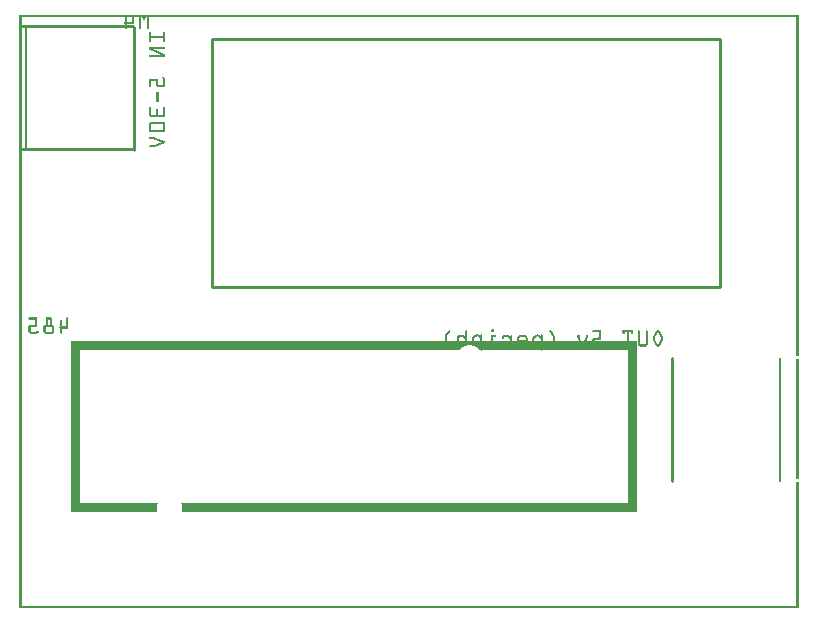
<source format=gbo>
G04 MADE WITH FRITZING*
G04 WWW.FRITZING.ORG*
G04 DOUBLE SIDED*
G04 HOLES PLATED*
G04 CONTOUR ON CENTER OF CONTOUR VECTOR*
%ASAXBY*%
%FSLAX23Y23*%
%MOIN*%
%OFA0B0*%
%SFA1.0B1.0*%
%ADD10C,0.008973*%
%ADD11C,0.010000*%
%ADD12C,0.005000*%
%ADD13R,0.001000X0.001000*%
%LNSILK0*%
G90*
G70*
G54D10*
X640Y1899D02*
X2336Y1899D01*
D02*
X640Y1070D02*
X2336Y1070D01*
D02*
X640Y1899D02*
X640Y1070D01*
D02*
X2336Y1899D02*
X2336Y1070D01*
G54D11*
D02*
X2174Y426D02*
X2174Y836D01*
G54D12*
D02*
X2534Y836D02*
X2534Y426D01*
G54D11*
D02*
X381Y1939D02*
X381Y1529D01*
G54D12*
D02*
X21Y1529D02*
X21Y1939D01*
G54D13*
X0Y1978D02*
X2597Y1978D01*
X0Y1977D02*
X2597Y1977D01*
X0Y1976D02*
X2597Y1976D01*
X0Y1975D02*
X2597Y1975D01*
X0Y1974D02*
X2597Y1974D01*
X0Y1973D02*
X2597Y1973D01*
X0Y1972D02*
X2597Y1972D01*
X0Y1971D02*
X2597Y1971D01*
X0Y1970D02*
X7Y1970D01*
X353Y1970D02*
X359Y1970D01*
X374Y1970D02*
X380Y1970D01*
X398Y1970D02*
X404Y1970D01*
X408Y1970D02*
X422Y1970D01*
X426Y1970D02*
X432Y1970D01*
X2590Y1970D02*
X2597Y1970D01*
X0Y1969D02*
X7Y1969D01*
X353Y1969D02*
X359Y1969D01*
X374Y1969D02*
X380Y1969D01*
X398Y1969D02*
X404Y1969D01*
X409Y1969D02*
X421Y1969D01*
X426Y1969D02*
X432Y1969D01*
X2590Y1969D02*
X2597Y1969D01*
X0Y1968D02*
X7Y1968D01*
X353Y1968D02*
X359Y1968D01*
X374Y1968D02*
X380Y1968D01*
X398Y1968D02*
X404Y1968D01*
X409Y1968D02*
X420Y1968D01*
X426Y1968D02*
X432Y1968D01*
X2590Y1968D02*
X2597Y1968D01*
X0Y1967D02*
X7Y1967D01*
X353Y1967D02*
X359Y1967D01*
X374Y1967D02*
X380Y1967D01*
X398Y1967D02*
X404Y1967D01*
X410Y1967D02*
X420Y1967D01*
X426Y1967D02*
X432Y1967D01*
X2590Y1967D02*
X2597Y1967D01*
X0Y1966D02*
X7Y1966D01*
X353Y1966D02*
X359Y1966D01*
X374Y1966D02*
X380Y1966D01*
X398Y1966D02*
X404Y1966D01*
X411Y1966D02*
X419Y1966D01*
X426Y1966D02*
X432Y1966D01*
X2590Y1966D02*
X2597Y1966D01*
X0Y1965D02*
X7Y1965D01*
X353Y1965D02*
X359Y1965D01*
X374Y1965D02*
X380Y1965D01*
X398Y1965D02*
X404Y1965D01*
X412Y1965D02*
X418Y1965D01*
X426Y1965D02*
X432Y1965D01*
X2590Y1965D02*
X2597Y1965D01*
X0Y1964D02*
X7Y1964D01*
X353Y1964D02*
X359Y1964D01*
X374Y1964D02*
X380Y1964D01*
X398Y1964D02*
X404Y1964D01*
X412Y1964D02*
X418Y1964D01*
X426Y1964D02*
X432Y1964D01*
X2590Y1964D02*
X2597Y1964D01*
X0Y1963D02*
X7Y1963D01*
X353Y1963D02*
X359Y1963D01*
X374Y1963D02*
X380Y1963D01*
X398Y1963D02*
X404Y1963D01*
X412Y1963D02*
X418Y1963D01*
X426Y1963D02*
X432Y1963D01*
X2590Y1963D02*
X2597Y1963D01*
X0Y1962D02*
X7Y1962D01*
X353Y1962D02*
X359Y1962D01*
X374Y1962D02*
X380Y1962D01*
X398Y1962D02*
X404Y1962D01*
X412Y1962D02*
X418Y1962D01*
X426Y1962D02*
X432Y1962D01*
X2590Y1962D02*
X2597Y1962D01*
X0Y1961D02*
X7Y1961D01*
X353Y1961D02*
X359Y1961D01*
X374Y1961D02*
X380Y1961D01*
X398Y1961D02*
X404Y1961D01*
X412Y1961D02*
X417Y1961D01*
X426Y1961D02*
X432Y1961D01*
X2590Y1961D02*
X2597Y1961D01*
X0Y1960D02*
X7Y1960D01*
X353Y1960D02*
X359Y1960D01*
X374Y1960D02*
X380Y1960D01*
X398Y1960D02*
X404Y1960D01*
X413Y1960D02*
X416Y1960D01*
X426Y1960D02*
X432Y1960D01*
X2590Y1960D02*
X2597Y1960D01*
X0Y1959D02*
X7Y1959D01*
X353Y1959D02*
X359Y1959D01*
X374Y1959D02*
X380Y1959D01*
X398Y1959D02*
X404Y1959D01*
X426Y1959D02*
X432Y1959D01*
X2590Y1959D02*
X2597Y1959D01*
X0Y1958D02*
X7Y1958D01*
X353Y1958D02*
X359Y1958D01*
X374Y1958D02*
X380Y1958D01*
X398Y1958D02*
X404Y1958D01*
X426Y1958D02*
X432Y1958D01*
X2590Y1958D02*
X2597Y1958D01*
X0Y1957D02*
X7Y1957D01*
X353Y1957D02*
X359Y1957D01*
X374Y1957D02*
X380Y1957D01*
X398Y1957D02*
X404Y1957D01*
X426Y1957D02*
X432Y1957D01*
X2590Y1957D02*
X2597Y1957D01*
X0Y1956D02*
X7Y1956D01*
X353Y1956D02*
X359Y1956D01*
X374Y1956D02*
X380Y1956D01*
X398Y1956D02*
X404Y1956D01*
X426Y1956D02*
X432Y1956D01*
X2590Y1956D02*
X2597Y1956D01*
X0Y1955D02*
X7Y1955D01*
X353Y1955D02*
X359Y1955D01*
X374Y1955D02*
X380Y1955D01*
X398Y1955D02*
X404Y1955D01*
X426Y1955D02*
X432Y1955D01*
X2590Y1955D02*
X2597Y1955D01*
X0Y1954D02*
X7Y1954D01*
X351Y1954D02*
X380Y1954D01*
X398Y1954D02*
X404Y1954D01*
X426Y1954D02*
X432Y1954D01*
X2590Y1954D02*
X2597Y1954D01*
X0Y1953D02*
X7Y1953D01*
X350Y1953D02*
X380Y1953D01*
X398Y1953D02*
X404Y1953D01*
X426Y1953D02*
X432Y1953D01*
X2590Y1953D02*
X2597Y1953D01*
X0Y1952D02*
X7Y1952D01*
X350Y1952D02*
X380Y1952D01*
X398Y1952D02*
X404Y1952D01*
X426Y1952D02*
X432Y1952D01*
X2590Y1952D02*
X2597Y1952D01*
X0Y1951D02*
X7Y1951D01*
X350Y1951D02*
X380Y1951D01*
X398Y1951D02*
X404Y1951D01*
X426Y1951D02*
X432Y1951D01*
X2590Y1951D02*
X2597Y1951D01*
X0Y1950D02*
X7Y1950D01*
X350Y1950D02*
X380Y1950D01*
X398Y1950D02*
X404Y1950D01*
X426Y1950D02*
X432Y1950D01*
X2590Y1950D02*
X2597Y1950D01*
X0Y1949D02*
X7Y1949D01*
X350Y1949D02*
X380Y1949D01*
X398Y1949D02*
X404Y1949D01*
X426Y1949D02*
X432Y1949D01*
X2590Y1949D02*
X2597Y1949D01*
X0Y1948D02*
X7Y1948D01*
X351Y1948D02*
X380Y1948D01*
X398Y1948D02*
X404Y1948D01*
X426Y1948D02*
X432Y1948D01*
X2590Y1948D02*
X2597Y1948D01*
X0Y1947D02*
X7Y1947D01*
X353Y1947D02*
X359Y1947D01*
X398Y1947D02*
X404Y1947D01*
X426Y1947D02*
X432Y1947D01*
X2590Y1947D02*
X2597Y1947D01*
X0Y1946D02*
X7Y1946D01*
X353Y1946D02*
X359Y1946D01*
X398Y1946D02*
X404Y1946D01*
X426Y1946D02*
X432Y1946D01*
X2590Y1946D02*
X2597Y1946D01*
X0Y1945D02*
X7Y1945D01*
X353Y1945D02*
X359Y1945D01*
X398Y1945D02*
X404Y1945D01*
X426Y1945D02*
X432Y1945D01*
X2590Y1945D02*
X2597Y1945D01*
X0Y1944D02*
X380Y1944D01*
X398Y1944D02*
X404Y1944D01*
X426Y1944D02*
X432Y1944D01*
X2590Y1944D02*
X2597Y1944D01*
X0Y1943D02*
X380Y1943D01*
X398Y1943D02*
X404Y1943D01*
X426Y1943D02*
X432Y1943D01*
X2590Y1943D02*
X2597Y1943D01*
X0Y1942D02*
X380Y1942D01*
X398Y1942D02*
X404Y1942D01*
X426Y1942D02*
X432Y1942D01*
X2590Y1942D02*
X2597Y1942D01*
X0Y1941D02*
X380Y1941D01*
X398Y1941D02*
X404Y1941D01*
X426Y1941D02*
X432Y1941D01*
X2590Y1941D02*
X2597Y1941D01*
X0Y1940D02*
X380Y1940D01*
X398Y1940D02*
X404Y1940D01*
X426Y1940D02*
X432Y1940D01*
X2590Y1940D02*
X2597Y1940D01*
X0Y1939D02*
X380Y1939D01*
X398Y1939D02*
X404Y1939D01*
X426Y1939D02*
X432Y1939D01*
X2590Y1939D02*
X2597Y1939D01*
X0Y1938D02*
X380Y1938D01*
X398Y1938D02*
X404Y1938D01*
X426Y1938D02*
X432Y1938D01*
X2590Y1938D02*
X2597Y1938D01*
X0Y1937D02*
X380Y1937D01*
X398Y1937D02*
X404Y1937D01*
X426Y1937D02*
X432Y1937D01*
X2590Y1937D02*
X2597Y1937D01*
X0Y1936D02*
X380Y1936D01*
X398Y1936D02*
X404Y1936D01*
X426Y1936D02*
X432Y1936D01*
X2590Y1936D02*
X2597Y1936D01*
X0Y1935D02*
X379Y1935D01*
X398Y1935D02*
X404Y1935D01*
X426Y1935D02*
X432Y1935D01*
X2590Y1935D02*
X2597Y1935D01*
X0Y1934D02*
X7Y1934D01*
X353Y1934D02*
X359Y1934D01*
X398Y1934D02*
X404Y1934D01*
X426Y1934D02*
X432Y1934D01*
X2590Y1934D02*
X2597Y1934D01*
X0Y1933D02*
X7Y1933D01*
X353Y1933D02*
X359Y1933D01*
X398Y1933D02*
X404Y1933D01*
X426Y1933D02*
X432Y1933D01*
X2590Y1933D02*
X2597Y1933D01*
X0Y1932D02*
X7Y1932D01*
X353Y1932D02*
X359Y1932D01*
X398Y1932D02*
X404Y1932D01*
X426Y1932D02*
X431Y1932D01*
X2590Y1932D02*
X2597Y1932D01*
X0Y1931D02*
X7Y1931D01*
X354Y1931D02*
X358Y1931D01*
X399Y1931D02*
X403Y1931D01*
X427Y1931D02*
X431Y1931D01*
X2590Y1931D02*
X2597Y1931D01*
X0Y1930D02*
X7Y1930D01*
X355Y1930D02*
X357Y1930D01*
X400Y1930D02*
X402Y1930D01*
X428Y1930D02*
X429Y1930D01*
X2590Y1930D02*
X2597Y1930D01*
X0Y1929D02*
X7Y1929D01*
X2590Y1929D02*
X2597Y1929D01*
X0Y1928D02*
X7Y1928D01*
X2590Y1928D02*
X2597Y1928D01*
X0Y1927D02*
X7Y1927D01*
X2590Y1927D02*
X2597Y1927D01*
X0Y1926D02*
X7Y1926D01*
X2590Y1926D02*
X2597Y1926D01*
X0Y1925D02*
X7Y1925D01*
X2590Y1925D02*
X2597Y1925D01*
X0Y1924D02*
X7Y1924D01*
X2590Y1924D02*
X2597Y1924D01*
X0Y1923D02*
X7Y1923D01*
X2590Y1923D02*
X2597Y1923D01*
X0Y1922D02*
X7Y1922D01*
X482Y1922D02*
X482Y1922D01*
X2590Y1922D02*
X2597Y1922D01*
X0Y1921D02*
X7Y1921D01*
X433Y1921D02*
X437Y1921D01*
X480Y1921D02*
X484Y1921D01*
X2590Y1921D02*
X2597Y1921D01*
X0Y1920D02*
X7Y1920D01*
X432Y1920D02*
X437Y1920D01*
X479Y1920D02*
X485Y1920D01*
X2590Y1920D02*
X2597Y1920D01*
X0Y1919D02*
X7Y1919D01*
X432Y1919D02*
X438Y1919D01*
X479Y1919D02*
X485Y1919D01*
X2590Y1919D02*
X2597Y1919D01*
X0Y1918D02*
X7Y1918D01*
X432Y1918D02*
X438Y1918D01*
X479Y1918D02*
X485Y1918D01*
X2590Y1918D02*
X2597Y1918D01*
X0Y1917D02*
X7Y1917D01*
X432Y1917D02*
X438Y1917D01*
X479Y1917D02*
X485Y1917D01*
X2590Y1917D02*
X2597Y1917D01*
X0Y1916D02*
X7Y1916D01*
X432Y1916D02*
X438Y1916D01*
X479Y1916D02*
X485Y1916D01*
X2590Y1916D02*
X2597Y1916D01*
X0Y1915D02*
X7Y1915D01*
X432Y1915D02*
X438Y1915D01*
X479Y1915D02*
X485Y1915D01*
X2590Y1915D02*
X2597Y1915D01*
X0Y1914D02*
X7Y1914D01*
X432Y1914D02*
X438Y1914D01*
X479Y1914D02*
X485Y1914D01*
X2590Y1914D02*
X2597Y1914D01*
X0Y1913D02*
X7Y1913D01*
X432Y1913D02*
X438Y1913D01*
X479Y1913D02*
X485Y1913D01*
X2590Y1913D02*
X2597Y1913D01*
X0Y1912D02*
X7Y1912D01*
X432Y1912D02*
X438Y1912D01*
X479Y1912D02*
X485Y1912D01*
X2590Y1912D02*
X2597Y1912D01*
X0Y1911D02*
X7Y1911D01*
X432Y1911D02*
X438Y1911D01*
X479Y1911D02*
X485Y1911D01*
X2590Y1911D02*
X2597Y1911D01*
X0Y1910D02*
X7Y1910D01*
X432Y1910D02*
X438Y1910D01*
X479Y1910D02*
X485Y1910D01*
X2590Y1910D02*
X2597Y1910D01*
X0Y1909D02*
X7Y1909D01*
X432Y1909D02*
X438Y1909D01*
X479Y1909D02*
X485Y1909D01*
X2590Y1909D02*
X2597Y1909D01*
X0Y1908D02*
X7Y1908D01*
X432Y1908D02*
X485Y1908D01*
X2590Y1908D02*
X2597Y1908D01*
X0Y1907D02*
X7Y1907D01*
X432Y1907D02*
X485Y1907D01*
X2590Y1907D02*
X2597Y1907D01*
X0Y1906D02*
X7Y1906D01*
X432Y1906D02*
X485Y1906D01*
X2590Y1906D02*
X2597Y1906D01*
X0Y1905D02*
X7Y1905D01*
X432Y1905D02*
X485Y1905D01*
X2590Y1905D02*
X2597Y1905D01*
X0Y1904D02*
X7Y1904D01*
X432Y1904D02*
X485Y1904D01*
X2590Y1904D02*
X2597Y1904D01*
X0Y1903D02*
X7Y1903D01*
X432Y1903D02*
X485Y1903D01*
X2590Y1903D02*
X2597Y1903D01*
X0Y1902D02*
X7Y1902D01*
X432Y1902D02*
X485Y1902D01*
X2590Y1902D02*
X2597Y1902D01*
X0Y1901D02*
X7Y1901D01*
X432Y1901D02*
X438Y1901D01*
X479Y1901D02*
X485Y1901D01*
X2590Y1901D02*
X2597Y1901D01*
X0Y1900D02*
X7Y1900D01*
X432Y1900D02*
X438Y1900D01*
X479Y1900D02*
X485Y1900D01*
X2590Y1900D02*
X2597Y1900D01*
X0Y1899D02*
X7Y1899D01*
X432Y1899D02*
X438Y1899D01*
X479Y1899D02*
X485Y1899D01*
X2590Y1899D02*
X2597Y1899D01*
X0Y1898D02*
X7Y1898D01*
X432Y1898D02*
X438Y1898D01*
X479Y1898D02*
X485Y1898D01*
X2590Y1898D02*
X2597Y1898D01*
X0Y1897D02*
X7Y1897D01*
X432Y1897D02*
X438Y1897D01*
X479Y1897D02*
X485Y1897D01*
X2590Y1897D02*
X2597Y1897D01*
X0Y1896D02*
X7Y1896D01*
X432Y1896D02*
X438Y1896D01*
X479Y1896D02*
X485Y1896D01*
X2590Y1896D02*
X2597Y1896D01*
X0Y1895D02*
X7Y1895D01*
X432Y1895D02*
X438Y1895D01*
X479Y1895D02*
X485Y1895D01*
X2590Y1895D02*
X2597Y1895D01*
X0Y1894D02*
X7Y1894D01*
X432Y1894D02*
X438Y1894D01*
X479Y1894D02*
X485Y1894D01*
X2590Y1894D02*
X2597Y1894D01*
X0Y1893D02*
X7Y1893D01*
X432Y1893D02*
X438Y1893D01*
X479Y1893D02*
X485Y1893D01*
X2590Y1893D02*
X2597Y1893D01*
X0Y1892D02*
X7Y1892D01*
X432Y1892D02*
X438Y1892D01*
X479Y1892D02*
X485Y1892D01*
X2590Y1892D02*
X2597Y1892D01*
X0Y1891D02*
X7Y1891D01*
X432Y1891D02*
X438Y1891D01*
X479Y1891D02*
X485Y1891D01*
X2590Y1891D02*
X2597Y1891D01*
X0Y1890D02*
X7Y1890D01*
X432Y1890D02*
X438Y1890D01*
X479Y1890D02*
X485Y1890D01*
X2590Y1890D02*
X2597Y1890D01*
X0Y1889D02*
X7Y1889D01*
X433Y1889D02*
X437Y1889D01*
X480Y1889D02*
X484Y1889D01*
X2590Y1889D02*
X2597Y1889D01*
X0Y1888D02*
X7Y1888D01*
X434Y1888D02*
X436Y1888D01*
X481Y1888D02*
X483Y1888D01*
X2590Y1888D02*
X2597Y1888D01*
X0Y1887D02*
X7Y1887D01*
X2590Y1887D02*
X2597Y1887D01*
X0Y1886D02*
X7Y1886D01*
X2590Y1886D02*
X2597Y1886D01*
X0Y1885D02*
X7Y1885D01*
X2590Y1885D02*
X2597Y1885D01*
X0Y1884D02*
X7Y1884D01*
X2590Y1884D02*
X2597Y1884D01*
X0Y1883D02*
X7Y1883D01*
X2590Y1883D02*
X2597Y1883D01*
X0Y1882D02*
X7Y1882D01*
X2590Y1882D02*
X2597Y1882D01*
X0Y1881D02*
X7Y1881D01*
X2590Y1881D02*
X2597Y1881D01*
X0Y1880D02*
X7Y1880D01*
X2590Y1880D02*
X2597Y1880D01*
X0Y1879D02*
X7Y1879D01*
X2590Y1879D02*
X2597Y1879D01*
X0Y1878D02*
X7Y1878D01*
X2590Y1878D02*
X2597Y1878D01*
X0Y1877D02*
X7Y1877D01*
X2590Y1877D02*
X2597Y1877D01*
X0Y1876D02*
X7Y1876D01*
X2590Y1876D02*
X2597Y1876D01*
X0Y1875D02*
X7Y1875D01*
X2590Y1875D02*
X2597Y1875D01*
X0Y1874D02*
X7Y1874D01*
X2590Y1874D02*
X2597Y1874D01*
X0Y1873D02*
X7Y1873D01*
X2590Y1873D02*
X2597Y1873D01*
X0Y1872D02*
X7Y1872D01*
X2590Y1872D02*
X2597Y1872D01*
X0Y1871D02*
X7Y1871D01*
X432Y1871D02*
X484Y1871D01*
X2590Y1871D02*
X2597Y1871D01*
X0Y1870D02*
X7Y1870D01*
X432Y1870D02*
X485Y1870D01*
X2590Y1870D02*
X2597Y1870D01*
X0Y1869D02*
X7Y1869D01*
X432Y1869D02*
X485Y1869D01*
X2590Y1869D02*
X2597Y1869D01*
X0Y1868D02*
X7Y1868D01*
X432Y1868D02*
X485Y1868D01*
X2590Y1868D02*
X2597Y1868D01*
X0Y1867D02*
X7Y1867D01*
X432Y1867D02*
X485Y1867D01*
X2590Y1867D02*
X2597Y1867D01*
X0Y1866D02*
X7Y1866D01*
X432Y1866D02*
X484Y1866D01*
X2590Y1866D02*
X2597Y1866D01*
X0Y1865D02*
X7Y1865D01*
X432Y1865D02*
X482Y1865D01*
X2590Y1865D02*
X2597Y1865D01*
X0Y1864D02*
X7Y1864D01*
X432Y1864D02*
X445Y1864D01*
X2590Y1864D02*
X2597Y1864D01*
X0Y1863D02*
X7Y1863D01*
X432Y1863D02*
X448Y1863D01*
X2590Y1863D02*
X2597Y1863D01*
X0Y1862D02*
X7Y1862D01*
X433Y1862D02*
X450Y1862D01*
X2590Y1862D02*
X2597Y1862D01*
X0Y1861D02*
X7Y1861D01*
X436Y1861D02*
X452Y1861D01*
X2590Y1861D02*
X2597Y1861D01*
X0Y1860D02*
X7Y1860D01*
X438Y1860D02*
X454Y1860D01*
X2590Y1860D02*
X2597Y1860D01*
X0Y1859D02*
X7Y1859D01*
X440Y1859D02*
X457Y1859D01*
X2590Y1859D02*
X2597Y1859D01*
X0Y1858D02*
X7Y1858D01*
X442Y1858D02*
X459Y1858D01*
X2590Y1858D02*
X2597Y1858D01*
X0Y1857D02*
X7Y1857D01*
X445Y1857D02*
X461Y1857D01*
X2590Y1857D02*
X2597Y1857D01*
X0Y1856D02*
X7Y1856D01*
X447Y1856D02*
X463Y1856D01*
X2590Y1856D02*
X2597Y1856D01*
X0Y1855D02*
X7Y1855D01*
X449Y1855D02*
X466Y1855D01*
X2590Y1855D02*
X2597Y1855D01*
X0Y1854D02*
X7Y1854D01*
X451Y1854D02*
X468Y1854D01*
X2590Y1854D02*
X2597Y1854D01*
X0Y1853D02*
X7Y1853D01*
X454Y1853D02*
X470Y1853D01*
X2590Y1853D02*
X2597Y1853D01*
X0Y1852D02*
X7Y1852D01*
X456Y1852D02*
X473Y1852D01*
X2590Y1852D02*
X2597Y1852D01*
X0Y1851D02*
X7Y1851D01*
X458Y1851D02*
X475Y1851D01*
X2590Y1851D02*
X2597Y1851D01*
X0Y1850D02*
X7Y1850D01*
X461Y1850D02*
X477Y1850D01*
X2590Y1850D02*
X2597Y1850D01*
X0Y1849D02*
X7Y1849D01*
X463Y1849D02*
X479Y1849D01*
X2590Y1849D02*
X2597Y1849D01*
X0Y1848D02*
X7Y1848D01*
X465Y1848D02*
X482Y1848D01*
X2590Y1848D02*
X2597Y1848D01*
X0Y1847D02*
X7Y1847D01*
X467Y1847D02*
X484Y1847D01*
X2590Y1847D02*
X2597Y1847D01*
X0Y1846D02*
X7Y1846D01*
X470Y1846D02*
X485Y1846D01*
X2590Y1846D02*
X2597Y1846D01*
X0Y1845D02*
X7Y1845D01*
X472Y1845D02*
X485Y1845D01*
X2590Y1845D02*
X2597Y1845D01*
X0Y1844D02*
X7Y1844D01*
X434Y1844D02*
X485Y1844D01*
X2590Y1844D02*
X2597Y1844D01*
X0Y1843D02*
X7Y1843D01*
X433Y1843D02*
X485Y1843D01*
X2590Y1843D02*
X2597Y1843D01*
X0Y1842D02*
X7Y1842D01*
X432Y1842D02*
X485Y1842D01*
X2590Y1842D02*
X2597Y1842D01*
X0Y1841D02*
X7Y1841D01*
X432Y1841D02*
X485Y1841D01*
X2590Y1841D02*
X2597Y1841D01*
X0Y1840D02*
X7Y1840D01*
X432Y1840D02*
X485Y1840D01*
X2590Y1840D02*
X2597Y1840D01*
X0Y1839D02*
X7Y1839D01*
X432Y1839D02*
X485Y1839D01*
X2590Y1839D02*
X2597Y1839D01*
X0Y1838D02*
X7Y1838D01*
X433Y1838D02*
X485Y1838D01*
X2590Y1838D02*
X2597Y1838D01*
X0Y1837D02*
X7Y1837D01*
X2590Y1837D02*
X2597Y1837D01*
X0Y1836D02*
X7Y1836D01*
X2590Y1836D02*
X2597Y1836D01*
X0Y1835D02*
X7Y1835D01*
X2590Y1835D02*
X2597Y1835D01*
X0Y1834D02*
X7Y1834D01*
X2590Y1834D02*
X2597Y1834D01*
X0Y1833D02*
X7Y1833D01*
X2590Y1833D02*
X2597Y1833D01*
X0Y1832D02*
X7Y1832D01*
X2590Y1832D02*
X2597Y1832D01*
X0Y1831D02*
X7Y1831D01*
X2590Y1831D02*
X2597Y1831D01*
X0Y1830D02*
X7Y1830D01*
X2590Y1830D02*
X2597Y1830D01*
X0Y1829D02*
X7Y1829D01*
X2590Y1829D02*
X2597Y1829D01*
X0Y1828D02*
X7Y1828D01*
X2590Y1828D02*
X2597Y1828D01*
X0Y1827D02*
X7Y1827D01*
X2590Y1827D02*
X2597Y1827D01*
X0Y1826D02*
X7Y1826D01*
X2590Y1826D02*
X2597Y1826D01*
X0Y1825D02*
X7Y1825D01*
X2590Y1825D02*
X2597Y1825D01*
X0Y1824D02*
X7Y1824D01*
X2590Y1824D02*
X2597Y1824D01*
X0Y1823D02*
X7Y1823D01*
X2590Y1823D02*
X2597Y1823D01*
X0Y1822D02*
X7Y1822D01*
X2590Y1822D02*
X2597Y1822D01*
X0Y1821D02*
X7Y1821D01*
X2590Y1821D02*
X2597Y1821D01*
X0Y1820D02*
X7Y1820D01*
X2590Y1820D02*
X2597Y1820D01*
X0Y1819D02*
X7Y1819D01*
X2590Y1819D02*
X2597Y1819D01*
X0Y1818D02*
X7Y1818D01*
X2590Y1818D02*
X2597Y1818D01*
X0Y1817D02*
X7Y1817D01*
X2590Y1817D02*
X2597Y1817D01*
X0Y1816D02*
X7Y1816D01*
X2590Y1816D02*
X2597Y1816D01*
X0Y1815D02*
X7Y1815D01*
X2590Y1815D02*
X2597Y1815D01*
X0Y1814D02*
X7Y1814D01*
X2590Y1814D02*
X2597Y1814D01*
X0Y1813D02*
X7Y1813D01*
X2590Y1813D02*
X2597Y1813D01*
X0Y1812D02*
X7Y1812D01*
X2590Y1812D02*
X2597Y1812D01*
X0Y1811D02*
X7Y1811D01*
X2590Y1811D02*
X2597Y1811D01*
X0Y1810D02*
X7Y1810D01*
X2590Y1810D02*
X2597Y1810D01*
X0Y1809D02*
X7Y1809D01*
X2590Y1809D02*
X2597Y1809D01*
X0Y1808D02*
X7Y1808D01*
X2590Y1808D02*
X2597Y1808D01*
X0Y1807D02*
X7Y1807D01*
X2590Y1807D02*
X2597Y1807D01*
X0Y1806D02*
X7Y1806D01*
X2590Y1806D02*
X2597Y1806D01*
X0Y1805D02*
X7Y1805D01*
X2590Y1805D02*
X2597Y1805D01*
X0Y1804D02*
X7Y1804D01*
X2590Y1804D02*
X2597Y1804D01*
X0Y1803D02*
X7Y1803D01*
X2590Y1803D02*
X2597Y1803D01*
X0Y1802D02*
X7Y1802D01*
X2590Y1802D02*
X2597Y1802D01*
X0Y1801D02*
X7Y1801D01*
X2590Y1801D02*
X2597Y1801D01*
X0Y1800D02*
X7Y1800D01*
X2590Y1800D02*
X2597Y1800D01*
X0Y1799D02*
X7Y1799D01*
X2590Y1799D02*
X2597Y1799D01*
X0Y1798D02*
X7Y1798D01*
X2590Y1798D02*
X2597Y1798D01*
X0Y1797D02*
X7Y1797D01*
X2590Y1797D02*
X2597Y1797D01*
X0Y1796D02*
X7Y1796D01*
X2590Y1796D02*
X2597Y1796D01*
X0Y1795D02*
X7Y1795D01*
X2590Y1795D02*
X2597Y1795D01*
X0Y1794D02*
X7Y1794D01*
X2590Y1794D02*
X2597Y1794D01*
X0Y1793D02*
X7Y1793D01*
X2590Y1793D02*
X2597Y1793D01*
X0Y1792D02*
X7Y1792D01*
X2590Y1792D02*
X2597Y1792D01*
X0Y1791D02*
X7Y1791D01*
X2590Y1791D02*
X2597Y1791D01*
X0Y1790D02*
X7Y1790D01*
X2590Y1790D02*
X2597Y1790D01*
X0Y1789D02*
X7Y1789D01*
X2590Y1789D02*
X2597Y1789D01*
X0Y1788D02*
X7Y1788D01*
X2590Y1788D02*
X2597Y1788D01*
X0Y1787D02*
X7Y1787D01*
X2590Y1787D02*
X2597Y1787D01*
X0Y1786D02*
X7Y1786D01*
X2590Y1786D02*
X2597Y1786D01*
X0Y1785D02*
X7Y1785D01*
X2590Y1785D02*
X2597Y1785D01*
X0Y1784D02*
X7Y1784D01*
X2590Y1784D02*
X2597Y1784D01*
X0Y1783D02*
X7Y1783D01*
X2590Y1783D02*
X2597Y1783D01*
X0Y1782D02*
X7Y1782D01*
X2590Y1782D02*
X2597Y1782D01*
X0Y1781D02*
X7Y1781D01*
X2590Y1781D02*
X2597Y1781D01*
X0Y1780D02*
X7Y1780D01*
X2590Y1780D02*
X2597Y1780D01*
X0Y1779D02*
X7Y1779D01*
X2590Y1779D02*
X2597Y1779D01*
X0Y1778D02*
X7Y1778D01*
X2590Y1778D02*
X2597Y1778D01*
X0Y1777D02*
X7Y1777D01*
X2590Y1777D02*
X2597Y1777D01*
X0Y1776D02*
X7Y1776D01*
X2590Y1776D02*
X2597Y1776D01*
X0Y1775D02*
X7Y1775D01*
X2590Y1775D02*
X2597Y1775D01*
X0Y1774D02*
X7Y1774D01*
X2590Y1774D02*
X2597Y1774D01*
X0Y1773D02*
X7Y1773D01*
X2590Y1773D02*
X2597Y1773D01*
X0Y1772D02*
X7Y1772D01*
X2590Y1772D02*
X2597Y1772D01*
X0Y1771D02*
X7Y1771D01*
X478Y1771D02*
X480Y1771D01*
X2590Y1771D02*
X2597Y1771D01*
X0Y1770D02*
X7Y1770D01*
X477Y1770D02*
X481Y1770D01*
X2590Y1770D02*
X2597Y1770D01*
X0Y1769D02*
X7Y1769D01*
X476Y1769D02*
X482Y1769D01*
X2590Y1769D02*
X2597Y1769D01*
X0Y1768D02*
X7Y1768D01*
X476Y1768D02*
X482Y1768D01*
X2590Y1768D02*
X2597Y1768D01*
X0Y1767D02*
X7Y1767D01*
X476Y1767D02*
X483Y1767D01*
X2590Y1767D02*
X2597Y1767D01*
X0Y1766D02*
X7Y1766D01*
X477Y1766D02*
X483Y1766D01*
X2590Y1766D02*
X2597Y1766D01*
X0Y1765D02*
X7Y1765D01*
X477Y1765D02*
X484Y1765D01*
X2590Y1765D02*
X2597Y1765D01*
X0Y1764D02*
X7Y1764D01*
X432Y1764D02*
X461Y1764D01*
X477Y1764D02*
X484Y1764D01*
X2590Y1764D02*
X2597Y1764D01*
X0Y1763D02*
X7Y1763D01*
X432Y1763D02*
X461Y1763D01*
X478Y1763D02*
X484Y1763D01*
X2590Y1763D02*
X2597Y1763D01*
X0Y1762D02*
X7Y1762D01*
X432Y1762D02*
X461Y1762D01*
X478Y1762D02*
X485Y1762D01*
X2590Y1762D02*
X2597Y1762D01*
X0Y1761D02*
X7Y1761D01*
X432Y1761D02*
X461Y1761D01*
X479Y1761D02*
X485Y1761D01*
X2590Y1761D02*
X2597Y1761D01*
X0Y1760D02*
X7Y1760D01*
X432Y1760D02*
X461Y1760D01*
X479Y1760D02*
X485Y1760D01*
X2590Y1760D02*
X2597Y1760D01*
X0Y1759D02*
X7Y1759D01*
X432Y1759D02*
X461Y1759D01*
X479Y1759D02*
X485Y1759D01*
X2590Y1759D02*
X2597Y1759D01*
X0Y1758D02*
X7Y1758D01*
X432Y1758D02*
X461Y1758D01*
X479Y1758D02*
X485Y1758D01*
X2590Y1758D02*
X2597Y1758D01*
X0Y1757D02*
X7Y1757D01*
X432Y1757D02*
X438Y1757D01*
X455Y1757D02*
X461Y1757D01*
X479Y1757D02*
X485Y1757D01*
X2590Y1757D02*
X2597Y1757D01*
X0Y1756D02*
X7Y1756D01*
X432Y1756D02*
X438Y1756D01*
X455Y1756D02*
X461Y1756D01*
X479Y1756D02*
X485Y1756D01*
X2590Y1756D02*
X2597Y1756D01*
X0Y1755D02*
X7Y1755D01*
X432Y1755D02*
X438Y1755D01*
X455Y1755D02*
X461Y1755D01*
X479Y1755D02*
X485Y1755D01*
X2590Y1755D02*
X2597Y1755D01*
X0Y1754D02*
X7Y1754D01*
X432Y1754D02*
X438Y1754D01*
X455Y1754D02*
X461Y1754D01*
X479Y1754D02*
X485Y1754D01*
X2590Y1754D02*
X2597Y1754D01*
X0Y1753D02*
X7Y1753D01*
X432Y1753D02*
X438Y1753D01*
X455Y1753D02*
X461Y1753D01*
X479Y1753D02*
X485Y1753D01*
X2590Y1753D02*
X2597Y1753D01*
X0Y1752D02*
X7Y1752D01*
X432Y1752D02*
X438Y1752D01*
X455Y1752D02*
X461Y1752D01*
X479Y1752D02*
X485Y1752D01*
X2590Y1752D02*
X2597Y1752D01*
X0Y1751D02*
X7Y1751D01*
X432Y1751D02*
X438Y1751D01*
X455Y1751D02*
X461Y1751D01*
X479Y1751D02*
X485Y1751D01*
X2590Y1751D02*
X2597Y1751D01*
X0Y1750D02*
X7Y1750D01*
X432Y1750D02*
X438Y1750D01*
X455Y1750D02*
X461Y1750D01*
X479Y1750D02*
X485Y1750D01*
X2590Y1750D02*
X2597Y1750D01*
X0Y1749D02*
X7Y1749D01*
X432Y1749D02*
X438Y1749D01*
X455Y1749D02*
X461Y1749D01*
X479Y1749D02*
X485Y1749D01*
X2590Y1749D02*
X2597Y1749D01*
X0Y1748D02*
X7Y1748D01*
X432Y1748D02*
X438Y1748D01*
X455Y1748D02*
X461Y1748D01*
X479Y1748D02*
X485Y1748D01*
X2590Y1748D02*
X2597Y1748D01*
X0Y1747D02*
X7Y1747D01*
X432Y1747D02*
X438Y1747D01*
X455Y1747D02*
X461Y1747D01*
X479Y1747D02*
X485Y1747D01*
X2590Y1747D02*
X2597Y1747D01*
X0Y1746D02*
X7Y1746D01*
X432Y1746D02*
X438Y1746D01*
X455Y1746D02*
X461Y1746D01*
X479Y1746D02*
X485Y1746D01*
X2590Y1746D02*
X2597Y1746D01*
X0Y1745D02*
X7Y1745D01*
X432Y1745D02*
X438Y1745D01*
X455Y1745D02*
X461Y1745D01*
X479Y1745D02*
X485Y1745D01*
X2590Y1745D02*
X2597Y1745D01*
X0Y1744D02*
X7Y1744D01*
X432Y1744D02*
X438Y1744D01*
X455Y1744D02*
X462Y1744D01*
X479Y1744D02*
X485Y1744D01*
X2590Y1744D02*
X2597Y1744D01*
X0Y1743D02*
X7Y1743D01*
X432Y1743D02*
X438Y1743D01*
X455Y1743D02*
X485Y1743D01*
X2590Y1743D02*
X2597Y1743D01*
X0Y1742D02*
X7Y1742D01*
X432Y1742D02*
X438Y1742D01*
X456Y1742D02*
X485Y1742D01*
X2590Y1742D02*
X2597Y1742D01*
X0Y1741D02*
X7Y1741D01*
X432Y1741D02*
X438Y1741D01*
X456Y1741D02*
X484Y1741D01*
X2590Y1741D02*
X2597Y1741D01*
X0Y1740D02*
X7Y1740D01*
X432Y1740D02*
X438Y1740D01*
X457Y1740D02*
X484Y1740D01*
X2590Y1740D02*
X2597Y1740D01*
X0Y1739D02*
X7Y1739D01*
X432Y1739D02*
X437Y1739D01*
X457Y1739D02*
X483Y1739D01*
X2590Y1739D02*
X2597Y1739D01*
X0Y1738D02*
X7Y1738D01*
X433Y1738D02*
X437Y1738D01*
X459Y1738D02*
X482Y1738D01*
X2590Y1738D02*
X2597Y1738D01*
X0Y1737D02*
X7Y1737D01*
X435Y1737D02*
X435Y1737D01*
X461Y1737D02*
X479Y1737D01*
X2590Y1737D02*
X2597Y1737D01*
X0Y1736D02*
X7Y1736D01*
X2590Y1736D02*
X2597Y1736D01*
X0Y1735D02*
X7Y1735D01*
X2590Y1735D02*
X2597Y1735D01*
X0Y1734D02*
X7Y1734D01*
X2590Y1734D02*
X2597Y1734D01*
X0Y1733D02*
X7Y1733D01*
X2590Y1733D02*
X2597Y1733D01*
X0Y1732D02*
X7Y1732D01*
X2590Y1732D02*
X2597Y1732D01*
X0Y1731D02*
X7Y1731D01*
X2590Y1731D02*
X2597Y1731D01*
X0Y1730D02*
X7Y1730D01*
X2590Y1730D02*
X2597Y1730D01*
X0Y1729D02*
X7Y1729D01*
X2590Y1729D02*
X2597Y1729D01*
X0Y1728D02*
X7Y1728D01*
X2590Y1728D02*
X2597Y1728D01*
X0Y1727D02*
X7Y1727D01*
X2590Y1727D02*
X2597Y1727D01*
X0Y1726D02*
X7Y1726D01*
X2590Y1726D02*
X2597Y1726D01*
X0Y1725D02*
X7Y1725D01*
X2590Y1725D02*
X2597Y1725D01*
X0Y1724D02*
X7Y1724D01*
X2590Y1724D02*
X2597Y1724D01*
X0Y1723D02*
X7Y1723D01*
X2590Y1723D02*
X2597Y1723D01*
X0Y1722D02*
X7Y1722D01*
X2590Y1722D02*
X2597Y1722D01*
X0Y1721D02*
X7Y1721D01*
X458Y1721D02*
X462Y1721D01*
X2590Y1721D02*
X2597Y1721D01*
X0Y1720D02*
X7Y1720D01*
X456Y1720D02*
X463Y1720D01*
X2590Y1720D02*
X2597Y1720D01*
X0Y1719D02*
X7Y1719D01*
X456Y1719D02*
X464Y1719D01*
X2590Y1719D02*
X2597Y1719D01*
X0Y1718D02*
X7Y1718D01*
X455Y1718D02*
X464Y1718D01*
X2590Y1718D02*
X2597Y1718D01*
X0Y1717D02*
X7Y1717D01*
X455Y1717D02*
X464Y1717D01*
X2590Y1717D02*
X2597Y1717D01*
X0Y1716D02*
X7Y1716D01*
X455Y1716D02*
X464Y1716D01*
X2590Y1716D02*
X2597Y1716D01*
X0Y1715D02*
X7Y1715D01*
X455Y1715D02*
X464Y1715D01*
X2590Y1715D02*
X2597Y1715D01*
X0Y1714D02*
X7Y1714D01*
X455Y1714D02*
X464Y1714D01*
X2590Y1714D02*
X2597Y1714D01*
X0Y1713D02*
X7Y1713D01*
X455Y1713D02*
X464Y1713D01*
X2590Y1713D02*
X2597Y1713D01*
X0Y1712D02*
X7Y1712D01*
X455Y1712D02*
X464Y1712D01*
X2590Y1712D02*
X2597Y1712D01*
X0Y1711D02*
X7Y1711D01*
X455Y1711D02*
X464Y1711D01*
X2590Y1711D02*
X2597Y1711D01*
X0Y1710D02*
X7Y1710D01*
X455Y1710D02*
X464Y1710D01*
X2590Y1710D02*
X2597Y1710D01*
X0Y1709D02*
X7Y1709D01*
X455Y1709D02*
X464Y1709D01*
X2590Y1709D02*
X2597Y1709D01*
X0Y1708D02*
X7Y1708D01*
X455Y1708D02*
X464Y1708D01*
X2590Y1708D02*
X2597Y1708D01*
X0Y1707D02*
X7Y1707D01*
X455Y1707D02*
X464Y1707D01*
X2590Y1707D02*
X2597Y1707D01*
X0Y1706D02*
X7Y1706D01*
X455Y1706D02*
X464Y1706D01*
X2590Y1706D02*
X2597Y1706D01*
X0Y1705D02*
X7Y1705D01*
X455Y1705D02*
X464Y1705D01*
X2590Y1705D02*
X2597Y1705D01*
X0Y1704D02*
X7Y1704D01*
X455Y1704D02*
X464Y1704D01*
X2590Y1704D02*
X2597Y1704D01*
X0Y1703D02*
X7Y1703D01*
X455Y1703D02*
X464Y1703D01*
X2590Y1703D02*
X2597Y1703D01*
X0Y1702D02*
X7Y1702D01*
X455Y1702D02*
X464Y1702D01*
X2590Y1702D02*
X2597Y1702D01*
X0Y1701D02*
X7Y1701D01*
X455Y1701D02*
X464Y1701D01*
X2590Y1701D02*
X2597Y1701D01*
X0Y1700D02*
X7Y1700D01*
X455Y1700D02*
X464Y1700D01*
X2590Y1700D02*
X2597Y1700D01*
X0Y1699D02*
X7Y1699D01*
X455Y1699D02*
X464Y1699D01*
X2590Y1699D02*
X2597Y1699D01*
X0Y1698D02*
X7Y1698D01*
X455Y1698D02*
X464Y1698D01*
X2590Y1698D02*
X2597Y1698D01*
X0Y1697D02*
X7Y1697D01*
X455Y1697D02*
X464Y1697D01*
X2590Y1697D02*
X2597Y1697D01*
X0Y1696D02*
X7Y1696D01*
X455Y1696D02*
X464Y1696D01*
X2590Y1696D02*
X2597Y1696D01*
X0Y1695D02*
X7Y1695D01*
X455Y1695D02*
X464Y1695D01*
X2590Y1695D02*
X2597Y1695D01*
X0Y1694D02*
X7Y1694D01*
X455Y1694D02*
X464Y1694D01*
X2590Y1694D02*
X2597Y1694D01*
X0Y1693D02*
X7Y1693D01*
X455Y1693D02*
X464Y1693D01*
X2590Y1693D02*
X2597Y1693D01*
X0Y1692D02*
X7Y1692D01*
X455Y1692D02*
X464Y1692D01*
X2590Y1692D02*
X2597Y1692D01*
X0Y1691D02*
X7Y1691D01*
X455Y1691D02*
X464Y1691D01*
X2590Y1691D02*
X2597Y1691D01*
X0Y1690D02*
X7Y1690D01*
X455Y1690D02*
X464Y1690D01*
X2590Y1690D02*
X2597Y1690D01*
X0Y1689D02*
X7Y1689D01*
X456Y1689D02*
X464Y1689D01*
X2590Y1689D02*
X2597Y1689D01*
X0Y1688D02*
X7Y1688D01*
X456Y1688D02*
X463Y1688D01*
X2590Y1688D02*
X2597Y1688D01*
X0Y1687D02*
X7Y1687D01*
X458Y1687D02*
X462Y1687D01*
X2590Y1687D02*
X2597Y1687D01*
X0Y1686D02*
X7Y1686D01*
X2590Y1686D02*
X2597Y1686D01*
X0Y1685D02*
X7Y1685D01*
X2590Y1685D02*
X2597Y1685D01*
X0Y1684D02*
X7Y1684D01*
X2590Y1684D02*
X2597Y1684D01*
X0Y1683D02*
X7Y1683D01*
X2590Y1683D02*
X2597Y1683D01*
X0Y1682D02*
X7Y1682D01*
X2590Y1682D02*
X2597Y1682D01*
X0Y1681D02*
X7Y1681D01*
X2590Y1681D02*
X2597Y1681D01*
X0Y1680D02*
X7Y1680D01*
X2590Y1680D02*
X2597Y1680D01*
X0Y1679D02*
X7Y1679D01*
X2590Y1679D02*
X2597Y1679D01*
X0Y1678D02*
X7Y1678D01*
X2590Y1678D02*
X2597Y1678D01*
X0Y1677D02*
X7Y1677D01*
X2590Y1677D02*
X2597Y1677D01*
X0Y1676D02*
X7Y1676D01*
X2590Y1676D02*
X2597Y1676D01*
X0Y1675D02*
X7Y1675D01*
X2590Y1675D02*
X2597Y1675D01*
X0Y1674D02*
X7Y1674D01*
X2590Y1674D02*
X2597Y1674D01*
X0Y1673D02*
X7Y1673D01*
X2590Y1673D02*
X2597Y1673D01*
X0Y1672D02*
X7Y1672D01*
X2590Y1672D02*
X2597Y1672D01*
X0Y1671D02*
X7Y1671D01*
X482Y1671D02*
X482Y1671D01*
X2590Y1671D02*
X2597Y1671D01*
X0Y1670D02*
X7Y1670D01*
X433Y1670D02*
X437Y1670D01*
X480Y1670D02*
X484Y1670D01*
X2590Y1670D02*
X2597Y1670D01*
X0Y1669D02*
X7Y1669D01*
X432Y1669D02*
X437Y1669D01*
X479Y1669D02*
X485Y1669D01*
X2590Y1669D02*
X2597Y1669D01*
X0Y1668D02*
X7Y1668D01*
X432Y1668D02*
X438Y1668D01*
X479Y1668D02*
X485Y1668D01*
X2590Y1668D02*
X2597Y1668D01*
X0Y1667D02*
X7Y1667D01*
X432Y1667D02*
X438Y1667D01*
X479Y1667D02*
X485Y1667D01*
X2590Y1667D02*
X2597Y1667D01*
X0Y1666D02*
X7Y1666D01*
X432Y1666D02*
X438Y1666D01*
X479Y1666D02*
X485Y1666D01*
X2590Y1666D02*
X2597Y1666D01*
X0Y1665D02*
X7Y1665D01*
X432Y1665D02*
X438Y1665D01*
X479Y1665D02*
X485Y1665D01*
X2590Y1665D02*
X2597Y1665D01*
X0Y1664D02*
X7Y1664D01*
X432Y1664D02*
X438Y1664D01*
X458Y1664D02*
X459Y1664D01*
X479Y1664D02*
X485Y1664D01*
X2590Y1664D02*
X2597Y1664D01*
X0Y1663D02*
X7Y1663D01*
X432Y1663D02*
X438Y1663D01*
X456Y1663D02*
X460Y1663D01*
X479Y1663D02*
X485Y1663D01*
X2590Y1663D02*
X2597Y1663D01*
X0Y1662D02*
X7Y1662D01*
X432Y1662D02*
X438Y1662D01*
X456Y1662D02*
X461Y1662D01*
X479Y1662D02*
X485Y1662D01*
X2590Y1662D02*
X2597Y1662D01*
X0Y1661D02*
X7Y1661D01*
X432Y1661D02*
X438Y1661D01*
X455Y1661D02*
X461Y1661D01*
X479Y1661D02*
X485Y1661D01*
X2590Y1661D02*
X2597Y1661D01*
X0Y1660D02*
X7Y1660D01*
X432Y1660D02*
X438Y1660D01*
X455Y1660D02*
X461Y1660D01*
X479Y1660D02*
X485Y1660D01*
X2590Y1660D02*
X2597Y1660D01*
X0Y1659D02*
X7Y1659D01*
X432Y1659D02*
X438Y1659D01*
X455Y1659D02*
X461Y1659D01*
X479Y1659D02*
X485Y1659D01*
X2590Y1659D02*
X2597Y1659D01*
X0Y1658D02*
X7Y1658D01*
X432Y1658D02*
X438Y1658D01*
X455Y1658D02*
X461Y1658D01*
X479Y1658D02*
X485Y1658D01*
X2590Y1658D02*
X2597Y1658D01*
X0Y1657D02*
X7Y1657D01*
X432Y1657D02*
X438Y1657D01*
X455Y1657D02*
X461Y1657D01*
X479Y1657D02*
X485Y1657D01*
X2590Y1657D02*
X2597Y1657D01*
X0Y1656D02*
X7Y1656D01*
X432Y1656D02*
X438Y1656D01*
X455Y1656D02*
X461Y1656D01*
X479Y1656D02*
X485Y1656D01*
X2590Y1656D02*
X2597Y1656D01*
X0Y1655D02*
X7Y1655D01*
X432Y1655D02*
X438Y1655D01*
X455Y1655D02*
X461Y1655D01*
X479Y1655D02*
X485Y1655D01*
X2590Y1655D02*
X2597Y1655D01*
X0Y1654D02*
X7Y1654D01*
X432Y1654D02*
X438Y1654D01*
X455Y1654D02*
X461Y1654D01*
X479Y1654D02*
X485Y1654D01*
X2590Y1654D02*
X2597Y1654D01*
X0Y1653D02*
X7Y1653D01*
X432Y1653D02*
X438Y1653D01*
X455Y1653D02*
X461Y1653D01*
X479Y1653D02*
X485Y1653D01*
X2590Y1653D02*
X2597Y1653D01*
X0Y1652D02*
X7Y1652D01*
X432Y1652D02*
X438Y1652D01*
X455Y1652D02*
X461Y1652D01*
X479Y1652D02*
X485Y1652D01*
X2590Y1652D02*
X2597Y1652D01*
X0Y1651D02*
X7Y1651D01*
X432Y1651D02*
X438Y1651D01*
X455Y1651D02*
X461Y1651D01*
X479Y1651D02*
X485Y1651D01*
X2590Y1651D02*
X2597Y1651D01*
X0Y1650D02*
X7Y1650D01*
X432Y1650D02*
X438Y1650D01*
X455Y1650D02*
X461Y1650D01*
X479Y1650D02*
X485Y1650D01*
X2590Y1650D02*
X2597Y1650D01*
X0Y1649D02*
X7Y1649D01*
X432Y1649D02*
X438Y1649D01*
X455Y1649D02*
X461Y1649D01*
X479Y1649D02*
X485Y1649D01*
X2590Y1649D02*
X2597Y1649D01*
X0Y1648D02*
X7Y1648D01*
X432Y1648D02*
X438Y1648D01*
X455Y1648D02*
X461Y1648D01*
X479Y1648D02*
X485Y1648D01*
X2590Y1648D02*
X2597Y1648D01*
X0Y1647D02*
X7Y1647D01*
X432Y1647D02*
X438Y1647D01*
X455Y1647D02*
X461Y1647D01*
X479Y1647D02*
X485Y1647D01*
X2590Y1647D02*
X2597Y1647D01*
X0Y1646D02*
X7Y1646D01*
X432Y1646D02*
X438Y1646D01*
X455Y1646D02*
X462Y1646D01*
X479Y1646D02*
X485Y1646D01*
X2590Y1646D02*
X2597Y1646D01*
X0Y1645D02*
X7Y1645D01*
X432Y1645D02*
X438Y1645D01*
X455Y1645D02*
X462Y1645D01*
X479Y1645D02*
X485Y1645D01*
X2590Y1645D02*
X2597Y1645D01*
X0Y1644D02*
X7Y1644D01*
X432Y1644D02*
X438Y1644D01*
X454Y1644D02*
X463Y1644D01*
X479Y1644D02*
X485Y1644D01*
X2590Y1644D02*
X2597Y1644D01*
X0Y1643D02*
X7Y1643D01*
X432Y1643D02*
X485Y1643D01*
X2590Y1643D02*
X2597Y1643D01*
X0Y1642D02*
X7Y1642D01*
X432Y1642D02*
X485Y1642D01*
X2590Y1642D02*
X2597Y1642D01*
X0Y1641D02*
X7Y1641D01*
X432Y1641D02*
X484Y1641D01*
X2590Y1641D02*
X2597Y1641D01*
X0Y1640D02*
X7Y1640D01*
X433Y1640D02*
X484Y1640D01*
X2590Y1640D02*
X2597Y1640D01*
X0Y1639D02*
X7Y1639D01*
X434Y1639D02*
X483Y1639D01*
X2590Y1639D02*
X2597Y1639D01*
X0Y1638D02*
X7Y1638D01*
X435Y1638D02*
X456Y1638D01*
X461Y1638D02*
X482Y1638D01*
X2590Y1638D02*
X2597Y1638D01*
X0Y1637D02*
X7Y1637D01*
X436Y1637D02*
X454Y1637D01*
X463Y1637D02*
X481Y1637D01*
X2590Y1637D02*
X2597Y1637D01*
X0Y1636D02*
X7Y1636D01*
X2590Y1636D02*
X2597Y1636D01*
X0Y1635D02*
X7Y1635D01*
X2590Y1635D02*
X2597Y1635D01*
X0Y1634D02*
X7Y1634D01*
X2590Y1634D02*
X2597Y1634D01*
X0Y1633D02*
X7Y1633D01*
X2590Y1633D02*
X2597Y1633D01*
X0Y1632D02*
X7Y1632D01*
X2590Y1632D02*
X2597Y1632D01*
X0Y1631D02*
X7Y1631D01*
X2590Y1631D02*
X2597Y1631D01*
X0Y1630D02*
X7Y1630D01*
X2590Y1630D02*
X2597Y1630D01*
X0Y1629D02*
X7Y1629D01*
X2590Y1629D02*
X2597Y1629D01*
X0Y1628D02*
X7Y1628D01*
X2590Y1628D02*
X2597Y1628D01*
X0Y1627D02*
X7Y1627D01*
X2590Y1627D02*
X2597Y1627D01*
X0Y1626D02*
X7Y1626D01*
X2590Y1626D02*
X2597Y1626D01*
X0Y1625D02*
X7Y1625D01*
X2590Y1625D02*
X2597Y1625D01*
X0Y1624D02*
X7Y1624D01*
X2590Y1624D02*
X2597Y1624D01*
X0Y1623D02*
X7Y1623D01*
X2590Y1623D02*
X2597Y1623D01*
X0Y1622D02*
X7Y1622D01*
X2590Y1622D02*
X2597Y1622D01*
X0Y1621D02*
X7Y1621D01*
X2590Y1621D02*
X2597Y1621D01*
X0Y1620D02*
X7Y1620D01*
X436Y1620D02*
X481Y1620D01*
X2590Y1620D02*
X2597Y1620D01*
X0Y1619D02*
X7Y1619D01*
X434Y1619D02*
X483Y1619D01*
X2590Y1619D02*
X2597Y1619D01*
X0Y1618D02*
X7Y1618D01*
X433Y1618D02*
X484Y1618D01*
X2590Y1618D02*
X2597Y1618D01*
X0Y1617D02*
X7Y1617D01*
X433Y1617D02*
X484Y1617D01*
X2590Y1617D02*
X2597Y1617D01*
X0Y1616D02*
X7Y1616D01*
X432Y1616D02*
X485Y1616D01*
X2590Y1616D02*
X2597Y1616D01*
X0Y1615D02*
X7Y1615D01*
X432Y1615D02*
X485Y1615D01*
X2590Y1615D02*
X2597Y1615D01*
X0Y1614D02*
X7Y1614D01*
X432Y1614D02*
X485Y1614D01*
X2590Y1614D02*
X2597Y1614D01*
X0Y1613D02*
X7Y1613D01*
X432Y1613D02*
X438Y1613D01*
X479Y1613D02*
X485Y1613D01*
X2590Y1613D02*
X2597Y1613D01*
X0Y1612D02*
X7Y1612D01*
X432Y1612D02*
X438Y1612D01*
X479Y1612D02*
X485Y1612D01*
X2590Y1612D02*
X2597Y1612D01*
X0Y1611D02*
X7Y1611D01*
X432Y1611D02*
X438Y1611D01*
X479Y1611D02*
X485Y1611D01*
X2590Y1611D02*
X2597Y1611D01*
X0Y1610D02*
X7Y1610D01*
X432Y1610D02*
X438Y1610D01*
X479Y1610D02*
X485Y1610D01*
X2590Y1610D02*
X2597Y1610D01*
X0Y1609D02*
X7Y1609D01*
X432Y1609D02*
X438Y1609D01*
X479Y1609D02*
X485Y1609D01*
X2590Y1609D02*
X2597Y1609D01*
X0Y1608D02*
X7Y1608D01*
X432Y1608D02*
X438Y1608D01*
X479Y1608D02*
X485Y1608D01*
X2590Y1608D02*
X2597Y1608D01*
X0Y1607D02*
X7Y1607D01*
X432Y1607D02*
X438Y1607D01*
X479Y1607D02*
X485Y1607D01*
X2590Y1607D02*
X2597Y1607D01*
X0Y1606D02*
X7Y1606D01*
X432Y1606D02*
X438Y1606D01*
X479Y1606D02*
X485Y1606D01*
X2590Y1606D02*
X2597Y1606D01*
X0Y1605D02*
X7Y1605D01*
X432Y1605D02*
X438Y1605D01*
X479Y1605D02*
X485Y1605D01*
X2590Y1605D02*
X2597Y1605D01*
X0Y1604D02*
X7Y1604D01*
X432Y1604D02*
X438Y1604D01*
X479Y1604D02*
X485Y1604D01*
X2590Y1604D02*
X2597Y1604D01*
X0Y1603D02*
X7Y1603D01*
X432Y1603D02*
X438Y1603D01*
X479Y1603D02*
X485Y1603D01*
X2590Y1603D02*
X2597Y1603D01*
X0Y1602D02*
X7Y1602D01*
X432Y1602D02*
X438Y1602D01*
X479Y1602D02*
X485Y1602D01*
X2590Y1602D02*
X2597Y1602D01*
X0Y1601D02*
X7Y1601D01*
X432Y1601D02*
X438Y1601D01*
X479Y1601D02*
X485Y1601D01*
X2590Y1601D02*
X2597Y1601D01*
X0Y1600D02*
X7Y1600D01*
X432Y1600D02*
X438Y1600D01*
X479Y1600D02*
X485Y1600D01*
X2590Y1600D02*
X2597Y1600D01*
X0Y1599D02*
X7Y1599D01*
X432Y1599D02*
X438Y1599D01*
X479Y1599D02*
X485Y1599D01*
X2590Y1599D02*
X2597Y1599D01*
X0Y1598D02*
X7Y1598D01*
X432Y1598D02*
X438Y1598D01*
X479Y1598D02*
X485Y1598D01*
X2590Y1598D02*
X2597Y1598D01*
X0Y1597D02*
X7Y1597D01*
X432Y1597D02*
X438Y1597D01*
X479Y1597D02*
X485Y1597D01*
X2590Y1597D02*
X2597Y1597D01*
X0Y1596D02*
X7Y1596D01*
X432Y1596D02*
X438Y1596D01*
X479Y1596D02*
X485Y1596D01*
X2590Y1596D02*
X2597Y1596D01*
X0Y1595D02*
X7Y1595D01*
X432Y1595D02*
X438Y1595D01*
X479Y1595D02*
X485Y1595D01*
X2590Y1595D02*
X2597Y1595D01*
X0Y1594D02*
X7Y1594D01*
X432Y1594D02*
X438Y1594D01*
X479Y1594D02*
X485Y1594D01*
X2590Y1594D02*
X2597Y1594D01*
X0Y1593D02*
X7Y1593D01*
X432Y1593D02*
X485Y1593D01*
X2590Y1593D02*
X2597Y1593D01*
X0Y1592D02*
X7Y1592D01*
X432Y1592D02*
X485Y1592D01*
X2590Y1592D02*
X2597Y1592D01*
X0Y1591D02*
X7Y1591D01*
X432Y1591D02*
X485Y1591D01*
X2590Y1591D02*
X2597Y1591D01*
X0Y1590D02*
X7Y1590D01*
X433Y1590D02*
X484Y1590D01*
X2590Y1590D02*
X2597Y1590D01*
X0Y1589D02*
X7Y1589D01*
X433Y1589D02*
X483Y1589D01*
X2590Y1589D02*
X2597Y1589D01*
X0Y1588D02*
X7Y1588D01*
X434Y1588D02*
X482Y1588D01*
X2590Y1588D02*
X2597Y1588D01*
X0Y1587D02*
X7Y1587D01*
X436Y1587D02*
X481Y1587D01*
X2590Y1587D02*
X2597Y1587D01*
X0Y1586D02*
X7Y1586D01*
X2590Y1586D02*
X2597Y1586D01*
X0Y1585D02*
X7Y1585D01*
X2590Y1585D02*
X2597Y1585D01*
X0Y1584D02*
X7Y1584D01*
X2590Y1584D02*
X2597Y1584D01*
X0Y1583D02*
X7Y1583D01*
X2590Y1583D02*
X2597Y1583D01*
X0Y1582D02*
X7Y1582D01*
X2590Y1582D02*
X2597Y1582D01*
X0Y1581D02*
X7Y1581D01*
X2590Y1581D02*
X2597Y1581D01*
X0Y1580D02*
X7Y1580D01*
X2590Y1580D02*
X2597Y1580D01*
X0Y1579D02*
X7Y1579D01*
X2590Y1579D02*
X2597Y1579D01*
X0Y1578D02*
X7Y1578D01*
X2590Y1578D02*
X2597Y1578D01*
X0Y1577D02*
X7Y1577D01*
X2590Y1577D02*
X2597Y1577D01*
X0Y1576D02*
X7Y1576D01*
X2590Y1576D02*
X2597Y1576D01*
X0Y1575D02*
X7Y1575D01*
X2590Y1575D02*
X2597Y1575D01*
X0Y1574D02*
X7Y1574D01*
X2590Y1574D02*
X2597Y1574D01*
X0Y1573D02*
X7Y1573D01*
X2590Y1573D02*
X2597Y1573D01*
X0Y1572D02*
X7Y1572D01*
X2590Y1572D02*
X2597Y1572D01*
X0Y1571D02*
X7Y1571D01*
X2590Y1571D02*
X2597Y1571D01*
X0Y1570D02*
X7Y1570D01*
X433Y1570D02*
X449Y1570D01*
X2590Y1570D02*
X2597Y1570D01*
X0Y1569D02*
X7Y1569D01*
X432Y1569D02*
X451Y1569D01*
X2590Y1569D02*
X2597Y1569D01*
X0Y1568D02*
X7Y1568D01*
X432Y1568D02*
X454Y1568D01*
X2590Y1568D02*
X2597Y1568D01*
X0Y1567D02*
X7Y1567D01*
X432Y1567D02*
X456Y1567D01*
X2590Y1567D02*
X2597Y1567D01*
X0Y1566D02*
X7Y1566D01*
X432Y1566D02*
X459Y1566D01*
X2590Y1566D02*
X2597Y1566D01*
X0Y1565D02*
X7Y1565D01*
X433Y1565D02*
X461Y1565D01*
X2590Y1565D02*
X2597Y1565D01*
X0Y1564D02*
X7Y1564D01*
X434Y1564D02*
X464Y1564D01*
X2590Y1564D02*
X2597Y1564D01*
X0Y1563D02*
X7Y1563D01*
X448Y1563D02*
X467Y1563D01*
X2590Y1563D02*
X2597Y1563D01*
X0Y1562D02*
X7Y1562D01*
X451Y1562D02*
X469Y1562D01*
X2590Y1562D02*
X2597Y1562D01*
X0Y1561D02*
X7Y1561D01*
X453Y1561D02*
X472Y1561D01*
X2590Y1561D02*
X2597Y1561D01*
X0Y1560D02*
X7Y1560D01*
X456Y1560D02*
X474Y1560D01*
X2590Y1560D02*
X2597Y1560D01*
X0Y1559D02*
X7Y1559D01*
X458Y1559D02*
X477Y1559D01*
X2590Y1559D02*
X2597Y1559D01*
X0Y1558D02*
X7Y1558D01*
X461Y1558D02*
X479Y1558D01*
X2590Y1558D02*
X2597Y1558D01*
X0Y1557D02*
X7Y1557D01*
X463Y1557D02*
X482Y1557D01*
X2590Y1557D02*
X2597Y1557D01*
X0Y1556D02*
X7Y1556D01*
X466Y1556D02*
X484Y1556D01*
X2590Y1556D02*
X2597Y1556D01*
X0Y1555D02*
X7Y1555D01*
X469Y1555D02*
X485Y1555D01*
X2590Y1555D02*
X2597Y1555D01*
X0Y1554D02*
X7Y1554D01*
X471Y1554D02*
X485Y1554D01*
X2590Y1554D02*
X2597Y1554D01*
X0Y1553D02*
X7Y1553D01*
X472Y1553D02*
X485Y1553D01*
X2590Y1553D02*
X2597Y1553D01*
X0Y1552D02*
X7Y1552D01*
X469Y1552D02*
X485Y1552D01*
X2590Y1552D02*
X2597Y1552D01*
X0Y1551D02*
X7Y1551D01*
X467Y1551D02*
X484Y1551D01*
X2590Y1551D02*
X2597Y1551D01*
X0Y1550D02*
X7Y1550D01*
X464Y1550D02*
X482Y1550D01*
X2590Y1550D02*
X2597Y1550D01*
X0Y1549D02*
X7Y1549D01*
X462Y1549D02*
X480Y1549D01*
X2590Y1549D02*
X2597Y1549D01*
X0Y1548D02*
X7Y1548D01*
X459Y1548D02*
X477Y1548D01*
X2590Y1548D02*
X2597Y1548D01*
X0Y1547D02*
X7Y1547D01*
X456Y1547D02*
X475Y1547D01*
X2590Y1547D02*
X2597Y1547D01*
X0Y1546D02*
X7Y1546D01*
X454Y1546D02*
X472Y1546D01*
X2590Y1546D02*
X2597Y1546D01*
X0Y1545D02*
X7Y1545D01*
X451Y1545D02*
X470Y1545D01*
X2590Y1545D02*
X2597Y1545D01*
X0Y1544D02*
X7Y1544D01*
X449Y1544D02*
X467Y1544D01*
X2590Y1544D02*
X2597Y1544D01*
X0Y1543D02*
X7Y1543D01*
X435Y1543D02*
X465Y1543D01*
X2590Y1543D02*
X2597Y1543D01*
X0Y1542D02*
X7Y1542D01*
X433Y1542D02*
X462Y1542D01*
X2590Y1542D02*
X2597Y1542D01*
X0Y1541D02*
X7Y1541D01*
X432Y1541D02*
X459Y1541D01*
X2590Y1541D02*
X2597Y1541D01*
X0Y1540D02*
X7Y1540D01*
X432Y1540D02*
X457Y1540D01*
X2590Y1540D02*
X2597Y1540D01*
X0Y1539D02*
X7Y1539D01*
X432Y1539D02*
X454Y1539D01*
X2590Y1539D02*
X2597Y1539D01*
X0Y1538D02*
X7Y1538D01*
X432Y1538D02*
X452Y1538D01*
X2590Y1538D02*
X2597Y1538D01*
X0Y1537D02*
X7Y1537D01*
X433Y1537D02*
X449Y1537D01*
X2590Y1537D02*
X2597Y1537D01*
X0Y1536D02*
X7Y1536D01*
X2590Y1536D02*
X2597Y1536D01*
X0Y1535D02*
X7Y1535D01*
X2590Y1535D02*
X2597Y1535D01*
X0Y1534D02*
X380Y1534D01*
X2590Y1534D02*
X2597Y1534D01*
X0Y1533D02*
X380Y1533D01*
X2590Y1533D02*
X2597Y1533D01*
X0Y1532D02*
X380Y1532D01*
X2590Y1532D02*
X2597Y1532D01*
X0Y1531D02*
X380Y1531D01*
X2590Y1531D02*
X2597Y1531D01*
X0Y1530D02*
X380Y1530D01*
X2590Y1530D02*
X2597Y1530D01*
X0Y1529D02*
X380Y1529D01*
X2590Y1529D02*
X2597Y1529D01*
X0Y1528D02*
X380Y1528D01*
X2590Y1528D02*
X2597Y1528D01*
X0Y1527D02*
X380Y1527D01*
X2590Y1527D02*
X2597Y1527D01*
X0Y1526D02*
X380Y1526D01*
X2590Y1526D02*
X2597Y1526D01*
X0Y1525D02*
X379Y1525D01*
X2590Y1525D02*
X2597Y1525D01*
X0Y1524D02*
X7Y1524D01*
X2590Y1524D02*
X2597Y1524D01*
X0Y1523D02*
X7Y1523D01*
X2590Y1523D02*
X2597Y1523D01*
X0Y1522D02*
X7Y1522D01*
X2590Y1522D02*
X2597Y1522D01*
X0Y1521D02*
X7Y1521D01*
X2590Y1521D02*
X2597Y1521D01*
X0Y1520D02*
X7Y1520D01*
X2590Y1520D02*
X2597Y1520D01*
X0Y1519D02*
X7Y1519D01*
X2590Y1519D02*
X2597Y1519D01*
X0Y1518D02*
X7Y1518D01*
X2590Y1518D02*
X2597Y1518D01*
X0Y1517D02*
X7Y1517D01*
X2590Y1517D02*
X2597Y1517D01*
X0Y1516D02*
X7Y1516D01*
X2590Y1516D02*
X2597Y1516D01*
X0Y1515D02*
X7Y1515D01*
X2590Y1515D02*
X2597Y1515D01*
X0Y1514D02*
X7Y1514D01*
X2590Y1514D02*
X2597Y1514D01*
X0Y1513D02*
X7Y1513D01*
X2590Y1513D02*
X2597Y1513D01*
X0Y1512D02*
X7Y1512D01*
X2590Y1512D02*
X2597Y1512D01*
X0Y1511D02*
X7Y1511D01*
X2590Y1511D02*
X2597Y1511D01*
X0Y1510D02*
X7Y1510D01*
X2590Y1510D02*
X2597Y1510D01*
X0Y1509D02*
X7Y1509D01*
X2590Y1509D02*
X2597Y1509D01*
X0Y1508D02*
X7Y1508D01*
X2590Y1508D02*
X2597Y1508D01*
X0Y1507D02*
X7Y1507D01*
X2590Y1507D02*
X2597Y1507D01*
X0Y1506D02*
X7Y1506D01*
X2590Y1506D02*
X2597Y1506D01*
X0Y1505D02*
X7Y1505D01*
X2590Y1505D02*
X2597Y1505D01*
X0Y1504D02*
X7Y1504D01*
X2590Y1504D02*
X2597Y1504D01*
X0Y1503D02*
X7Y1503D01*
X2590Y1503D02*
X2597Y1503D01*
X0Y1502D02*
X7Y1502D01*
X2590Y1502D02*
X2597Y1502D01*
X0Y1501D02*
X7Y1501D01*
X2590Y1501D02*
X2597Y1501D01*
X0Y1500D02*
X7Y1500D01*
X2590Y1500D02*
X2597Y1500D01*
X0Y1499D02*
X7Y1499D01*
X2590Y1499D02*
X2597Y1499D01*
X0Y1498D02*
X7Y1498D01*
X2590Y1498D02*
X2597Y1498D01*
X0Y1497D02*
X7Y1497D01*
X2590Y1497D02*
X2597Y1497D01*
X0Y1496D02*
X7Y1496D01*
X2590Y1496D02*
X2597Y1496D01*
X0Y1495D02*
X7Y1495D01*
X2590Y1495D02*
X2597Y1495D01*
X0Y1494D02*
X7Y1494D01*
X2590Y1494D02*
X2597Y1494D01*
X0Y1493D02*
X7Y1493D01*
X2590Y1493D02*
X2597Y1493D01*
X0Y1492D02*
X7Y1492D01*
X2590Y1492D02*
X2597Y1492D01*
X0Y1491D02*
X7Y1491D01*
X2590Y1491D02*
X2597Y1491D01*
X0Y1490D02*
X7Y1490D01*
X2590Y1490D02*
X2597Y1490D01*
X0Y1489D02*
X7Y1489D01*
X2590Y1489D02*
X2597Y1489D01*
X0Y1488D02*
X7Y1488D01*
X2590Y1488D02*
X2597Y1488D01*
X0Y1487D02*
X7Y1487D01*
X2590Y1487D02*
X2597Y1487D01*
X0Y1486D02*
X7Y1486D01*
X2590Y1486D02*
X2597Y1486D01*
X0Y1485D02*
X7Y1485D01*
X2590Y1485D02*
X2597Y1485D01*
X0Y1484D02*
X7Y1484D01*
X2590Y1484D02*
X2597Y1484D01*
X0Y1483D02*
X7Y1483D01*
X2590Y1483D02*
X2597Y1483D01*
X0Y1482D02*
X7Y1482D01*
X2590Y1482D02*
X2597Y1482D01*
X0Y1481D02*
X7Y1481D01*
X2590Y1481D02*
X2597Y1481D01*
X0Y1480D02*
X7Y1480D01*
X2590Y1480D02*
X2597Y1480D01*
X0Y1479D02*
X7Y1479D01*
X2590Y1479D02*
X2597Y1479D01*
X0Y1478D02*
X7Y1478D01*
X2590Y1478D02*
X2597Y1478D01*
X0Y1477D02*
X7Y1477D01*
X2590Y1477D02*
X2597Y1477D01*
X0Y1476D02*
X7Y1476D01*
X2590Y1476D02*
X2597Y1476D01*
X0Y1475D02*
X7Y1475D01*
X2590Y1475D02*
X2597Y1475D01*
X0Y1474D02*
X7Y1474D01*
X2590Y1474D02*
X2597Y1474D01*
X0Y1473D02*
X7Y1473D01*
X2590Y1473D02*
X2597Y1473D01*
X0Y1472D02*
X7Y1472D01*
X2590Y1472D02*
X2597Y1472D01*
X0Y1471D02*
X7Y1471D01*
X2590Y1471D02*
X2597Y1471D01*
X0Y1470D02*
X7Y1470D01*
X2590Y1470D02*
X2597Y1470D01*
X0Y1469D02*
X7Y1469D01*
X2590Y1469D02*
X2597Y1469D01*
X0Y1468D02*
X7Y1468D01*
X2590Y1468D02*
X2597Y1468D01*
X0Y1467D02*
X7Y1467D01*
X2590Y1467D02*
X2597Y1467D01*
X0Y1466D02*
X7Y1466D01*
X2590Y1466D02*
X2597Y1466D01*
X0Y1465D02*
X7Y1465D01*
X2590Y1465D02*
X2597Y1465D01*
X0Y1464D02*
X7Y1464D01*
X2590Y1464D02*
X2597Y1464D01*
X0Y1463D02*
X7Y1463D01*
X2590Y1463D02*
X2597Y1463D01*
X0Y1462D02*
X7Y1462D01*
X2590Y1462D02*
X2597Y1462D01*
X0Y1461D02*
X7Y1461D01*
X2590Y1461D02*
X2597Y1461D01*
X0Y1460D02*
X7Y1460D01*
X2590Y1460D02*
X2597Y1460D01*
X0Y1459D02*
X7Y1459D01*
X2590Y1459D02*
X2597Y1459D01*
X0Y1458D02*
X7Y1458D01*
X2590Y1458D02*
X2597Y1458D01*
X0Y1457D02*
X7Y1457D01*
X2590Y1457D02*
X2597Y1457D01*
X0Y1456D02*
X7Y1456D01*
X2590Y1456D02*
X2597Y1456D01*
X0Y1455D02*
X7Y1455D01*
X2590Y1455D02*
X2597Y1455D01*
X0Y1454D02*
X7Y1454D01*
X2590Y1454D02*
X2597Y1454D01*
X0Y1453D02*
X7Y1453D01*
X2590Y1453D02*
X2597Y1453D01*
X0Y1452D02*
X7Y1452D01*
X2590Y1452D02*
X2597Y1452D01*
X0Y1451D02*
X7Y1451D01*
X2590Y1451D02*
X2597Y1451D01*
X0Y1450D02*
X7Y1450D01*
X2590Y1450D02*
X2597Y1450D01*
X0Y1449D02*
X7Y1449D01*
X2590Y1449D02*
X2597Y1449D01*
X0Y1448D02*
X7Y1448D01*
X2590Y1448D02*
X2597Y1448D01*
X0Y1447D02*
X7Y1447D01*
X2590Y1447D02*
X2597Y1447D01*
X0Y1446D02*
X7Y1446D01*
X2590Y1446D02*
X2597Y1446D01*
X0Y1445D02*
X7Y1445D01*
X2590Y1445D02*
X2597Y1445D01*
X0Y1444D02*
X7Y1444D01*
X2590Y1444D02*
X2597Y1444D01*
X0Y1443D02*
X7Y1443D01*
X2590Y1443D02*
X2597Y1443D01*
X0Y1442D02*
X7Y1442D01*
X2590Y1442D02*
X2597Y1442D01*
X0Y1441D02*
X7Y1441D01*
X2590Y1441D02*
X2597Y1441D01*
X0Y1440D02*
X7Y1440D01*
X2590Y1440D02*
X2597Y1440D01*
X0Y1439D02*
X7Y1439D01*
X2590Y1439D02*
X2597Y1439D01*
X0Y1438D02*
X7Y1438D01*
X2590Y1438D02*
X2597Y1438D01*
X0Y1437D02*
X7Y1437D01*
X2590Y1437D02*
X2597Y1437D01*
X0Y1436D02*
X7Y1436D01*
X2590Y1436D02*
X2597Y1436D01*
X0Y1435D02*
X7Y1435D01*
X2590Y1435D02*
X2597Y1435D01*
X0Y1434D02*
X7Y1434D01*
X2590Y1434D02*
X2597Y1434D01*
X0Y1433D02*
X7Y1433D01*
X2590Y1433D02*
X2597Y1433D01*
X0Y1432D02*
X7Y1432D01*
X2590Y1432D02*
X2597Y1432D01*
X0Y1431D02*
X7Y1431D01*
X2590Y1431D02*
X2597Y1431D01*
X0Y1430D02*
X7Y1430D01*
X2590Y1430D02*
X2597Y1430D01*
X0Y1429D02*
X7Y1429D01*
X2590Y1429D02*
X2597Y1429D01*
X0Y1428D02*
X7Y1428D01*
X2590Y1428D02*
X2597Y1428D01*
X0Y1427D02*
X7Y1427D01*
X2590Y1427D02*
X2597Y1427D01*
X0Y1426D02*
X7Y1426D01*
X2590Y1426D02*
X2597Y1426D01*
X0Y1425D02*
X7Y1425D01*
X2590Y1425D02*
X2597Y1425D01*
X0Y1424D02*
X7Y1424D01*
X2590Y1424D02*
X2597Y1424D01*
X0Y1423D02*
X7Y1423D01*
X2590Y1423D02*
X2597Y1423D01*
X0Y1422D02*
X7Y1422D01*
X2590Y1422D02*
X2597Y1422D01*
X0Y1421D02*
X7Y1421D01*
X2590Y1421D02*
X2597Y1421D01*
X0Y1420D02*
X7Y1420D01*
X2590Y1420D02*
X2597Y1420D01*
X0Y1419D02*
X7Y1419D01*
X2590Y1419D02*
X2597Y1419D01*
X0Y1418D02*
X7Y1418D01*
X2590Y1418D02*
X2597Y1418D01*
X0Y1417D02*
X7Y1417D01*
X2590Y1417D02*
X2597Y1417D01*
X0Y1416D02*
X7Y1416D01*
X2590Y1416D02*
X2597Y1416D01*
X0Y1415D02*
X7Y1415D01*
X2590Y1415D02*
X2597Y1415D01*
X0Y1414D02*
X7Y1414D01*
X2590Y1414D02*
X2597Y1414D01*
X0Y1413D02*
X7Y1413D01*
X2590Y1413D02*
X2597Y1413D01*
X0Y1412D02*
X7Y1412D01*
X2590Y1412D02*
X2597Y1412D01*
X0Y1411D02*
X7Y1411D01*
X2590Y1411D02*
X2597Y1411D01*
X0Y1410D02*
X7Y1410D01*
X2590Y1410D02*
X2597Y1410D01*
X0Y1409D02*
X7Y1409D01*
X2590Y1409D02*
X2597Y1409D01*
X0Y1408D02*
X7Y1408D01*
X2590Y1408D02*
X2597Y1408D01*
X0Y1407D02*
X7Y1407D01*
X2590Y1407D02*
X2597Y1407D01*
X0Y1406D02*
X7Y1406D01*
X2590Y1406D02*
X2597Y1406D01*
X0Y1405D02*
X7Y1405D01*
X2590Y1405D02*
X2597Y1405D01*
X0Y1404D02*
X7Y1404D01*
X2590Y1404D02*
X2597Y1404D01*
X0Y1403D02*
X7Y1403D01*
X2590Y1403D02*
X2597Y1403D01*
X0Y1402D02*
X7Y1402D01*
X2590Y1402D02*
X2597Y1402D01*
X0Y1401D02*
X7Y1401D01*
X2590Y1401D02*
X2597Y1401D01*
X0Y1400D02*
X7Y1400D01*
X2590Y1400D02*
X2597Y1400D01*
X0Y1399D02*
X7Y1399D01*
X2590Y1399D02*
X2597Y1399D01*
X0Y1398D02*
X7Y1398D01*
X2590Y1398D02*
X2597Y1398D01*
X0Y1397D02*
X7Y1397D01*
X2590Y1397D02*
X2597Y1397D01*
X0Y1396D02*
X7Y1396D01*
X2590Y1396D02*
X2597Y1396D01*
X0Y1395D02*
X7Y1395D01*
X2590Y1395D02*
X2597Y1395D01*
X0Y1394D02*
X7Y1394D01*
X2590Y1394D02*
X2597Y1394D01*
X0Y1393D02*
X7Y1393D01*
X2590Y1393D02*
X2597Y1393D01*
X0Y1392D02*
X7Y1392D01*
X2590Y1392D02*
X2597Y1392D01*
X0Y1391D02*
X7Y1391D01*
X2590Y1391D02*
X2597Y1391D01*
X0Y1390D02*
X7Y1390D01*
X2590Y1390D02*
X2597Y1390D01*
X0Y1389D02*
X7Y1389D01*
X2590Y1389D02*
X2597Y1389D01*
X0Y1388D02*
X7Y1388D01*
X2590Y1388D02*
X2597Y1388D01*
X0Y1387D02*
X7Y1387D01*
X2590Y1387D02*
X2597Y1387D01*
X0Y1386D02*
X7Y1386D01*
X2590Y1386D02*
X2597Y1386D01*
X0Y1385D02*
X7Y1385D01*
X2590Y1385D02*
X2597Y1385D01*
X0Y1384D02*
X7Y1384D01*
X2590Y1384D02*
X2597Y1384D01*
X0Y1383D02*
X7Y1383D01*
X2590Y1383D02*
X2597Y1383D01*
X0Y1382D02*
X7Y1382D01*
X2590Y1382D02*
X2597Y1382D01*
X0Y1381D02*
X7Y1381D01*
X2590Y1381D02*
X2597Y1381D01*
X0Y1380D02*
X7Y1380D01*
X2590Y1380D02*
X2597Y1380D01*
X0Y1379D02*
X7Y1379D01*
X2590Y1379D02*
X2597Y1379D01*
X0Y1378D02*
X7Y1378D01*
X2590Y1378D02*
X2597Y1378D01*
X0Y1377D02*
X7Y1377D01*
X2590Y1377D02*
X2597Y1377D01*
X0Y1376D02*
X7Y1376D01*
X2590Y1376D02*
X2597Y1376D01*
X0Y1375D02*
X7Y1375D01*
X2590Y1375D02*
X2597Y1375D01*
X0Y1374D02*
X7Y1374D01*
X2590Y1374D02*
X2597Y1374D01*
X0Y1373D02*
X7Y1373D01*
X2590Y1373D02*
X2597Y1373D01*
X0Y1372D02*
X7Y1372D01*
X2590Y1372D02*
X2597Y1372D01*
X0Y1371D02*
X7Y1371D01*
X2590Y1371D02*
X2597Y1371D01*
X0Y1370D02*
X7Y1370D01*
X2590Y1370D02*
X2597Y1370D01*
X0Y1369D02*
X7Y1369D01*
X2590Y1369D02*
X2597Y1369D01*
X0Y1368D02*
X7Y1368D01*
X2590Y1368D02*
X2597Y1368D01*
X0Y1367D02*
X7Y1367D01*
X2590Y1367D02*
X2597Y1367D01*
X0Y1366D02*
X7Y1366D01*
X2590Y1366D02*
X2597Y1366D01*
X0Y1365D02*
X7Y1365D01*
X2590Y1365D02*
X2597Y1365D01*
X0Y1364D02*
X7Y1364D01*
X2590Y1364D02*
X2597Y1364D01*
X0Y1363D02*
X7Y1363D01*
X2590Y1363D02*
X2597Y1363D01*
X0Y1362D02*
X7Y1362D01*
X2590Y1362D02*
X2597Y1362D01*
X0Y1361D02*
X7Y1361D01*
X2590Y1361D02*
X2597Y1361D01*
X0Y1360D02*
X7Y1360D01*
X2590Y1360D02*
X2597Y1360D01*
X0Y1359D02*
X7Y1359D01*
X2590Y1359D02*
X2597Y1359D01*
X0Y1358D02*
X7Y1358D01*
X2590Y1358D02*
X2597Y1358D01*
X0Y1357D02*
X7Y1357D01*
X2590Y1357D02*
X2597Y1357D01*
X0Y1356D02*
X7Y1356D01*
X2590Y1356D02*
X2597Y1356D01*
X0Y1355D02*
X7Y1355D01*
X2590Y1355D02*
X2597Y1355D01*
X0Y1354D02*
X7Y1354D01*
X2590Y1354D02*
X2597Y1354D01*
X0Y1353D02*
X7Y1353D01*
X2590Y1353D02*
X2597Y1353D01*
X0Y1352D02*
X7Y1352D01*
X2590Y1352D02*
X2597Y1352D01*
X0Y1351D02*
X7Y1351D01*
X2590Y1351D02*
X2597Y1351D01*
X0Y1350D02*
X7Y1350D01*
X2590Y1350D02*
X2597Y1350D01*
X0Y1349D02*
X7Y1349D01*
X2590Y1349D02*
X2597Y1349D01*
X0Y1348D02*
X7Y1348D01*
X2590Y1348D02*
X2597Y1348D01*
X0Y1347D02*
X7Y1347D01*
X2590Y1347D02*
X2597Y1347D01*
X0Y1346D02*
X7Y1346D01*
X2590Y1346D02*
X2597Y1346D01*
X0Y1345D02*
X7Y1345D01*
X2590Y1345D02*
X2597Y1345D01*
X0Y1344D02*
X7Y1344D01*
X2590Y1344D02*
X2597Y1344D01*
X0Y1343D02*
X7Y1343D01*
X2590Y1343D02*
X2597Y1343D01*
X0Y1342D02*
X7Y1342D01*
X2590Y1342D02*
X2597Y1342D01*
X0Y1341D02*
X7Y1341D01*
X2590Y1341D02*
X2597Y1341D01*
X0Y1340D02*
X7Y1340D01*
X2590Y1340D02*
X2597Y1340D01*
X0Y1339D02*
X7Y1339D01*
X2590Y1339D02*
X2597Y1339D01*
X0Y1338D02*
X7Y1338D01*
X2590Y1338D02*
X2597Y1338D01*
X0Y1337D02*
X7Y1337D01*
X2590Y1337D02*
X2597Y1337D01*
X0Y1336D02*
X7Y1336D01*
X2590Y1336D02*
X2597Y1336D01*
X0Y1335D02*
X7Y1335D01*
X2590Y1335D02*
X2597Y1335D01*
X0Y1334D02*
X7Y1334D01*
X2590Y1334D02*
X2597Y1334D01*
X0Y1333D02*
X7Y1333D01*
X2590Y1333D02*
X2597Y1333D01*
X0Y1332D02*
X7Y1332D01*
X2590Y1332D02*
X2597Y1332D01*
X0Y1331D02*
X7Y1331D01*
X2590Y1331D02*
X2597Y1331D01*
X0Y1330D02*
X7Y1330D01*
X2590Y1330D02*
X2597Y1330D01*
X0Y1329D02*
X7Y1329D01*
X2590Y1329D02*
X2597Y1329D01*
X0Y1328D02*
X7Y1328D01*
X2590Y1328D02*
X2597Y1328D01*
X0Y1327D02*
X7Y1327D01*
X2590Y1327D02*
X2597Y1327D01*
X0Y1326D02*
X7Y1326D01*
X2590Y1326D02*
X2597Y1326D01*
X0Y1325D02*
X7Y1325D01*
X2590Y1325D02*
X2597Y1325D01*
X0Y1324D02*
X7Y1324D01*
X2590Y1324D02*
X2597Y1324D01*
X0Y1323D02*
X7Y1323D01*
X2590Y1323D02*
X2597Y1323D01*
X0Y1322D02*
X7Y1322D01*
X2590Y1322D02*
X2597Y1322D01*
X0Y1321D02*
X7Y1321D01*
X2590Y1321D02*
X2597Y1321D01*
X0Y1320D02*
X7Y1320D01*
X2590Y1320D02*
X2597Y1320D01*
X0Y1319D02*
X7Y1319D01*
X2590Y1319D02*
X2597Y1319D01*
X0Y1318D02*
X7Y1318D01*
X2590Y1318D02*
X2597Y1318D01*
X0Y1317D02*
X7Y1317D01*
X2590Y1317D02*
X2597Y1317D01*
X0Y1316D02*
X7Y1316D01*
X2590Y1316D02*
X2597Y1316D01*
X0Y1315D02*
X7Y1315D01*
X2590Y1315D02*
X2597Y1315D01*
X0Y1314D02*
X7Y1314D01*
X2590Y1314D02*
X2597Y1314D01*
X0Y1313D02*
X7Y1313D01*
X2590Y1313D02*
X2597Y1313D01*
X0Y1312D02*
X7Y1312D01*
X2590Y1312D02*
X2597Y1312D01*
X0Y1311D02*
X7Y1311D01*
X2590Y1311D02*
X2597Y1311D01*
X0Y1310D02*
X7Y1310D01*
X2590Y1310D02*
X2597Y1310D01*
X0Y1309D02*
X7Y1309D01*
X2590Y1309D02*
X2597Y1309D01*
X0Y1308D02*
X7Y1308D01*
X2590Y1308D02*
X2597Y1308D01*
X0Y1307D02*
X7Y1307D01*
X2590Y1307D02*
X2597Y1307D01*
X0Y1306D02*
X7Y1306D01*
X2590Y1306D02*
X2597Y1306D01*
X0Y1305D02*
X7Y1305D01*
X2590Y1305D02*
X2597Y1305D01*
X0Y1304D02*
X7Y1304D01*
X2590Y1304D02*
X2597Y1304D01*
X0Y1303D02*
X7Y1303D01*
X2590Y1303D02*
X2597Y1303D01*
X0Y1302D02*
X7Y1302D01*
X2590Y1302D02*
X2597Y1302D01*
X0Y1301D02*
X7Y1301D01*
X2590Y1301D02*
X2597Y1301D01*
X0Y1300D02*
X7Y1300D01*
X2590Y1300D02*
X2597Y1300D01*
X0Y1299D02*
X7Y1299D01*
X2590Y1299D02*
X2597Y1299D01*
X0Y1298D02*
X7Y1298D01*
X2590Y1298D02*
X2597Y1298D01*
X0Y1297D02*
X7Y1297D01*
X2590Y1297D02*
X2597Y1297D01*
X0Y1296D02*
X7Y1296D01*
X2590Y1296D02*
X2597Y1296D01*
X0Y1295D02*
X7Y1295D01*
X2590Y1295D02*
X2597Y1295D01*
X0Y1294D02*
X7Y1294D01*
X2590Y1294D02*
X2597Y1294D01*
X0Y1293D02*
X7Y1293D01*
X2590Y1293D02*
X2597Y1293D01*
X0Y1292D02*
X7Y1292D01*
X2590Y1292D02*
X2597Y1292D01*
X0Y1291D02*
X7Y1291D01*
X2590Y1291D02*
X2597Y1291D01*
X0Y1290D02*
X7Y1290D01*
X2590Y1290D02*
X2597Y1290D01*
X0Y1289D02*
X7Y1289D01*
X2590Y1289D02*
X2597Y1289D01*
X0Y1288D02*
X7Y1288D01*
X2590Y1288D02*
X2597Y1288D01*
X0Y1287D02*
X7Y1287D01*
X2590Y1287D02*
X2597Y1287D01*
X0Y1286D02*
X7Y1286D01*
X2590Y1286D02*
X2597Y1286D01*
X0Y1285D02*
X7Y1285D01*
X2590Y1285D02*
X2597Y1285D01*
X0Y1284D02*
X7Y1284D01*
X2590Y1284D02*
X2597Y1284D01*
X0Y1283D02*
X7Y1283D01*
X2590Y1283D02*
X2597Y1283D01*
X0Y1282D02*
X7Y1282D01*
X2590Y1282D02*
X2597Y1282D01*
X0Y1281D02*
X7Y1281D01*
X2590Y1281D02*
X2597Y1281D01*
X0Y1280D02*
X7Y1280D01*
X2590Y1280D02*
X2597Y1280D01*
X0Y1279D02*
X7Y1279D01*
X2590Y1279D02*
X2597Y1279D01*
X0Y1278D02*
X7Y1278D01*
X2590Y1278D02*
X2597Y1278D01*
X0Y1277D02*
X7Y1277D01*
X2590Y1277D02*
X2597Y1277D01*
X0Y1276D02*
X7Y1276D01*
X2590Y1276D02*
X2597Y1276D01*
X0Y1275D02*
X7Y1275D01*
X2590Y1275D02*
X2597Y1275D01*
X0Y1274D02*
X7Y1274D01*
X2590Y1274D02*
X2597Y1274D01*
X0Y1273D02*
X7Y1273D01*
X2590Y1273D02*
X2597Y1273D01*
X0Y1272D02*
X7Y1272D01*
X2590Y1272D02*
X2597Y1272D01*
X0Y1271D02*
X7Y1271D01*
X2590Y1271D02*
X2597Y1271D01*
X0Y1270D02*
X7Y1270D01*
X2590Y1270D02*
X2597Y1270D01*
X0Y1269D02*
X7Y1269D01*
X2590Y1269D02*
X2597Y1269D01*
X0Y1268D02*
X7Y1268D01*
X2590Y1268D02*
X2597Y1268D01*
X0Y1267D02*
X7Y1267D01*
X2590Y1267D02*
X2597Y1267D01*
X0Y1266D02*
X7Y1266D01*
X2590Y1266D02*
X2597Y1266D01*
X0Y1265D02*
X7Y1265D01*
X2590Y1265D02*
X2597Y1265D01*
X0Y1264D02*
X7Y1264D01*
X2590Y1264D02*
X2597Y1264D01*
X0Y1263D02*
X7Y1263D01*
X2590Y1263D02*
X2597Y1263D01*
X0Y1262D02*
X7Y1262D01*
X2590Y1262D02*
X2597Y1262D01*
X0Y1261D02*
X7Y1261D01*
X2590Y1261D02*
X2597Y1261D01*
X0Y1260D02*
X7Y1260D01*
X2590Y1260D02*
X2597Y1260D01*
X0Y1259D02*
X7Y1259D01*
X2590Y1259D02*
X2597Y1259D01*
X0Y1258D02*
X7Y1258D01*
X2590Y1258D02*
X2597Y1258D01*
X0Y1257D02*
X7Y1257D01*
X2590Y1257D02*
X2597Y1257D01*
X0Y1256D02*
X7Y1256D01*
X2590Y1256D02*
X2597Y1256D01*
X0Y1255D02*
X7Y1255D01*
X2590Y1255D02*
X2597Y1255D01*
X0Y1254D02*
X7Y1254D01*
X2590Y1254D02*
X2597Y1254D01*
X0Y1253D02*
X7Y1253D01*
X2590Y1253D02*
X2597Y1253D01*
X0Y1252D02*
X7Y1252D01*
X2590Y1252D02*
X2597Y1252D01*
X0Y1251D02*
X7Y1251D01*
X2590Y1251D02*
X2597Y1251D01*
X0Y1250D02*
X7Y1250D01*
X2590Y1250D02*
X2597Y1250D01*
X0Y1249D02*
X7Y1249D01*
X2590Y1249D02*
X2597Y1249D01*
X0Y1248D02*
X7Y1248D01*
X2590Y1248D02*
X2597Y1248D01*
X0Y1247D02*
X7Y1247D01*
X2590Y1247D02*
X2597Y1247D01*
X0Y1246D02*
X7Y1246D01*
X2590Y1246D02*
X2597Y1246D01*
X0Y1245D02*
X7Y1245D01*
X2590Y1245D02*
X2597Y1245D01*
X0Y1244D02*
X7Y1244D01*
X2590Y1244D02*
X2597Y1244D01*
X0Y1243D02*
X7Y1243D01*
X2590Y1243D02*
X2597Y1243D01*
X0Y1242D02*
X7Y1242D01*
X2590Y1242D02*
X2597Y1242D01*
X0Y1241D02*
X7Y1241D01*
X2590Y1241D02*
X2597Y1241D01*
X0Y1240D02*
X7Y1240D01*
X2590Y1240D02*
X2597Y1240D01*
X0Y1239D02*
X7Y1239D01*
X2590Y1239D02*
X2597Y1239D01*
X0Y1238D02*
X7Y1238D01*
X2590Y1238D02*
X2597Y1238D01*
X0Y1237D02*
X7Y1237D01*
X2590Y1237D02*
X2597Y1237D01*
X0Y1236D02*
X7Y1236D01*
X2590Y1236D02*
X2597Y1236D01*
X0Y1235D02*
X7Y1235D01*
X2590Y1235D02*
X2597Y1235D01*
X0Y1234D02*
X7Y1234D01*
X2590Y1234D02*
X2597Y1234D01*
X0Y1233D02*
X7Y1233D01*
X2590Y1233D02*
X2597Y1233D01*
X0Y1232D02*
X7Y1232D01*
X2590Y1232D02*
X2597Y1232D01*
X0Y1231D02*
X7Y1231D01*
X2590Y1231D02*
X2597Y1231D01*
X0Y1230D02*
X7Y1230D01*
X2590Y1230D02*
X2597Y1230D01*
X0Y1229D02*
X7Y1229D01*
X2590Y1229D02*
X2597Y1229D01*
X0Y1228D02*
X7Y1228D01*
X2590Y1228D02*
X2597Y1228D01*
X0Y1227D02*
X7Y1227D01*
X2590Y1227D02*
X2597Y1227D01*
X0Y1226D02*
X7Y1226D01*
X2590Y1226D02*
X2597Y1226D01*
X0Y1225D02*
X7Y1225D01*
X2590Y1225D02*
X2597Y1225D01*
X0Y1224D02*
X7Y1224D01*
X2590Y1224D02*
X2597Y1224D01*
X0Y1223D02*
X7Y1223D01*
X2590Y1223D02*
X2597Y1223D01*
X0Y1222D02*
X7Y1222D01*
X2590Y1222D02*
X2597Y1222D01*
X0Y1221D02*
X7Y1221D01*
X2590Y1221D02*
X2597Y1221D01*
X0Y1220D02*
X7Y1220D01*
X2590Y1220D02*
X2597Y1220D01*
X0Y1219D02*
X7Y1219D01*
X2590Y1219D02*
X2597Y1219D01*
X0Y1218D02*
X7Y1218D01*
X2590Y1218D02*
X2597Y1218D01*
X0Y1217D02*
X7Y1217D01*
X2590Y1217D02*
X2597Y1217D01*
X0Y1216D02*
X7Y1216D01*
X2590Y1216D02*
X2597Y1216D01*
X0Y1215D02*
X7Y1215D01*
X2590Y1215D02*
X2597Y1215D01*
X0Y1214D02*
X7Y1214D01*
X2590Y1214D02*
X2597Y1214D01*
X0Y1213D02*
X7Y1213D01*
X2590Y1213D02*
X2597Y1213D01*
X0Y1212D02*
X7Y1212D01*
X2590Y1212D02*
X2597Y1212D01*
X0Y1211D02*
X7Y1211D01*
X2590Y1211D02*
X2597Y1211D01*
X0Y1210D02*
X7Y1210D01*
X2590Y1210D02*
X2597Y1210D01*
X0Y1209D02*
X7Y1209D01*
X2590Y1209D02*
X2597Y1209D01*
X0Y1208D02*
X7Y1208D01*
X2590Y1208D02*
X2597Y1208D01*
X0Y1207D02*
X7Y1207D01*
X2590Y1207D02*
X2597Y1207D01*
X0Y1206D02*
X7Y1206D01*
X2590Y1206D02*
X2597Y1206D01*
X0Y1205D02*
X7Y1205D01*
X2590Y1205D02*
X2597Y1205D01*
X0Y1204D02*
X7Y1204D01*
X2590Y1204D02*
X2597Y1204D01*
X0Y1203D02*
X7Y1203D01*
X2590Y1203D02*
X2597Y1203D01*
X0Y1202D02*
X7Y1202D01*
X2590Y1202D02*
X2597Y1202D01*
X0Y1201D02*
X7Y1201D01*
X2590Y1201D02*
X2597Y1201D01*
X0Y1200D02*
X7Y1200D01*
X2590Y1200D02*
X2597Y1200D01*
X0Y1199D02*
X7Y1199D01*
X2590Y1199D02*
X2597Y1199D01*
X0Y1198D02*
X7Y1198D01*
X2590Y1198D02*
X2597Y1198D01*
X0Y1197D02*
X7Y1197D01*
X2590Y1197D02*
X2597Y1197D01*
X0Y1196D02*
X7Y1196D01*
X2590Y1196D02*
X2597Y1196D01*
X0Y1195D02*
X7Y1195D01*
X2590Y1195D02*
X2597Y1195D01*
X0Y1194D02*
X7Y1194D01*
X2590Y1194D02*
X2597Y1194D01*
X0Y1193D02*
X7Y1193D01*
X2590Y1193D02*
X2597Y1193D01*
X0Y1192D02*
X7Y1192D01*
X2590Y1192D02*
X2597Y1192D01*
X0Y1191D02*
X7Y1191D01*
X2590Y1191D02*
X2597Y1191D01*
X0Y1190D02*
X7Y1190D01*
X2590Y1190D02*
X2597Y1190D01*
X0Y1189D02*
X7Y1189D01*
X2590Y1189D02*
X2597Y1189D01*
X0Y1188D02*
X7Y1188D01*
X2590Y1188D02*
X2597Y1188D01*
X0Y1187D02*
X7Y1187D01*
X2590Y1187D02*
X2597Y1187D01*
X0Y1186D02*
X7Y1186D01*
X2590Y1186D02*
X2597Y1186D01*
X0Y1185D02*
X7Y1185D01*
X2590Y1185D02*
X2597Y1185D01*
X0Y1184D02*
X7Y1184D01*
X2590Y1184D02*
X2597Y1184D01*
X0Y1183D02*
X7Y1183D01*
X2590Y1183D02*
X2597Y1183D01*
X0Y1182D02*
X7Y1182D01*
X2590Y1182D02*
X2597Y1182D01*
X0Y1181D02*
X7Y1181D01*
X2590Y1181D02*
X2597Y1181D01*
X0Y1180D02*
X7Y1180D01*
X2590Y1180D02*
X2597Y1180D01*
X0Y1179D02*
X7Y1179D01*
X2590Y1179D02*
X2597Y1179D01*
X0Y1178D02*
X7Y1178D01*
X2590Y1178D02*
X2597Y1178D01*
X0Y1177D02*
X7Y1177D01*
X2590Y1177D02*
X2597Y1177D01*
X0Y1176D02*
X7Y1176D01*
X2590Y1176D02*
X2597Y1176D01*
X0Y1175D02*
X7Y1175D01*
X2590Y1175D02*
X2597Y1175D01*
X0Y1174D02*
X7Y1174D01*
X2590Y1174D02*
X2597Y1174D01*
X0Y1173D02*
X7Y1173D01*
X2590Y1173D02*
X2597Y1173D01*
X0Y1172D02*
X7Y1172D01*
X2590Y1172D02*
X2597Y1172D01*
X0Y1171D02*
X7Y1171D01*
X2590Y1171D02*
X2597Y1171D01*
X0Y1170D02*
X7Y1170D01*
X2590Y1170D02*
X2597Y1170D01*
X0Y1169D02*
X7Y1169D01*
X2590Y1169D02*
X2597Y1169D01*
X0Y1168D02*
X7Y1168D01*
X2590Y1168D02*
X2597Y1168D01*
X0Y1167D02*
X7Y1167D01*
X2590Y1167D02*
X2597Y1167D01*
X0Y1166D02*
X7Y1166D01*
X2590Y1166D02*
X2597Y1166D01*
X0Y1165D02*
X7Y1165D01*
X2590Y1165D02*
X2597Y1165D01*
X0Y1164D02*
X7Y1164D01*
X2590Y1164D02*
X2597Y1164D01*
X0Y1163D02*
X7Y1163D01*
X2590Y1163D02*
X2597Y1163D01*
X0Y1162D02*
X7Y1162D01*
X2590Y1162D02*
X2597Y1162D01*
X0Y1161D02*
X7Y1161D01*
X2590Y1161D02*
X2597Y1161D01*
X0Y1160D02*
X7Y1160D01*
X2590Y1160D02*
X2597Y1160D01*
X0Y1159D02*
X7Y1159D01*
X2590Y1159D02*
X2597Y1159D01*
X0Y1158D02*
X7Y1158D01*
X2590Y1158D02*
X2597Y1158D01*
X0Y1157D02*
X7Y1157D01*
X2590Y1157D02*
X2597Y1157D01*
X0Y1156D02*
X7Y1156D01*
X2590Y1156D02*
X2597Y1156D01*
X0Y1155D02*
X7Y1155D01*
X2590Y1155D02*
X2597Y1155D01*
X0Y1154D02*
X7Y1154D01*
X2590Y1154D02*
X2597Y1154D01*
X0Y1153D02*
X7Y1153D01*
X2590Y1153D02*
X2597Y1153D01*
X0Y1152D02*
X7Y1152D01*
X2590Y1152D02*
X2597Y1152D01*
X0Y1151D02*
X7Y1151D01*
X2590Y1151D02*
X2597Y1151D01*
X0Y1150D02*
X7Y1150D01*
X2590Y1150D02*
X2597Y1150D01*
X0Y1149D02*
X7Y1149D01*
X2590Y1149D02*
X2597Y1149D01*
X0Y1148D02*
X7Y1148D01*
X2590Y1148D02*
X2597Y1148D01*
X0Y1147D02*
X7Y1147D01*
X2590Y1147D02*
X2597Y1147D01*
X0Y1146D02*
X7Y1146D01*
X2590Y1146D02*
X2597Y1146D01*
X0Y1145D02*
X7Y1145D01*
X2590Y1145D02*
X2597Y1145D01*
X0Y1144D02*
X7Y1144D01*
X2590Y1144D02*
X2597Y1144D01*
X0Y1143D02*
X7Y1143D01*
X2590Y1143D02*
X2597Y1143D01*
X0Y1142D02*
X7Y1142D01*
X2590Y1142D02*
X2597Y1142D01*
X0Y1141D02*
X7Y1141D01*
X2590Y1141D02*
X2597Y1141D01*
X0Y1140D02*
X7Y1140D01*
X2590Y1140D02*
X2597Y1140D01*
X0Y1139D02*
X7Y1139D01*
X2590Y1139D02*
X2597Y1139D01*
X0Y1138D02*
X7Y1138D01*
X2590Y1138D02*
X2597Y1138D01*
X0Y1137D02*
X7Y1137D01*
X2590Y1137D02*
X2597Y1137D01*
X0Y1136D02*
X7Y1136D01*
X2590Y1136D02*
X2597Y1136D01*
X0Y1135D02*
X7Y1135D01*
X2590Y1135D02*
X2597Y1135D01*
X0Y1134D02*
X7Y1134D01*
X2590Y1134D02*
X2597Y1134D01*
X0Y1133D02*
X7Y1133D01*
X2590Y1133D02*
X2597Y1133D01*
X0Y1132D02*
X7Y1132D01*
X2590Y1132D02*
X2597Y1132D01*
X0Y1131D02*
X7Y1131D01*
X2590Y1131D02*
X2597Y1131D01*
X0Y1130D02*
X7Y1130D01*
X2590Y1130D02*
X2597Y1130D01*
X0Y1129D02*
X7Y1129D01*
X2590Y1129D02*
X2597Y1129D01*
X0Y1128D02*
X7Y1128D01*
X2590Y1128D02*
X2597Y1128D01*
X0Y1127D02*
X7Y1127D01*
X2590Y1127D02*
X2597Y1127D01*
X0Y1126D02*
X7Y1126D01*
X2590Y1126D02*
X2597Y1126D01*
X0Y1125D02*
X7Y1125D01*
X2590Y1125D02*
X2597Y1125D01*
X0Y1124D02*
X7Y1124D01*
X2590Y1124D02*
X2597Y1124D01*
X0Y1123D02*
X7Y1123D01*
X2590Y1123D02*
X2597Y1123D01*
X0Y1122D02*
X7Y1122D01*
X2590Y1122D02*
X2597Y1122D01*
X0Y1121D02*
X7Y1121D01*
X2590Y1121D02*
X2597Y1121D01*
X0Y1120D02*
X7Y1120D01*
X2590Y1120D02*
X2597Y1120D01*
X0Y1119D02*
X7Y1119D01*
X2590Y1119D02*
X2597Y1119D01*
X0Y1118D02*
X7Y1118D01*
X2590Y1118D02*
X2597Y1118D01*
X0Y1117D02*
X7Y1117D01*
X2590Y1117D02*
X2597Y1117D01*
X0Y1116D02*
X7Y1116D01*
X2590Y1116D02*
X2597Y1116D01*
X0Y1115D02*
X7Y1115D01*
X2590Y1115D02*
X2597Y1115D01*
X0Y1114D02*
X7Y1114D01*
X2590Y1114D02*
X2597Y1114D01*
X0Y1113D02*
X7Y1113D01*
X2590Y1113D02*
X2597Y1113D01*
X0Y1112D02*
X7Y1112D01*
X2590Y1112D02*
X2597Y1112D01*
X0Y1111D02*
X7Y1111D01*
X2590Y1111D02*
X2597Y1111D01*
X0Y1110D02*
X7Y1110D01*
X2590Y1110D02*
X2597Y1110D01*
X0Y1109D02*
X7Y1109D01*
X2590Y1109D02*
X2597Y1109D01*
X0Y1108D02*
X7Y1108D01*
X2590Y1108D02*
X2597Y1108D01*
X0Y1107D02*
X7Y1107D01*
X2590Y1107D02*
X2597Y1107D01*
X0Y1106D02*
X7Y1106D01*
X2590Y1106D02*
X2597Y1106D01*
X0Y1105D02*
X7Y1105D01*
X2590Y1105D02*
X2597Y1105D01*
X0Y1104D02*
X7Y1104D01*
X2590Y1104D02*
X2597Y1104D01*
X0Y1103D02*
X7Y1103D01*
X2590Y1103D02*
X2597Y1103D01*
X0Y1102D02*
X7Y1102D01*
X2590Y1102D02*
X2597Y1102D01*
X0Y1101D02*
X7Y1101D01*
X2590Y1101D02*
X2597Y1101D01*
X0Y1100D02*
X7Y1100D01*
X2590Y1100D02*
X2597Y1100D01*
X0Y1099D02*
X7Y1099D01*
X2590Y1099D02*
X2597Y1099D01*
X0Y1098D02*
X7Y1098D01*
X2590Y1098D02*
X2597Y1098D01*
X0Y1097D02*
X7Y1097D01*
X2590Y1097D02*
X2597Y1097D01*
X0Y1096D02*
X7Y1096D01*
X2590Y1096D02*
X2597Y1096D01*
X0Y1095D02*
X7Y1095D01*
X2590Y1095D02*
X2597Y1095D01*
X0Y1094D02*
X7Y1094D01*
X2590Y1094D02*
X2597Y1094D01*
X0Y1093D02*
X7Y1093D01*
X2590Y1093D02*
X2597Y1093D01*
X0Y1092D02*
X7Y1092D01*
X2590Y1092D02*
X2597Y1092D01*
X0Y1091D02*
X7Y1091D01*
X2590Y1091D02*
X2597Y1091D01*
X0Y1090D02*
X7Y1090D01*
X2590Y1090D02*
X2597Y1090D01*
X0Y1089D02*
X7Y1089D01*
X2590Y1089D02*
X2597Y1089D01*
X0Y1088D02*
X7Y1088D01*
X2590Y1088D02*
X2597Y1088D01*
X0Y1087D02*
X7Y1087D01*
X2590Y1087D02*
X2597Y1087D01*
X0Y1086D02*
X7Y1086D01*
X2590Y1086D02*
X2597Y1086D01*
X0Y1085D02*
X7Y1085D01*
X2590Y1085D02*
X2597Y1085D01*
X0Y1084D02*
X7Y1084D01*
X2590Y1084D02*
X2597Y1084D01*
X0Y1083D02*
X7Y1083D01*
X2590Y1083D02*
X2597Y1083D01*
X0Y1082D02*
X7Y1082D01*
X2590Y1082D02*
X2597Y1082D01*
X0Y1081D02*
X7Y1081D01*
X2590Y1081D02*
X2597Y1081D01*
X0Y1080D02*
X7Y1080D01*
X2590Y1080D02*
X2597Y1080D01*
X0Y1079D02*
X7Y1079D01*
X2590Y1079D02*
X2597Y1079D01*
X0Y1078D02*
X7Y1078D01*
X2590Y1078D02*
X2597Y1078D01*
X0Y1077D02*
X7Y1077D01*
X2590Y1077D02*
X2597Y1077D01*
X0Y1076D02*
X7Y1076D01*
X2590Y1076D02*
X2597Y1076D01*
X0Y1075D02*
X7Y1075D01*
X2590Y1075D02*
X2597Y1075D01*
X0Y1074D02*
X7Y1074D01*
X2590Y1074D02*
X2597Y1074D01*
X0Y1073D02*
X7Y1073D01*
X2590Y1073D02*
X2597Y1073D01*
X0Y1072D02*
X7Y1072D01*
X2590Y1072D02*
X2597Y1072D01*
X0Y1071D02*
X7Y1071D01*
X2590Y1071D02*
X2597Y1071D01*
X0Y1070D02*
X7Y1070D01*
X2590Y1070D02*
X2597Y1070D01*
X0Y1069D02*
X7Y1069D01*
X2590Y1069D02*
X2597Y1069D01*
X0Y1068D02*
X7Y1068D01*
X2590Y1068D02*
X2597Y1068D01*
X0Y1067D02*
X7Y1067D01*
X2590Y1067D02*
X2597Y1067D01*
X0Y1066D02*
X7Y1066D01*
X2590Y1066D02*
X2597Y1066D01*
X0Y1065D02*
X7Y1065D01*
X2590Y1065D02*
X2597Y1065D01*
X0Y1064D02*
X7Y1064D01*
X2590Y1064D02*
X2597Y1064D01*
X0Y1063D02*
X7Y1063D01*
X2590Y1063D02*
X2597Y1063D01*
X0Y1062D02*
X7Y1062D01*
X2590Y1062D02*
X2597Y1062D01*
X0Y1061D02*
X7Y1061D01*
X2590Y1061D02*
X2597Y1061D01*
X0Y1060D02*
X7Y1060D01*
X2590Y1060D02*
X2597Y1060D01*
X0Y1059D02*
X7Y1059D01*
X2590Y1059D02*
X2597Y1059D01*
X0Y1058D02*
X7Y1058D01*
X2590Y1058D02*
X2597Y1058D01*
X0Y1057D02*
X7Y1057D01*
X2590Y1057D02*
X2597Y1057D01*
X0Y1056D02*
X7Y1056D01*
X2590Y1056D02*
X2597Y1056D01*
X0Y1055D02*
X7Y1055D01*
X2590Y1055D02*
X2597Y1055D01*
X0Y1054D02*
X7Y1054D01*
X2590Y1054D02*
X2597Y1054D01*
X0Y1053D02*
X7Y1053D01*
X2590Y1053D02*
X2597Y1053D01*
X0Y1052D02*
X7Y1052D01*
X2590Y1052D02*
X2597Y1052D01*
X0Y1051D02*
X7Y1051D01*
X2590Y1051D02*
X2597Y1051D01*
X0Y1050D02*
X7Y1050D01*
X2590Y1050D02*
X2597Y1050D01*
X0Y1049D02*
X7Y1049D01*
X2590Y1049D02*
X2597Y1049D01*
X0Y1048D02*
X7Y1048D01*
X2590Y1048D02*
X2597Y1048D01*
X0Y1047D02*
X7Y1047D01*
X2590Y1047D02*
X2597Y1047D01*
X0Y1046D02*
X7Y1046D01*
X2590Y1046D02*
X2597Y1046D01*
X0Y1045D02*
X7Y1045D01*
X2590Y1045D02*
X2597Y1045D01*
X0Y1044D02*
X7Y1044D01*
X2590Y1044D02*
X2597Y1044D01*
X0Y1043D02*
X7Y1043D01*
X2590Y1043D02*
X2597Y1043D01*
X0Y1042D02*
X7Y1042D01*
X2590Y1042D02*
X2597Y1042D01*
X0Y1041D02*
X7Y1041D01*
X2590Y1041D02*
X2597Y1041D01*
X0Y1040D02*
X7Y1040D01*
X2590Y1040D02*
X2597Y1040D01*
X0Y1039D02*
X7Y1039D01*
X2590Y1039D02*
X2597Y1039D01*
X0Y1038D02*
X7Y1038D01*
X2590Y1038D02*
X2597Y1038D01*
X0Y1037D02*
X7Y1037D01*
X2590Y1037D02*
X2597Y1037D01*
X0Y1036D02*
X7Y1036D01*
X2590Y1036D02*
X2597Y1036D01*
X0Y1035D02*
X7Y1035D01*
X2590Y1035D02*
X2597Y1035D01*
X0Y1034D02*
X7Y1034D01*
X2590Y1034D02*
X2597Y1034D01*
X0Y1033D02*
X7Y1033D01*
X2590Y1033D02*
X2597Y1033D01*
X0Y1032D02*
X7Y1032D01*
X2590Y1032D02*
X2597Y1032D01*
X0Y1031D02*
X7Y1031D01*
X2590Y1031D02*
X2597Y1031D01*
X0Y1030D02*
X7Y1030D01*
X2590Y1030D02*
X2597Y1030D01*
X0Y1029D02*
X7Y1029D01*
X2590Y1029D02*
X2597Y1029D01*
X0Y1028D02*
X7Y1028D01*
X2590Y1028D02*
X2597Y1028D01*
X0Y1027D02*
X7Y1027D01*
X2590Y1027D02*
X2597Y1027D01*
X0Y1026D02*
X7Y1026D01*
X2590Y1026D02*
X2597Y1026D01*
X0Y1025D02*
X7Y1025D01*
X2590Y1025D02*
X2597Y1025D01*
X0Y1024D02*
X7Y1024D01*
X2590Y1024D02*
X2597Y1024D01*
X0Y1023D02*
X7Y1023D01*
X2590Y1023D02*
X2597Y1023D01*
X0Y1022D02*
X7Y1022D01*
X2590Y1022D02*
X2597Y1022D01*
X0Y1021D02*
X7Y1021D01*
X2590Y1021D02*
X2597Y1021D01*
X0Y1020D02*
X7Y1020D01*
X2590Y1020D02*
X2597Y1020D01*
X0Y1019D02*
X7Y1019D01*
X2590Y1019D02*
X2597Y1019D01*
X0Y1018D02*
X7Y1018D01*
X2590Y1018D02*
X2597Y1018D01*
X0Y1017D02*
X7Y1017D01*
X2590Y1017D02*
X2597Y1017D01*
X0Y1016D02*
X7Y1016D01*
X2590Y1016D02*
X2597Y1016D01*
X0Y1015D02*
X7Y1015D01*
X2590Y1015D02*
X2597Y1015D01*
X0Y1014D02*
X7Y1014D01*
X2590Y1014D02*
X2597Y1014D01*
X0Y1013D02*
X7Y1013D01*
X2590Y1013D02*
X2597Y1013D01*
X0Y1012D02*
X7Y1012D01*
X2590Y1012D02*
X2597Y1012D01*
X0Y1011D02*
X7Y1011D01*
X2590Y1011D02*
X2597Y1011D01*
X0Y1010D02*
X7Y1010D01*
X2590Y1010D02*
X2597Y1010D01*
X0Y1009D02*
X7Y1009D01*
X2590Y1009D02*
X2597Y1009D01*
X0Y1008D02*
X7Y1008D01*
X2590Y1008D02*
X2597Y1008D01*
X0Y1007D02*
X7Y1007D01*
X2590Y1007D02*
X2597Y1007D01*
X0Y1006D02*
X7Y1006D01*
X2590Y1006D02*
X2597Y1006D01*
X0Y1005D02*
X7Y1005D01*
X2590Y1005D02*
X2597Y1005D01*
X0Y1004D02*
X7Y1004D01*
X2590Y1004D02*
X2597Y1004D01*
X0Y1003D02*
X7Y1003D01*
X2590Y1003D02*
X2597Y1003D01*
X0Y1002D02*
X7Y1002D01*
X2590Y1002D02*
X2597Y1002D01*
X0Y1001D02*
X7Y1001D01*
X2590Y1001D02*
X2597Y1001D01*
X0Y1000D02*
X7Y1000D01*
X2590Y1000D02*
X2597Y1000D01*
X0Y999D02*
X7Y999D01*
X2590Y999D02*
X2597Y999D01*
X0Y998D02*
X7Y998D01*
X2590Y998D02*
X2597Y998D01*
X0Y997D02*
X7Y997D01*
X2590Y997D02*
X2597Y997D01*
X0Y996D02*
X7Y996D01*
X2590Y996D02*
X2597Y996D01*
X0Y995D02*
X7Y995D01*
X2590Y995D02*
X2597Y995D01*
X0Y994D02*
X7Y994D01*
X2590Y994D02*
X2597Y994D01*
X0Y993D02*
X7Y993D01*
X2590Y993D02*
X2597Y993D01*
X0Y992D02*
X7Y992D01*
X2590Y992D02*
X2597Y992D01*
X0Y991D02*
X7Y991D01*
X2590Y991D02*
X2597Y991D01*
X0Y990D02*
X7Y990D01*
X2590Y990D02*
X2597Y990D01*
X0Y989D02*
X7Y989D01*
X2590Y989D02*
X2597Y989D01*
X0Y988D02*
X7Y988D01*
X2590Y988D02*
X2597Y988D01*
X0Y987D02*
X7Y987D01*
X2590Y987D02*
X2597Y987D01*
X0Y986D02*
X7Y986D01*
X2590Y986D02*
X2597Y986D01*
X0Y985D02*
X7Y985D01*
X2590Y985D02*
X2597Y985D01*
X0Y984D02*
X7Y984D01*
X2590Y984D02*
X2597Y984D01*
X0Y983D02*
X7Y983D01*
X2590Y983D02*
X2597Y983D01*
X0Y982D02*
X7Y982D01*
X2590Y982D02*
X2597Y982D01*
X0Y981D02*
X7Y981D01*
X2590Y981D02*
X2597Y981D01*
X0Y980D02*
X7Y980D01*
X2590Y980D02*
X2597Y980D01*
X0Y979D02*
X7Y979D01*
X2590Y979D02*
X2597Y979D01*
X0Y978D02*
X7Y978D01*
X2590Y978D02*
X2597Y978D01*
X0Y977D02*
X7Y977D01*
X2590Y977D02*
X2597Y977D01*
X0Y976D02*
X7Y976D01*
X2590Y976D02*
X2597Y976D01*
X0Y975D02*
X7Y975D01*
X2590Y975D02*
X2597Y975D01*
X0Y974D02*
X7Y974D01*
X2590Y974D02*
X2597Y974D01*
X0Y973D02*
X7Y973D01*
X2590Y973D02*
X2597Y973D01*
X0Y972D02*
X7Y972D01*
X2590Y972D02*
X2597Y972D01*
X0Y971D02*
X7Y971D01*
X2590Y971D02*
X2597Y971D01*
X0Y970D02*
X7Y970D01*
X2590Y970D02*
X2597Y970D01*
X0Y969D02*
X7Y969D01*
X33Y969D02*
X56Y969D01*
X90Y969D02*
X104Y969D01*
X159Y969D02*
X160Y969D01*
X2590Y969D02*
X2597Y969D01*
X0Y968D02*
X7Y968D01*
X31Y968D02*
X57Y968D01*
X88Y968D02*
X106Y968D01*
X157Y968D02*
X161Y968D01*
X2590Y968D02*
X2597Y968D01*
X0Y967D02*
X7Y967D01*
X30Y967D02*
X57Y967D01*
X88Y967D02*
X107Y967D01*
X157Y967D02*
X162Y967D01*
X2590Y967D02*
X2597Y967D01*
X0Y966D02*
X7Y966D01*
X30Y966D02*
X57Y966D01*
X87Y966D02*
X107Y966D01*
X156Y966D02*
X162Y966D01*
X2590Y966D02*
X2597Y966D01*
X0Y965D02*
X7Y965D01*
X30Y965D02*
X57Y965D01*
X87Y965D02*
X107Y965D01*
X156Y965D02*
X162Y965D01*
X2590Y965D02*
X2597Y965D01*
X0Y964D02*
X7Y964D01*
X31Y964D02*
X57Y964D01*
X87Y964D02*
X107Y964D01*
X156Y964D02*
X162Y964D01*
X2590Y964D02*
X2597Y964D01*
X0Y963D02*
X7Y963D01*
X31Y963D02*
X57Y963D01*
X87Y963D02*
X107Y963D01*
X138Y963D02*
X139Y963D01*
X156Y963D02*
X162Y963D01*
X2590Y963D02*
X2597Y963D01*
X0Y962D02*
X7Y962D01*
X50Y962D02*
X57Y962D01*
X87Y962D02*
X94Y962D01*
X101Y962D02*
X107Y962D01*
X137Y962D02*
X141Y962D01*
X156Y962D02*
X162Y962D01*
X2590Y962D02*
X2597Y962D01*
X0Y961D02*
X7Y961D01*
X51Y961D02*
X57Y961D01*
X87Y961D02*
X93Y961D01*
X101Y961D02*
X107Y961D01*
X136Y961D02*
X141Y961D01*
X156Y961D02*
X162Y961D01*
X2590Y961D02*
X2597Y961D01*
X0Y960D02*
X7Y960D01*
X51Y960D02*
X57Y960D01*
X87Y960D02*
X93Y960D01*
X101Y960D02*
X107Y960D01*
X136Y960D02*
X142Y960D01*
X156Y960D02*
X162Y960D01*
X2590Y960D02*
X2597Y960D01*
X0Y959D02*
X7Y959D01*
X51Y959D02*
X57Y959D01*
X87Y959D02*
X93Y959D01*
X101Y959D02*
X107Y959D01*
X136Y959D02*
X142Y959D01*
X156Y959D02*
X162Y959D01*
X2590Y959D02*
X2597Y959D01*
X0Y958D02*
X7Y958D01*
X51Y958D02*
X57Y958D01*
X87Y958D02*
X93Y958D01*
X101Y958D02*
X107Y958D01*
X136Y958D02*
X142Y958D01*
X156Y958D02*
X162Y958D01*
X2590Y958D02*
X2597Y958D01*
X0Y957D02*
X7Y957D01*
X51Y957D02*
X57Y957D01*
X87Y957D02*
X93Y957D01*
X101Y957D02*
X107Y957D01*
X136Y957D02*
X142Y957D01*
X156Y957D02*
X162Y957D01*
X2590Y957D02*
X2597Y957D01*
X0Y956D02*
X7Y956D01*
X51Y956D02*
X57Y956D01*
X87Y956D02*
X93Y956D01*
X101Y956D02*
X107Y956D01*
X136Y956D02*
X142Y956D01*
X156Y956D02*
X162Y956D01*
X2590Y956D02*
X2597Y956D01*
X0Y955D02*
X7Y955D01*
X51Y955D02*
X57Y955D01*
X87Y955D02*
X93Y955D01*
X101Y955D02*
X107Y955D01*
X136Y955D02*
X142Y955D01*
X156Y955D02*
X162Y955D01*
X2590Y955D02*
X2597Y955D01*
X0Y954D02*
X7Y954D01*
X51Y954D02*
X57Y954D01*
X87Y954D02*
X93Y954D01*
X101Y954D02*
X107Y954D01*
X136Y954D02*
X142Y954D01*
X156Y954D02*
X162Y954D01*
X2590Y954D02*
X2597Y954D01*
X0Y953D02*
X7Y953D01*
X51Y953D02*
X57Y953D01*
X87Y953D02*
X93Y953D01*
X101Y953D02*
X107Y953D01*
X136Y953D02*
X142Y953D01*
X156Y953D02*
X162Y953D01*
X2590Y953D02*
X2597Y953D01*
X0Y952D02*
X7Y952D01*
X51Y952D02*
X57Y952D01*
X87Y952D02*
X93Y952D01*
X101Y952D02*
X107Y952D01*
X136Y952D02*
X142Y952D01*
X156Y952D02*
X162Y952D01*
X2590Y952D02*
X2597Y952D01*
X0Y951D02*
X7Y951D01*
X51Y951D02*
X57Y951D01*
X87Y951D02*
X93Y951D01*
X101Y951D02*
X107Y951D01*
X136Y951D02*
X142Y951D01*
X156Y951D02*
X162Y951D01*
X2590Y951D02*
X2597Y951D01*
X0Y950D02*
X7Y950D01*
X51Y950D02*
X57Y950D01*
X87Y950D02*
X93Y950D01*
X101Y950D02*
X107Y950D01*
X136Y950D02*
X142Y950D01*
X156Y950D02*
X162Y950D01*
X2590Y950D02*
X2597Y950D01*
X0Y949D02*
X7Y949D01*
X51Y949D02*
X57Y949D01*
X87Y949D02*
X93Y949D01*
X101Y949D02*
X107Y949D01*
X136Y949D02*
X142Y949D01*
X156Y949D02*
X162Y949D01*
X2590Y949D02*
X2597Y949D01*
X0Y948D02*
X7Y948D01*
X51Y948D02*
X57Y948D01*
X87Y948D02*
X93Y948D01*
X101Y948D02*
X107Y948D01*
X136Y948D02*
X142Y948D01*
X156Y948D02*
X162Y948D01*
X2590Y948D02*
X2597Y948D01*
X0Y947D02*
X7Y947D01*
X51Y947D02*
X57Y947D01*
X87Y947D02*
X93Y947D01*
X101Y947D02*
X107Y947D01*
X136Y947D02*
X142Y947D01*
X156Y947D02*
X162Y947D01*
X2590Y947D02*
X2597Y947D01*
X0Y946D02*
X7Y946D01*
X51Y946D02*
X57Y946D01*
X87Y946D02*
X93Y946D01*
X101Y946D02*
X107Y946D01*
X136Y946D02*
X142Y946D01*
X156Y946D02*
X162Y946D01*
X2590Y946D02*
X2597Y946D01*
X0Y945D02*
X7Y945D01*
X34Y945D02*
X57Y945D01*
X85Y945D02*
X110Y945D01*
X136Y945D02*
X142Y945D01*
X156Y945D02*
X162Y945D01*
X2590Y945D02*
X2597Y945D01*
X0Y944D02*
X7Y944D01*
X33Y944D02*
X57Y944D01*
X83Y944D02*
X111Y944D01*
X136Y944D02*
X142Y944D01*
X156Y944D02*
X162Y944D01*
X2590Y944D02*
X2597Y944D01*
X0Y943D02*
X7Y943D01*
X32Y943D02*
X57Y943D01*
X82Y943D02*
X112Y943D01*
X136Y943D02*
X142Y943D01*
X156Y943D02*
X162Y943D01*
X2590Y943D02*
X2597Y943D01*
X0Y942D02*
X7Y942D01*
X31Y942D02*
X57Y942D01*
X81Y942D02*
X113Y942D01*
X136Y942D02*
X142Y942D01*
X156Y942D02*
X162Y942D01*
X2590Y942D02*
X2597Y942D01*
X0Y941D02*
X7Y941D01*
X31Y941D02*
X57Y941D01*
X81Y941D02*
X113Y941D01*
X136Y941D02*
X142Y941D01*
X156Y941D02*
X162Y941D01*
X2590Y941D02*
X2597Y941D01*
X0Y940D02*
X7Y940D01*
X30Y940D02*
X57Y940D01*
X80Y940D02*
X114Y940D01*
X136Y940D02*
X142Y940D01*
X156Y940D02*
X162Y940D01*
X2590Y940D02*
X2597Y940D01*
X0Y939D02*
X7Y939D01*
X30Y939D02*
X57Y939D01*
X80Y939D02*
X114Y939D01*
X134Y939D02*
X162Y939D01*
X2590Y939D02*
X2597Y939D01*
X0Y938D02*
X7Y938D01*
X30Y938D02*
X36Y938D01*
X80Y938D02*
X86Y938D01*
X108Y938D02*
X114Y938D01*
X133Y938D02*
X162Y938D01*
X2590Y938D02*
X2597Y938D01*
X0Y937D02*
X7Y937D01*
X30Y937D02*
X36Y937D01*
X80Y937D02*
X86Y937D01*
X108Y937D02*
X114Y937D01*
X132Y937D02*
X162Y937D01*
X2590Y937D02*
X2597Y937D01*
X0Y936D02*
X7Y936D01*
X30Y936D02*
X36Y936D01*
X80Y936D02*
X86Y936D01*
X108Y936D02*
X114Y936D01*
X132Y936D02*
X162Y936D01*
X2590Y936D02*
X2597Y936D01*
X0Y935D02*
X7Y935D01*
X30Y935D02*
X36Y935D01*
X80Y935D02*
X86Y935D01*
X108Y935D02*
X114Y935D01*
X132Y935D02*
X162Y935D01*
X2590Y935D02*
X2597Y935D01*
X0Y934D02*
X7Y934D01*
X30Y934D02*
X36Y934D01*
X80Y934D02*
X86Y934D01*
X108Y934D02*
X114Y934D01*
X133Y934D02*
X162Y934D01*
X2590Y934D02*
X2597Y934D01*
X0Y933D02*
X7Y933D01*
X30Y933D02*
X36Y933D01*
X80Y933D02*
X86Y933D01*
X108Y933D02*
X114Y933D01*
X134Y933D02*
X162Y933D01*
X2590Y933D02*
X2597Y933D01*
X0Y932D02*
X7Y932D01*
X30Y932D02*
X36Y932D01*
X80Y932D02*
X86Y932D01*
X108Y932D02*
X114Y932D01*
X136Y932D02*
X142Y932D01*
X2590Y932D02*
X2597Y932D01*
X0Y931D02*
X7Y931D01*
X30Y931D02*
X36Y931D01*
X80Y931D02*
X86Y931D01*
X108Y931D02*
X114Y931D01*
X136Y931D02*
X142Y931D01*
X2590Y931D02*
X2597Y931D01*
X0Y930D02*
X7Y930D01*
X30Y930D02*
X36Y930D01*
X80Y930D02*
X86Y930D01*
X108Y930D02*
X114Y930D01*
X136Y930D02*
X142Y930D01*
X2590Y930D02*
X2597Y930D01*
X0Y929D02*
X7Y929D01*
X30Y929D02*
X36Y929D01*
X80Y929D02*
X86Y929D01*
X108Y929D02*
X114Y929D01*
X136Y929D02*
X142Y929D01*
X1574Y929D02*
X1580Y929D01*
X2590Y929D02*
X2597Y929D01*
X0Y928D02*
X7Y928D01*
X30Y928D02*
X36Y928D01*
X80Y928D02*
X86Y928D01*
X108Y928D02*
X114Y928D01*
X136Y928D02*
X142Y928D01*
X1573Y928D02*
X1581Y928D01*
X2590Y928D02*
X2597Y928D01*
X0Y927D02*
X7Y927D01*
X30Y927D02*
X36Y927D01*
X80Y927D02*
X86Y927D01*
X108Y927D02*
X114Y927D01*
X136Y927D02*
X142Y927D01*
X1573Y927D02*
X1582Y927D01*
X2590Y927D02*
X2597Y927D01*
X0Y926D02*
X7Y926D01*
X30Y926D02*
X36Y926D01*
X80Y926D02*
X86Y926D01*
X108Y926D02*
X114Y926D01*
X136Y926D02*
X142Y926D01*
X1431Y926D02*
X1433Y926D01*
X1488Y926D02*
X1490Y926D01*
X1572Y926D02*
X1582Y926D01*
X1768Y926D02*
X1770Y926D01*
X1912Y926D02*
X1937Y926D01*
X2010Y926D02*
X2044Y926D01*
X2063Y926D02*
X2065Y926D01*
X2090Y926D02*
X2092Y926D01*
X2125Y926D02*
X2130Y926D01*
X2590Y926D02*
X2597Y926D01*
X0Y925D02*
X7Y925D01*
X30Y925D02*
X36Y925D01*
X80Y925D02*
X86Y925D01*
X108Y925D02*
X114Y925D01*
X136Y925D02*
X142Y925D01*
X1429Y925D02*
X1434Y925D01*
X1487Y925D02*
X1491Y925D01*
X1572Y925D02*
X1582Y925D01*
X1767Y925D02*
X1772Y925D01*
X1911Y925D02*
X1937Y925D01*
X2010Y925D02*
X2044Y925D01*
X2061Y925D02*
X2066Y925D01*
X2089Y925D02*
X2093Y925D01*
X2123Y925D02*
X2132Y925D01*
X2590Y925D02*
X2597Y925D01*
X0Y924D02*
X7Y924D01*
X30Y924D02*
X36Y924D01*
X58Y924D02*
X62Y924D01*
X80Y924D02*
X86Y924D01*
X108Y924D02*
X114Y924D01*
X136Y924D02*
X142Y924D01*
X1429Y924D02*
X1435Y924D01*
X1486Y924D02*
X1492Y924D01*
X1572Y924D02*
X1582Y924D01*
X1767Y924D02*
X1773Y924D01*
X1910Y924D02*
X1937Y924D01*
X2010Y924D02*
X2044Y924D01*
X2061Y924D02*
X2066Y924D01*
X2088Y924D02*
X2094Y924D01*
X2122Y924D02*
X2133Y924D01*
X2590Y924D02*
X2597Y924D01*
X0Y923D02*
X7Y923D01*
X30Y923D02*
X36Y923D01*
X56Y923D02*
X63Y923D01*
X80Y923D02*
X86Y923D01*
X108Y923D02*
X114Y923D01*
X136Y923D02*
X142Y923D01*
X1428Y923D02*
X1435Y923D01*
X1486Y923D02*
X1492Y923D01*
X1572Y923D02*
X1582Y923D01*
X1766Y923D02*
X1773Y923D01*
X1910Y923D02*
X1937Y923D01*
X2010Y923D02*
X2044Y923D01*
X2061Y923D02*
X2067Y923D01*
X2088Y923D02*
X2094Y923D01*
X2121Y923D02*
X2134Y923D01*
X2590Y923D02*
X2597Y923D01*
X0Y922D02*
X7Y922D01*
X30Y922D02*
X37Y922D01*
X53Y922D02*
X64Y922D01*
X80Y922D02*
X87Y922D01*
X107Y922D02*
X114Y922D01*
X136Y922D02*
X142Y922D01*
X1427Y922D02*
X1435Y922D01*
X1486Y922D02*
X1492Y922D01*
X1573Y922D02*
X1582Y922D01*
X1767Y922D02*
X1774Y922D01*
X1910Y922D02*
X1937Y922D01*
X2010Y922D02*
X2044Y922D01*
X2061Y922D02*
X2067Y922D01*
X2088Y922D02*
X2094Y922D01*
X2120Y922D02*
X2135Y922D01*
X2590Y922D02*
X2597Y922D01*
X0Y921D02*
X7Y921D01*
X30Y921D02*
X64Y921D01*
X80Y921D02*
X114Y921D01*
X136Y921D02*
X142Y921D01*
X1426Y921D02*
X1434Y921D01*
X1486Y921D02*
X1492Y921D01*
X1573Y921D02*
X1581Y921D01*
X1767Y921D02*
X1775Y921D01*
X1911Y921D02*
X1937Y921D01*
X2010Y921D02*
X2044Y921D01*
X2061Y921D02*
X2067Y921D01*
X2088Y921D02*
X2094Y921D01*
X2120Y921D02*
X2136Y921D01*
X2590Y921D02*
X2597Y921D01*
X0Y920D02*
X7Y920D01*
X30Y920D02*
X63Y920D01*
X81Y920D02*
X114Y920D01*
X136Y920D02*
X142Y920D01*
X1425Y920D02*
X1433Y920D01*
X1486Y920D02*
X1492Y920D01*
X1574Y920D02*
X1580Y920D01*
X1768Y920D02*
X1776Y920D01*
X1912Y920D02*
X1937Y920D01*
X2010Y920D02*
X2044Y920D01*
X2061Y920D02*
X2067Y920D01*
X2088Y920D02*
X2094Y920D01*
X2119Y920D02*
X2136Y920D01*
X2590Y920D02*
X2597Y920D01*
X0Y919D02*
X7Y919D01*
X31Y919D02*
X63Y919D01*
X81Y919D02*
X113Y919D01*
X136Y919D02*
X142Y919D01*
X1425Y919D02*
X1433Y919D01*
X1486Y919D02*
X1492Y919D01*
X1768Y919D02*
X1776Y919D01*
X1931Y919D02*
X1937Y919D01*
X2010Y919D02*
X2016Y919D01*
X2024Y919D02*
X2030Y919D01*
X2038Y919D02*
X2044Y919D01*
X2061Y919D02*
X2067Y919D01*
X2088Y919D02*
X2094Y919D01*
X2119Y919D02*
X2126Y919D01*
X2129Y919D02*
X2137Y919D01*
X2590Y919D02*
X2597Y919D01*
X0Y918D02*
X7Y918D01*
X31Y918D02*
X61Y918D01*
X82Y918D02*
X113Y918D01*
X136Y918D02*
X142Y918D01*
X1424Y918D02*
X1432Y918D01*
X1486Y918D02*
X1492Y918D01*
X1769Y918D02*
X1777Y918D01*
X1931Y918D02*
X1937Y918D01*
X2010Y918D02*
X2016Y918D01*
X2024Y918D02*
X2030Y918D01*
X2038Y918D02*
X2044Y918D01*
X2061Y918D02*
X2067Y918D01*
X2088Y918D02*
X2094Y918D01*
X2118Y918D02*
X2125Y918D01*
X2130Y918D02*
X2137Y918D01*
X2590Y918D02*
X2597Y918D01*
X0Y917D02*
X7Y917D01*
X32Y917D02*
X59Y917D01*
X82Y917D02*
X112Y917D01*
X136Y917D02*
X141Y917D01*
X1423Y917D02*
X1431Y917D01*
X1486Y917D02*
X1492Y917D01*
X1770Y917D02*
X1778Y917D01*
X1931Y917D02*
X1937Y917D01*
X2010Y917D02*
X2016Y917D01*
X2024Y917D02*
X2030Y917D01*
X2038Y917D02*
X2044Y917D01*
X2061Y917D02*
X2067Y917D01*
X2088Y917D02*
X2094Y917D01*
X2118Y917D02*
X2125Y917D01*
X2131Y917D02*
X2138Y917D01*
X2590Y917D02*
X2597Y917D01*
X0Y916D02*
X7Y916D01*
X34Y916D02*
X57Y916D01*
X84Y916D02*
X110Y916D01*
X137Y916D02*
X141Y916D01*
X1422Y916D02*
X1430Y916D01*
X1486Y916D02*
X1492Y916D01*
X1771Y916D02*
X1779Y916D01*
X1931Y916D02*
X1937Y916D01*
X2011Y916D02*
X2016Y916D01*
X2024Y916D02*
X2030Y916D01*
X2038Y916D02*
X2044Y916D01*
X2061Y916D02*
X2067Y916D01*
X2088Y916D02*
X2094Y916D01*
X2117Y916D02*
X2124Y916D01*
X2131Y916D02*
X2138Y916D01*
X2590Y916D02*
X2597Y916D01*
X0Y915D02*
X7Y915D01*
X37Y915D02*
X52Y915D01*
X87Y915D02*
X107Y915D01*
X1422Y915D02*
X1430Y915D01*
X1486Y915D02*
X1492Y915D01*
X1772Y915D02*
X1780Y915D01*
X1931Y915D02*
X1937Y915D01*
X2011Y915D02*
X2016Y915D01*
X2024Y915D02*
X2030Y915D01*
X2039Y915D02*
X2043Y915D01*
X2061Y915D02*
X2067Y915D01*
X2088Y915D02*
X2094Y915D01*
X2117Y915D02*
X2124Y915D01*
X2132Y915D02*
X2139Y915D01*
X2590Y915D02*
X2597Y915D01*
X0Y914D02*
X7Y914D01*
X1421Y914D02*
X1429Y914D01*
X1486Y914D02*
X1492Y914D01*
X1772Y914D02*
X1780Y914D01*
X1931Y914D02*
X1937Y914D01*
X2012Y914D02*
X2015Y914D01*
X2024Y914D02*
X2030Y914D01*
X2040Y914D02*
X2042Y914D01*
X2061Y914D02*
X2067Y914D01*
X2088Y914D02*
X2094Y914D01*
X2116Y914D02*
X2123Y914D01*
X2132Y914D02*
X2139Y914D01*
X2590Y914D02*
X2597Y914D01*
X0Y913D02*
X7Y913D01*
X1420Y913D02*
X1428Y913D01*
X1486Y913D02*
X1492Y913D01*
X1523Y913D02*
X1527Y913D01*
X1539Y913D02*
X1540Y913D01*
X1724Y913D02*
X1728Y913D01*
X1739Y913D02*
X1740Y913D01*
X1773Y913D02*
X1781Y913D01*
X1931Y913D02*
X1937Y913D01*
X2024Y913D02*
X2030Y913D01*
X2061Y913D02*
X2067Y913D01*
X2088Y913D02*
X2094Y913D01*
X2116Y913D02*
X2123Y913D01*
X2133Y913D02*
X2140Y913D01*
X2590Y913D02*
X2597Y913D01*
X0Y912D02*
X7Y912D01*
X1420Y912D02*
X1427Y912D01*
X1486Y912D02*
X1492Y912D01*
X1520Y912D02*
X1530Y912D01*
X1537Y912D02*
X1541Y912D01*
X1721Y912D02*
X1731Y912D01*
X1738Y912D02*
X1742Y912D01*
X1774Y912D02*
X1781Y912D01*
X1931Y912D02*
X1937Y912D01*
X2024Y912D02*
X2030Y912D01*
X2061Y912D02*
X2067Y912D01*
X2088Y912D02*
X2094Y912D01*
X2115Y912D02*
X2122Y912D01*
X2133Y912D02*
X2140Y912D01*
X2590Y912D02*
X2597Y912D01*
X0Y911D02*
X7Y911D01*
X1419Y911D02*
X1426Y911D01*
X1466Y911D02*
X1476Y911D01*
X1486Y911D02*
X1492Y911D01*
X1519Y911D02*
X1532Y911D01*
X1536Y911D02*
X1542Y911D01*
X1574Y911D02*
X1587Y911D01*
X1615Y911D02*
X1627Y911D01*
X1638Y911D02*
X1641Y911D01*
X1668Y911D02*
X1684Y911D01*
X1719Y911D02*
X1732Y911D01*
X1737Y911D02*
X1743Y911D01*
X1775Y911D02*
X1782Y911D01*
X1861Y911D02*
X1864Y911D01*
X1889Y911D02*
X1892Y911D01*
X1931Y911D02*
X1937Y911D01*
X2024Y911D02*
X2030Y911D01*
X2061Y911D02*
X2067Y911D01*
X2088Y911D02*
X2094Y911D01*
X2115Y911D02*
X2122Y911D01*
X2134Y911D02*
X2141Y911D01*
X2590Y911D02*
X2597Y911D01*
X0Y910D02*
X7Y910D01*
X1419Y910D02*
X1426Y910D01*
X1464Y910D02*
X1478Y910D01*
X1486Y910D02*
X1492Y910D01*
X1517Y910D02*
X1533Y910D01*
X1536Y910D02*
X1542Y910D01*
X1573Y910D02*
X1588Y910D01*
X1614Y910D02*
X1629Y910D01*
X1637Y910D02*
X1642Y910D01*
X1666Y910D02*
X1685Y910D01*
X1718Y910D02*
X1734Y910D01*
X1737Y910D02*
X1743Y910D01*
X1775Y910D02*
X1782Y910D01*
X1860Y910D02*
X1865Y910D01*
X1888Y910D02*
X1893Y910D01*
X1931Y910D02*
X1937Y910D01*
X2024Y910D02*
X2030Y910D01*
X2061Y910D02*
X2067Y910D01*
X2088Y910D02*
X2094Y910D01*
X2114Y910D02*
X2121Y910D01*
X2134Y910D02*
X2141Y910D01*
X2590Y910D02*
X2597Y910D01*
X0Y909D02*
X7Y909D01*
X1419Y909D02*
X1425Y909D01*
X1463Y909D02*
X1480Y909D01*
X1486Y909D02*
X1492Y909D01*
X1516Y909D02*
X1534Y909D01*
X1536Y909D02*
X1542Y909D01*
X1573Y909D02*
X1589Y909D01*
X1612Y909D02*
X1630Y909D01*
X1637Y909D02*
X1642Y909D01*
X1665Y909D02*
X1687Y909D01*
X1717Y909D02*
X1735Y909D01*
X1737Y909D02*
X1743Y909D01*
X1776Y909D02*
X1782Y909D01*
X1860Y909D02*
X1866Y909D01*
X1888Y909D02*
X1893Y909D01*
X1931Y909D02*
X1937Y909D01*
X2024Y909D02*
X2030Y909D01*
X2061Y909D02*
X2067Y909D01*
X2088Y909D02*
X2094Y909D01*
X2114Y909D02*
X2121Y909D01*
X2135Y909D02*
X2142Y909D01*
X2590Y909D02*
X2597Y909D01*
X0Y908D02*
X7Y908D01*
X1419Y908D02*
X1425Y908D01*
X1462Y908D02*
X1481Y908D01*
X1486Y908D02*
X1492Y908D01*
X1515Y908D02*
X1542Y908D01*
X1572Y908D02*
X1589Y908D01*
X1611Y908D02*
X1631Y908D01*
X1636Y908D02*
X1642Y908D01*
X1664Y908D02*
X1688Y908D01*
X1716Y908D02*
X1743Y908D01*
X1776Y908D02*
X1783Y908D01*
X1860Y908D02*
X1866Y908D01*
X1887Y908D02*
X1893Y908D01*
X1931Y908D02*
X1937Y908D01*
X2024Y908D02*
X2030Y908D01*
X2061Y908D02*
X2067Y908D01*
X2088Y908D02*
X2094Y908D01*
X2113Y908D02*
X2120Y908D01*
X2135Y908D02*
X2142Y908D01*
X2590Y908D02*
X2597Y908D01*
X0Y907D02*
X7Y907D01*
X1418Y907D02*
X1425Y907D01*
X1461Y907D02*
X1483Y907D01*
X1486Y907D02*
X1492Y907D01*
X1514Y907D02*
X1542Y907D01*
X1572Y907D02*
X1589Y907D01*
X1611Y907D02*
X1632Y907D01*
X1636Y907D02*
X1642Y907D01*
X1663Y907D02*
X1689Y907D01*
X1715Y907D02*
X1743Y907D01*
X1777Y907D02*
X1783Y907D01*
X1860Y907D02*
X1866Y907D01*
X1887Y907D02*
X1893Y907D01*
X1931Y907D02*
X1937Y907D01*
X2024Y907D02*
X2030Y907D01*
X2061Y907D02*
X2067Y907D01*
X2088Y907D02*
X2094Y907D01*
X2113Y907D02*
X2120Y907D01*
X2136Y907D02*
X2142Y907D01*
X2590Y907D02*
X2597Y907D01*
X0Y906D02*
X7Y906D01*
X1418Y906D02*
X1424Y906D01*
X1460Y906D02*
X1492Y906D01*
X1513Y906D02*
X1523Y906D01*
X1527Y906D02*
X1542Y906D01*
X1572Y906D02*
X1588Y906D01*
X1610Y906D02*
X1633Y906D01*
X1636Y906D02*
X1642Y906D01*
X1662Y906D02*
X1690Y906D01*
X1713Y906D02*
X1724Y906D01*
X1728Y906D02*
X1743Y906D01*
X1777Y906D02*
X1783Y906D01*
X1860Y906D02*
X1866Y906D01*
X1887Y906D02*
X1893Y906D01*
X1931Y906D02*
X1937Y906D01*
X2024Y906D02*
X2030Y906D01*
X2061Y906D02*
X2067Y906D01*
X2088Y906D02*
X2094Y906D01*
X2112Y906D02*
X2119Y906D01*
X2136Y906D02*
X2143Y906D01*
X2590Y906D02*
X2597Y906D01*
X0Y905D02*
X7Y905D01*
X1418Y905D02*
X1424Y905D01*
X1460Y905D02*
X1492Y905D01*
X1512Y905D02*
X1521Y905D01*
X1529Y905D02*
X1542Y905D01*
X1572Y905D02*
X1587Y905D01*
X1610Y905D02*
X1634Y905D01*
X1636Y905D02*
X1642Y905D01*
X1661Y905D02*
X1691Y905D01*
X1712Y905D02*
X1722Y905D01*
X1730Y905D02*
X1743Y905D01*
X1777Y905D02*
X1783Y905D01*
X1860Y905D02*
X1866Y905D01*
X1887Y905D02*
X1893Y905D01*
X1931Y905D02*
X1937Y905D01*
X2024Y905D02*
X2030Y905D01*
X2061Y905D02*
X2067Y905D01*
X2088Y905D02*
X2094Y905D01*
X2112Y905D02*
X2119Y905D01*
X2137Y905D02*
X2143Y905D01*
X2590Y905D02*
X2597Y905D01*
X0Y904D02*
X7Y904D01*
X1418Y904D02*
X1424Y904D01*
X1460Y904D02*
X1467Y904D01*
X1476Y904D02*
X1492Y904D01*
X1511Y904D02*
X1520Y904D01*
X1530Y904D02*
X1542Y904D01*
X1572Y904D02*
X1578Y904D01*
X1609Y904D02*
X1616Y904D01*
X1626Y904D02*
X1642Y904D01*
X1660Y904D02*
X1669Y904D01*
X1683Y904D02*
X1691Y904D01*
X1712Y904D02*
X1721Y904D01*
X1731Y904D02*
X1743Y904D01*
X1777Y904D02*
X1783Y904D01*
X1860Y904D02*
X1866Y904D01*
X1887Y904D02*
X1893Y904D01*
X1931Y904D02*
X1937Y904D01*
X2024Y904D02*
X2030Y904D01*
X2061Y904D02*
X2067Y904D01*
X2088Y904D02*
X2094Y904D01*
X2112Y904D02*
X2118Y904D01*
X2137Y904D02*
X2144Y904D01*
X2590Y904D02*
X2597Y904D01*
X0Y903D02*
X7Y903D01*
X1418Y903D02*
X1424Y903D01*
X1459Y903D02*
X1466Y903D01*
X1477Y903D02*
X1492Y903D01*
X1510Y903D02*
X1519Y903D01*
X1531Y903D02*
X1542Y903D01*
X1572Y903D02*
X1578Y903D01*
X1609Y903D02*
X1615Y903D01*
X1627Y903D02*
X1642Y903D01*
X1660Y903D02*
X1667Y903D01*
X1684Y903D02*
X1692Y903D01*
X1711Y903D02*
X1720Y903D01*
X1732Y903D02*
X1743Y903D01*
X1777Y903D02*
X1783Y903D01*
X1860Y903D02*
X1866Y903D01*
X1887Y903D02*
X1893Y903D01*
X1930Y903D02*
X1937Y903D01*
X2024Y903D02*
X2030Y903D01*
X2061Y903D02*
X2067Y903D01*
X2088Y903D02*
X2094Y903D01*
X2111Y903D02*
X2118Y903D01*
X2138Y903D02*
X2144Y903D01*
X2590Y903D02*
X2597Y903D01*
X0Y902D02*
X7Y902D01*
X1418Y902D02*
X1424Y902D01*
X1459Y902D02*
X1465Y902D01*
X1479Y902D02*
X1492Y902D01*
X1509Y902D02*
X1518Y902D01*
X1532Y902D02*
X1542Y902D01*
X1572Y902D02*
X1578Y902D01*
X1609Y902D02*
X1615Y902D01*
X1628Y902D02*
X1642Y902D01*
X1659Y902D02*
X1666Y902D01*
X1685Y902D02*
X1692Y902D01*
X1710Y902D02*
X1719Y902D01*
X1733Y902D02*
X1743Y902D01*
X1777Y902D02*
X1783Y902D01*
X1860Y902D02*
X1866Y902D01*
X1887Y902D02*
X1893Y902D01*
X1914Y902D02*
X1937Y902D01*
X2024Y902D02*
X2030Y902D01*
X2061Y902D02*
X2067Y902D01*
X2088Y902D02*
X2094Y902D01*
X2111Y902D02*
X2117Y902D01*
X2138Y902D02*
X2144Y902D01*
X2590Y902D02*
X2597Y902D01*
X0Y901D02*
X7Y901D01*
X1418Y901D02*
X1424Y901D01*
X1459Y901D02*
X1465Y901D01*
X1480Y901D02*
X1492Y901D01*
X1509Y901D02*
X1517Y901D01*
X1533Y901D02*
X1542Y901D01*
X1572Y901D02*
X1578Y901D01*
X1609Y901D02*
X1615Y901D01*
X1629Y901D02*
X1642Y901D01*
X1659Y901D02*
X1666Y901D01*
X1686Y901D02*
X1692Y901D01*
X1710Y901D02*
X1717Y901D01*
X1734Y901D02*
X1743Y901D01*
X1777Y901D02*
X1783Y901D01*
X1860Y901D02*
X1867Y901D01*
X1887Y901D02*
X1893Y901D01*
X1912Y901D02*
X1937Y901D01*
X2024Y901D02*
X2030Y901D01*
X2061Y901D02*
X2067Y901D01*
X2088Y901D02*
X2094Y901D01*
X2111Y901D02*
X2117Y901D01*
X2138Y901D02*
X2144Y901D01*
X2590Y901D02*
X2597Y901D01*
X0Y900D02*
X7Y900D01*
X1418Y900D02*
X1424Y900D01*
X1459Y900D02*
X1465Y900D01*
X1482Y900D02*
X1492Y900D01*
X1509Y900D02*
X1516Y900D01*
X1534Y900D02*
X1542Y900D01*
X1572Y900D02*
X1578Y900D01*
X1609Y900D02*
X1615Y900D01*
X1630Y900D02*
X1642Y900D01*
X1659Y900D02*
X1665Y900D01*
X1686Y900D02*
X1693Y900D01*
X1710Y900D02*
X1716Y900D01*
X1735Y900D02*
X1743Y900D01*
X1777Y900D02*
X1783Y900D01*
X1861Y900D02*
X1867Y900D01*
X1886Y900D02*
X1893Y900D01*
X1911Y900D02*
X1937Y900D01*
X2024Y900D02*
X2030Y900D01*
X2061Y900D02*
X2067Y900D01*
X2088Y900D02*
X2094Y900D01*
X2111Y900D02*
X2117Y900D01*
X2138Y900D02*
X2144Y900D01*
X2590Y900D02*
X2597Y900D01*
X0Y899D02*
X7Y899D01*
X1418Y899D02*
X1424Y899D01*
X1459Y899D02*
X1465Y899D01*
X1483Y899D02*
X1492Y899D01*
X1509Y899D02*
X1515Y899D01*
X1535Y899D02*
X1542Y899D01*
X1572Y899D02*
X1578Y899D01*
X1609Y899D02*
X1615Y899D01*
X1632Y899D02*
X1642Y899D01*
X1659Y899D02*
X1665Y899D01*
X1687Y899D02*
X1693Y899D01*
X1709Y899D02*
X1716Y899D01*
X1736Y899D02*
X1743Y899D01*
X1777Y899D02*
X1783Y899D01*
X1861Y899D02*
X1868Y899D01*
X1886Y899D02*
X1892Y899D01*
X1911Y899D02*
X1937Y899D01*
X2024Y899D02*
X2030Y899D01*
X2061Y899D02*
X2067Y899D01*
X2088Y899D02*
X2094Y899D01*
X2111Y899D02*
X2117Y899D01*
X2138Y899D02*
X2144Y899D01*
X2590Y899D02*
X2597Y899D01*
X0Y898D02*
X7Y898D01*
X1418Y898D02*
X1424Y898D01*
X1459Y898D02*
X1465Y898D01*
X1485Y898D02*
X1492Y898D01*
X1508Y898D02*
X1515Y898D01*
X1536Y898D02*
X1542Y898D01*
X1572Y898D02*
X1578Y898D01*
X1609Y898D02*
X1615Y898D01*
X1633Y898D02*
X1642Y898D01*
X1659Y898D02*
X1665Y898D01*
X1687Y898D02*
X1693Y898D01*
X1709Y898D02*
X1715Y898D01*
X1736Y898D02*
X1743Y898D01*
X1777Y898D02*
X1783Y898D01*
X1861Y898D02*
X1868Y898D01*
X1885Y898D02*
X1892Y898D01*
X1910Y898D02*
X1937Y898D01*
X2024Y898D02*
X2030Y898D01*
X2061Y898D02*
X2067Y898D01*
X2088Y898D02*
X2094Y898D01*
X2111Y898D02*
X2117Y898D01*
X2138Y898D02*
X2144Y898D01*
X2590Y898D02*
X2597Y898D01*
X0Y897D02*
X7Y897D01*
X1418Y897D02*
X1424Y897D01*
X1459Y897D02*
X1465Y897D01*
X1486Y897D02*
X1492Y897D01*
X1508Y897D02*
X1514Y897D01*
X1536Y897D02*
X1542Y897D01*
X1572Y897D02*
X1578Y897D01*
X1610Y897D02*
X1614Y897D01*
X1634Y897D02*
X1642Y897D01*
X1659Y897D02*
X1665Y897D01*
X1687Y897D02*
X1693Y897D01*
X1709Y897D02*
X1715Y897D01*
X1737Y897D02*
X1743Y897D01*
X1777Y897D02*
X1783Y897D01*
X1862Y897D02*
X1869Y897D01*
X1885Y897D02*
X1891Y897D01*
X1910Y897D02*
X1937Y897D01*
X2024Y897D02*
X2030Y897D01*
X2061Y897D02*
X2067Y897D01*
X2088Y897D02*
X2094Y897D01*
X2111Y897D02*
X2117Y897D01*
X2138Y897D02*
X2144Y897D01*
X2590Y897D02*
X2597Y897D01*
X0Y896D02*
X7Y896D01*
X1418Y896D02*
X1424Y896D01*
X1459Y896D02*
X1465Y896D01*
X1486Y896D02*
X1492Y896D01*
X1508Y896D02*
X1514Y896D01*
X1536Y896D02*
X1542Y896D01*
X1572Y896D02*
X1578Y896D01*
X1612Y896D02*
X1612Y896D01*
X1635Y896D02*
X1642Y896D01*
X1659Y896D02*
X1665Y896D01*
X1687Y896D02*
X1693Y896D01*
X1709Y896D02*
X1715Y896D01*
X1737Y896D02*
X1743Y896D01*
X1777Y896D02*
X1783Y896D01*
X1862Y896D02*
X1869Y896D01*
X1884Y896D02*
X1891Y896D01*
X1910Y896D02*
X1936Y896D01*
X2024Y896D02*
X2030Y896D01*
X2061Y896D02*
X2067Y896D01*
X2088Y896D02*
X2094Y896D01*
X2111Y896D02*
X2118Y896D01*
X2138Y896D02*
X2144Y896D01*
X2590Y896D02*
X2597Y896D01*
X0Y895D02*
X7Y895D01*
X1418Y895D02*
X1424Y895D01*
X1459Y895D02*
X1465Y895D01*
X1486Y895D02*
X1492Y895D01*
X1508Y895D02*
X1514Y895D01*
X1536Y895D02*
X1542Y895D01*
X1572Y895D02*
X1578Y895D01*
X1636Y895D02*
X1642Y895D01*
X1659Y895D02*
X1665Y895D01*
X1687Y895D02*
X1693Y895D01*
X1709Y895D02*
X1715Y895D01*
X1737Y895D02*
X1743Y895D01*
X1777Y895D02*
X1783Y895D01*
X1863Y895D02*
X1869Y895D01*
X1884Y895D02*
X1891Y895D01*
X1910Y895D02*
X1916Y895D01*
X2024Y895D02*
X2030Y895D01*
X2061Y895D02*
X2067Y895D01*
X2088Y895D02*
X2094Y895D01*
X2112Y895D02*
X2118Y895D01*
X2137Y895D02*
X2144Y895D01*
X2590Y895D02*
X2597Y895D01*
X0Y894D02*
X7Y894D01*
X1418Y894D02*
X1424Y894D01*
X1459Y894D02*
X1465Y894D01*
X1486Y894D02*
X1492Y894D01*
X1508Y894D02*
X1514Y894D01*
X1536Y894D02*
X1542Y894D01*
X1572Y894D02*
X1578Y894D01*
X1636Y894D02*
X1642Y894D01*
X1659Y894D02*
X1693Y894D01*
X1709Y894D02*
X1715Y894D01*
X1737Y894D02*
X1743Y894D01*
X1777Y894D02*
X1783Y894D01*
X1863Y894D02*
X1870Y894D01*
X1883Y894D02*
X1890Y894D01*
X1910Y894D02*
X1916Y894D01*
X2024Y894D02*
X2030Y894D01*
X2061Y894D02*
X2067Y894D01*
X2088Y894D02*
X2094Y894D01*
X2112Y894D02*
X2118Y894D01*
X2137Y894D02*
X2143Y894D01*
X2590Y894D02*
X2597Y894D01*
X0Y893D02*
X7Y893D01*
X1418Y893D02*
X1424Y893D01*
X1459Y893D02*
X1465Y893D01*
X1486Y893D02*
X1492Y893D01*
X1508Y893D02*
X1514Y893D01*
X1536Y893D02*
X1542Y893D01*
X1572Y893D02*
X1578Y893D01*
X1636Y893D02*
X1642Y893D01*
X1659Y893D02*
X1693Y893D01*
X1709Y893D02*
X1715Y893D01*
X1737Y893D02*
X1743Y893D01*
X1777Y893D02*
X1783Y893D01*
X1864Y893D02*
X1870Y893D01*
X1883Y893D02*
X1890Y893D01*
X1910Y893D02*
X1916Y893D01*
X2024Y893D02*
X2030Y893D01*
X2061Y893D02*
X2067Y893D01*
X2088Y893D02*
X2094Y893D01*
X2112Y893D02*
X2119Y893D01*
X2136Y893D02*
X2143Y893D01*
X2590Y893D02*
X2597Y893D01*
X0Y892D02*
X7Y892D01*
X1418Y892D02*
X1425Y892D01*
X1459Y892D02*
X1465Y892D01*
X1486Y892D02*
X1492Y892D01*
X1508Y892D02*
X1514Y892D01*
X1536Y892D02*
X1542Y892D01*
X1572Y892D02*
X1578Y892D01*
X1636Y892D02*
X1642Y892D01*
X1659Y892D02*
X1693Y892D01*
X1709Y892D02*
X1715Y892D01*
X1737Y892D02*
X1743Y892D01*
X1777Y892D02*
X1783Y892D01*
X1864Y892D02*
X1871Y892D01*
X1883Y892D02*
X1889Y892D01*
X1910Y892D02*
X1916Y892D01*
X2024Y892D02*
X2030Y892D01*
X2061Y892D02*
X2067Y892D01*
X2088Y892D02*
X2094Y892D01*
X2113Y892D02*
X2119Y892D01*
X2136Y892D02*
X2143Y892D01*
X2590Y892D02*
X2597Y892D01*
X0Y891D02*
X7Y891D01*
X1419Y891D02*
X1425Y891D01*
X1459Y891D02*
X1465Y891D01*
X1486Y891D02*
X1492Y891D01*
X1508Y891D02*
X1514Y891D01*
X1536Y891D02*
X1542Y891D01*
X1572Y891D02*
X1578Y891D01*
X1636Y891D02*
X1642Y891D01*
X1659Y891D02*
X1693Y891D01*
X1709Y891D02*
X1715Y891D01*
X1737Y891D02*
X1743Y891D01*
X1776Y891D02*
X1783Y891D01*
X1864Y891D02*
X1871Y891D01*
X1882Y891D02*
X1889Y891D01*
X1910Y891D02*
X1916Y891D01*
X2024Y891D02*
X2030Y891D01*
X2061Y891D02*
X2067Y891D01*
X2088Y891D02*
X2094Y891D01*
X2113Y891D02*
X2120Y891D01*
X2135Y891D02*
X2142Y891D01*
X2590Y891D02*
X2597Y891D01*
X0Y890D02*
X7Y890D01*
X1419Y890D02*
X1425Y890D01*
X1459Y890D02*
X1465Y890D01*
X1486Y890D02*
X1492Y890D01*
X1508Y890D02*
X1514Y890D01*
X1536Y890D02*
X1542Y890D01*
X1572Y890D02*
X1578Y890D01*
X1636Y890D02*
X1642Y890D01*
X1659Y890D02*
X1693Y890D01*
X1709Y890D02*
X1715Y890D01*
X1737Y890D02*
X1743Y890D01*
X1776Y890D02*
X1782Y890D01*
X1865Y890D02*
X1872Y890D01*
X1882Y890D02*
X1888Y890D01*
X1910Y890D02*
X1916Y890D01*
X2024Y890D02*
X2030Y890D01*
X2061Y890D02*
X2067Y890D01*
X2088Y890D02*
X2094Y890D01*
X2114Y890D02*
X2120Y890D01*
X2135Y890D02*
X2142Y890D01*
X2590Y890D02*
X2597Y890D01*
X0Y889D02*
X7Y889D01*
X173Y889D02*
X2056Y889D01*
X2061Y889D02*
X2067Y889D01*
X2088Y889D02*
X2094Y889D01*
X2114Y889D02*
X2121Y889D01*
X2134Y889D02*
X2141Y889D01*
X2590Y889D02*
X2597Y889D01*
X0Y888D02*
X7Y888D01*
X173Y888D02*
X2056Y888D01*
X2061Y888D02*
X2067Y888D01*
X2088Y888D02*
X2094Y888D01*
X2115Y888D02*
X2121Y888D01*
X2134Y888D02*
X2141Y888D01*
X2590Y888D02*
X2597Y888D01*
X0Y887D02*
X7Y887D01*
X173Y887D02*
X2056Y887D01*
X2061Y887D02*
X2067Y887D01*
X2088Y887D02*
X2094Y887D01*
X2115Y887D02*
X2122Y887D01*
X2133Y887D02*
X2140Y887D01*
X2590Y887D02*
X2597Y887D01*
X0Y886D02*
X7Y886D01*
X173Y886D02*
X2056Y886D01*
X2061Y886D02*
X2067Y886D01*
X2088Y886D02*
X2094Y886D01*
X2116Y886D02*
X2122Y886D01*
X2133Y886D02*
X2140Y886D01*
X2590Y886D02*
X2597Y886D01*
X0Y885D02*
X7Y885D01*
X173Y885D02*
X2056Y885D01*
X2061Y885D02*
X2067Y885D01*
X2088Y885D02*
X2094Y885D01*
X2116Y885D02*
X2123Y885D01*
X2132Y885D02*
X2139Y885D01*
X2590Y885D02*
X2597Y885D01*
X0Y884D02*
X7Y884D01*
X173Y884D02*
X2056Y884D01*
X2061Y884D02*
X2067Y884D01*
X2088Y884D02*
X2094Y884D01*
X2117Y884D02*
X2123Y884D01*
X2132Y884D02*
X2139Y884D01*
X2590Y884D02*
X2597Y884D01*
X0Y883D02*
X7Y883D01*
X173Y883D02*
X2056Y883D01*
X2061Y883D02*
X2067Y883D01*
X2088Y883D02*
X2094Y883D01*
X2117Y883D02*
X2124Y883D01*
X2131Y883D02*
X2138Y883D01*
X2590Y883D02*
X2597Y883D01*
X0Y882D02*
X7Y882D01*
X173Y882D02*
X2056Y882D01*
X2061Y882D02*
X2067Y882D01*
X2088Y882D02*
X2094Y882D01*
X2118Y882D02*
X2124Y882D01*
X2131Y882D02*
X2138Y882D01*
X2590Y882D02*
X2597Y882D01*
X0Y881D02*
X7Y881D01*
X173Y881D02*
X2056Y881D01*
X2061Y881D02*
X2067Y881D01*
X2088Y881D02*
X2094Y881D01*
X2118Y881D02*
X2125Y881D01*
X2130Y881D02*
X2137Y881D01*
X2590Y881D02*
X2597Y881D01*
X0Y880D02*
X7Y880D01*
X173Y880D02*
X2056Y880D01*
X2061Y880D02*
X2068Y880D01*
X2087Y880D02*
X2094Y880D01*
X2119Y880D02*
X2126Y880D01*
X2130Y880D02*
X2137Y880D01*
X2590Y880D02*
X2597Y880D01*
X0Y879D02*
X7Y879D01*
X173Y879D02*
X2056Y879D01*
X2061Y879D02*
X2093Y879D01*
X2119Y879D02*
X2136Y879D01*
X2590Y879D02*
X2597Y879D01*
X0Y878D02*
X7Y878D01*
X173Y878D02*
X2056Y878D01*
X2062Y878D02*
X2093Y878D01*
X2120Y878D02*
X2136Y878D01*
X2590Y878D02*
X2597Y878D01*
X0Y877D02*
X7Y877D01*
X173Y877D02*
X1495Y877D01*
X1504Y877D02*
X2056Y877D01*
X2062Y877D02*
X2092Y877D01*
X2120Y877D02*
X2135Y877D01*
X2590Y877D02*
X2597Y877D01*
X0Y876D02*
X7Y876D01*
X173Y876D02*
X1490Y876D01*
X1510Y876D02*
X2056Y876D01*
X2063Y876D02*
X2092Y876D01*
X2121Y876D02*
X2134Y876D01*
X2590Y876D02*
X2597Y876D01*
X0Y875D02*
X7Y875D01*
X173Y875D02*
X1486Y875D01*
X1514Y875D02*
X2056Y875D01*
X2064Y875D02*
X2091Y875D01*
X2122Y875D02*
X2134Y875D01*
X2590Y875D02*
X2597Y875D01*
X0Y874D02*
X7Y874D01*
X173Y874D02*
X1483Y874D01*
X1517Y874D02*
X2056Y874D01*
X2065Y874D02*
X2089Y874D01*
X2123Y874D02*
X2132Y874D01*
X2590Y874D02*
X2597Y874D01*
X0Y873D02*
X7Y873D01*
X173Y873D02*
X1481Y873D01*
X1519Y873D02*
X2056Y873D01*
X2067Y873D02*
X2087Y873D01*
X2125Y873D02*
X2130Y873D01*
X2590Y873D02*
X2597Y873D01*
X0Y872D02*
X7Y872D01*
X173Y872D02*
X1479Y872D01*
X1521Y872D02*
X2056Y872D01*
X2590Y872D02*
X2597Y872D01*
X0Y871D02*
X7Y871D01*
X173Y871D02*
X1477Y871D01*
X1522Y871D02*
X2056Y871D01*
X2590Y871D02*
X2597Y871D01*
X0Y870D02*
X7Y870D01*
X173Y870D02*
X1476Y870D01*
X1524Y870D02*
X2056Y870D01*
X2590Y870D02*
X2597Y870D01*
X0Y869D02*
X7Y869D01*
X173Y869D02*
X1474Y869D01*
X1525Y869D02*
X2056Y869D01*
X2590Y869D02*
X2597Y869D01*
X0Y868D02*
X7Y868D01*
X173Y868D02*
X1473Y868D01*
X1527Y868D02*
X2056Y868D01*
X2590Y868D02*
X2597Y868D01*
X0Y867D02*
X7Y867D01*
X173Y867D02*
X1472Y867D01*
X1528Y867D02*
X2056Y867D01*
X2590Y867D02*
X2597Y867D01*
X0Y866D02*
X7Y866D01*
X173Y866D02*
X1471Y866D01*
X1529Y866D02*
X2056Y866D01*
X2590Y866D02*
X2597Y866D01*
X0Y865D02*
X7Y865D01*
X173Y865D02*
X1470Y865D01*
X1530Y865D02*
X2056Y865D01*
X2590Y865D02*
X2597Y865D01*
X0Y864D02*
X7Y864D01*
X173Y864D02*
X1469Y864D01*
X1531Y864D02*
X2056Y864D01*
X2590Y864D02*
X2597Y864D01*
X0Y863D02*
X7Y863D01*
X173Y863D02*
X1468Y863D01*
X1532Y863D02*
X2056Y863D01*
X2590Y863D02*
X2597Y863D01*
X0Y862D02*
X7Y862D01*
X173Y862D02*
X1467Y862D01*
X1533Y862D02*
X2056Y862D01*
X2590Y862D02*
X2597Y862D01*
X0Y861D02*
X7Y861D01*
X173Y861D02*
X1466Y861D01*
X1534Y861D02*
X2056Y861D01*
X2590Y861D02*
X2597Y861D01*
X0Y860D02*
X7Y860D01*
X173Y860D02*
X1465Y860D01*
X1534Y860D02*
X2056Y860D01*
X2590Y860D02*
X2597Y860D01*
X0Y859D02*
X7Y859D01*
X173Y859D02*
X201Y859D01*
X1537Y859D02*
X1541Y859D01*
X1738Y859D02*
X1742Y859D01*
X2027Y859D02*
X2056Y859D01*
X2590Y859D02*
X2597Y859D01*
X0Y858D02*
X7Y858D01*
X173Y858D02*
X201Y858D01*
X1538Y858D02*
X1540Y858D01*
X1739Y858D02*
X1741Y858D01*
X2027Y858D02*
X2056Y858D01*
X2590Y858D02*
X2597Y858D01*
X0Y857D02*
X7Y857D01*
X173Y857D02*
X201Y857D01*
X2027Y857D02*
X2056Y857D01*
X2590Y857D02*
X2597Y857D01*
X0Y856D02*
X7Y856D01*
X173Y856D02*
X201Y856D01*
X2027Y856D02*
X2056Y856D01*
X2590Y856D02*
X2597Y856D01*
X0Y855D02*
X7Y855D01*
X173Y855D02*
X201Y855D01*
X2027Y855D02*
X2056Y855D01*
X2590Y855D02*
X2597Y855D01*
X0Y854D02*
X7Y854D01*
X173Y854D02*
X201Y854D01*
X2027Y854D02*
X2056Y854D01*
X2590Y854D02*
X2597Y854D01*
X0Y853D02*
X7Y853D01*
X173Y853D02*
X201Y853D01*
X2027Y853D02*
X2056Y853D01*
X2590Y853D02*
X2597Y853D01*
X0Y852D02*
X7Y852D01*
X173Y852D02*
X201Y852D01*
X2027Y852D02*
X2056Y852D01*
X2590Y852D02*
X2597Y852D01*
X0Y851D02*
X7Y851D01*
X173Y851D02*
X201Y851D01*
X2027Y851D02*
X2056Y851D01*
X2590Y851D02*
X2597Y851D01*
X0Y850D02*
X7Y850D01*
X173Y850D02*
X201Y850D01*
X2027Y850D02*
X2056Y850D01*
X2590Y850D02*
X2597Y850D01*
X0Y849D02*
X7Y849D01*
X173Y849D02*
X201Y849D01*
X2027Y849D02*
X2056Y849D01*
X2590Y849D02*
X2597Y849D01*
X0Y848D02*
X7Y848D01*
X173Y848D02*
X201Y848D01*
X2027Y848D02*
X2056Y848D01*
X2590Y848D02*
X2597Y848D01*
X0Y847D02*
X7Y847D01*
X173Y847D02*
X201Y847D01*
X2027Y847D02*
X2056Y847D01*
X2590Y847D02*
X2597Y847D01*
X0Y846D02*
X7Y846D01*
X173Y846D02*
X201Y846D01*
X2027Y846D02*
X2056Y846D01*
X2590Y846D02*
X2597Y846D01*
X0Y845D02*
X7Y845D01*
X173Y845D02*
X201Y845D01*
X2027Y845D02*
X2056Y845D01*
X2590Y845D02*
X2597Y845D01*
X0Y844D02*
X7Y844D01*
X173Y844D02*
X201Y844D01*
X2027Y844D02*
X2056Y844D01*
X2590Y844D02*
X2597Y844D01*
X0Y843D02*
X7Y843D01*
X173Y843D02*
X201Y843D01*
X2027Y843D02*
X2056Y843D01*
X2590Y843D02*
X2597Y843D01*
X0Y842D02*
X7Y842D01*
X173Y842D02*
X201Y842D01*
X2027Y842D02*
X2056Y842D01*
X2590Y842D02*
X2597Y842D01*
X0Y841D02*
X7Y841D01*
X173Y841D02*
X201Y841D01*
X2027Y841D02*
X2056Y841D01*
X0Y840D02*
X7Y840D01*
X173Y840D02*
X201Y840D01*
X2027Y840D02*
X2056Y840D01*
X0Y839D02*
X7Y839D01*
X173Y839D02*
X201Y839D01*
X2027Y839D02*
X2056Y839D01*
X0Y838D02*
X7Y838D01*
X173Y838D02*
X201Y838D01*
X2027Y838D02*
X2056Y838D01*
X0Y837D02*
X7Y837D01*
X173Y837D02*
X201Y837D01*
X2027Y837D02*
X2056Y837D01*
X0Y836D02*
X7Y836D01*
X173Y836D02*
X201Y836D01*
X2027Y836D02*
X2056Y836D01*
X0Y835D02*
X7Y835D01*
X173Y835D02*
X201Y835D01*
X2027Y835D02*
X2056Y835D01*
X0Y834D02*
X7Y834D01*
X173Y834D02*
X201Y834D01*
X2027Y834D02*
X2056Y834D01*
X0Y833D02*
X7Y833D01*
X173Y833D02*
X201Y833D01*
X2027Y833D02*
X2056Y833D01*
X0Y832D02*
X7Y832D01*
X173Y832D02*
X201Y832D01*
X2027Y832D02*
X2056Y832D01*
X0Y831D02*
X7Y831D01*
X173Y831D02*
X201Y831D01*
X2027Y831D02*
X2056Y831D01*
X2590Y831D02*
X2597Y831D01*
X0Y830D02*
X7Y830D01*
X173Y830D02*
X201Y830D01*
X2027Y830D02*
X2056Y830D01*
X2590Y830D02*
X2597Y830D01*
X0Y829D02*
X7Y829D01*
X173Y829D02*
X201Y829D01*
X2027Y829D02*
X2056Y829D01*
X2590Y829D02*
X2597Y829D01*
X0Y828D02*
X7Y828D01*
X173Y828D02*
X201Y828D01*
X2027Y828D02*
X2056Y828D01*
X2590Y828D02*
X2597Y828D01*
X0Y827D02*
X7Y827D01*
X173Y827D02*
X201Y827D01*
X2027Y827D02*
X2056Y827D01*
X2590Y827D02*
X2597Y827D01*
X0Y826D02*
X7Y826D01*
X173Y826D02*
X201Y826D01*
X2027Y826D02*
X2056Y826D01*
X2590Y826D02*
X2597Y826D01*
X0Y825D02*
X7Y825D01*
X173Y825D02*
X201Y825D01*
X2027Y825D02*
X2056Y825D01*
X2590Y825D02*
X2597Y825D01*
X0Y824D02*
X7Y824D01*
X173Y824D02*
X201Y824D01*
X2027Y824D02*
X2056Y824D01*
X2590Y824D02*
X2597Y824D01*
X0Y823D02*
X7Y823D01*
X173Y823D02*
X201Y823D01*
X2027Y823D02*
X2056Y823D01*
X2590Y823D02*
X2597Y823D01*
X0Y822D02*
X7Y822D01*
X173Y822D02*
X201Y822D01*
X2027Y822D02*
X2056Y822D01*
X2590Y822D02*
X2597Y822D01*
X0Y821D02*
X7Y821D01*
X173Y821D02*
X201Y821D01*
X2027Y821D02*
X2056Y821D01*
X2590Y821D02*
X2597Y821D01*
X0Y820D02*
X7Y820D01*
X173Y820D02*
X201Y820D01*
X2027Y820D02*
X2056Y820D01*
X2590Y820D02*
X2597Y820D01*
X0Y819D02*
X7Y819D01*
X173Y819D02*
X201Y819D01*
X2027Y819D02*
X2056Y819D01*
X2590Y819D02*
X2597Y819D01*
X0Y818D02*
X7Y818D01*
X173Y818D02*
X201Y818D01*
X2027Y818D02*
X2056Y818D01*
X2590Y818D02*
X2597Y818D01*
X0Y817D02*
X7Y817D01*
X173Y817D02*
X201Y817D01*
X2027Y817D02*
X2056Y817D01*
X2590Y817D02*
X2597Y817D01*
X0Y816D02*
X7Y816D01*
X173Y816D02*
X201Y816D01*
X2027Y816D02*
X2056Y816D01*
X2590Y816D02*
X2597Y816D01*
X0Y815D02*
X7Y815D01*
X173Y815D02*
X201Y815D01*
X2027Y815D02*
X2056Y815D01*
X2590Y815D02*
X2597Y815D01*
X0Y814D02*
X7Y814D01*
X173Y814D02*
X201Y814D01*
X2027Y814D02*
X2056Y814D01*
X2590Y814D02*
X2597Y814D01*
X0Y813D02*
X7Y813D01*
X173Y813D02*
X201Y813D01*
X2027Y813D02*
X2056Y813D01*
X2590Y813D02*
X2597Y813D01*
X0Y812D02*
X7Y812D01*
X173Y812D02*
X201Y812D01*
X2027Y812D02*
X2056Y812D01*
X2590Y812D02*
X2597Y812D01*
X0Y811D02*
X7Y811D01*
X173Y811D02*
X201Y811D01*
X2027Y811D02*
X2056Y811D01*
X2590Y811D02*
X2597Y811D01*
X0Y810D02*
X7Y810D01*
X173Y810D02*
X201Y810D01*
X2027Y810D02*
X2056Y810D01*
X2590Y810D02*
X2597Y810D01*
X0Y809D02*
X7Y809D01*
X173Y809D02*
X201Y809D01*
X2027Y809D02*
X2056Y809D01*
X2590Y809D02*
X2597Y809D01*
X0Y808D02*
X7Y808D01*
X173Y808D02*
X201Y808D01*
X2027Y808D02*
X2056Y808D01*
X2590Y808D02*
X2597Y808D01*
X0Y807D02*
X7Y807D01*
X173Y807D02*
X201Y807D01*
X2027Y807D02*
X2056Y807D01*
X2590Y807D02*
X2597Y807D01*
X0Y806D02*
X7Y806D01*
X173Y806D02*
X201Y806D01*
X2027Y806D02*
X2056Y806D01*
X2590Y806D02*
X2597Y806D01*
X0Y805D02*
X7Y805D01*
X173Y805D02*
X201Y805D01*
X2027Y805D02*
X2056Y805D01*
X2590Y805D02*
X2597Y805D01*
X0Y804D02*
X7Y804D01*
X173Y804D02*
X201Y804D01*
X2027Y804D02*
X2056Y804D01*
X2590Y804D02*
X2597Y804D01*
X0Y803D02*
X7Y803D01*
X173Y803D02*
X201Y803D01*
X2027Y803D02*
X2056Y803D01*
X2590Y803D02*
X2597Y803D01*
X0Y802D02*
X7Y802D01*
X173Y802D02*
X201Y802D01*
X2027Y802D02*
X2056Y802D01*
X2590Y802D02*
X2597Y802D01*
X0Y801D02*
X7Y801D01*
X173Y801D02*
X201Y801D01*
X2027Y801D02*
X2056Y801D01*
X2590Y801D02*
X2597Y801D01*
X0Y800D02*
X7Y800D01*
X173Y800D02*
X201Y800D01*
X2027Y800D02*
X2056Y800D01*
X2590Y800D02*
X2597Y800D01*
X0Y799D02*
X7Y799D01*
X173Y799D02*
X201Y799D01*
X2027Y799D02*
X2056Y799D01*
X2590Y799D02*
X2597Y799D01*
X0Y798D02*
X7Y798D01*
X173Y798D02*
X201Y798D01*
X2027Y798D02*
X2056Y798D01*
X2590Y798D02*
X2597Y798D01*
X0Y797D02*
X7Y797D01*
X173Y797D02*
X201Y797D01*
X2027Y797D02*
X2056Y797D01*
X2590Y797D02*
X2597Y797D01*
X0Y796D02*
X7Y796D01*
X173Y796D02*
X201Y796D01*
X2027Y796D02*
X2056Y796D01*
X2590Y796D02*
X2597Y796D01*
X0Y795D02*
X7Y795D01*
X173Y795D02*
X201Y795D01*
X2027Y795D02*
X2056Y795D01*
X2590Y795D02*
X2597Y795D01*
X0Y794D02*
X7Y794D01*
X173Y794D02*
X201Y794D01*
X2027Y794D02*
X2056Y794D01*
X2590Y794D02*
X2597Y794D01*
X0Y793D02*
X7Y793D01*
X173Y793D02*
X201Y793D01*
X2027Y793D02*
X2056Y793D01*
X2590Y793D02*
X2597Y793D01*
X0Y792D02*
X7Y792D01*
X173Y792D02*
X201Y792D01*
X2027Y792D02*
X2056Y792D01*
X2590Y792D02*
X2597Y792D01*
X0Y791D02*
X7Y791D01*
X173Y791D02*
X201Y791D01*
X2027Y791D02*
X2056Y791D01*
X2590Y791D02*
X2597Y791D01*
X0Y790D02*
X7Y790D01*
X173Y790D02*
X201Y790D01*
X2027Y790D02*
X2056Y790D01*
X2590Y790D02*
X2597Y790D01*
X0Y789D02*
X7Y789D01*
X173Y789D02*
X201Y789D01*
X2027Y789D02*
X2056Y789D01*
X2590Y789D02*
X2597Y789D01*
X0Y788D02*
X7Y788D01*
X173Y788D02*
X201Y788D01*
X2027Y788D02*
X2056Y788D01*
X2590Y788D02*
X2597Y788D01*
X0Y787D02*
X7Y787D01*
X173Y787D02*
X201Y787D01*
X2027Y787D02*
X2056Y787D01*
X2590Y787D02*
X2597Y787D01*
X0Y786D02*
X7Y786D01*
X173Y786D02*
X201Y786D01*
X2027Y786D02*
X2056Y786D01*
X2590Y786D02*
X2597Y786D01*
X0Y785D02*
X7Y785D01*
X173Y785D02*
X201Y785D01*
X2027Y785D02*
X2056Y785D01*
X2590Y785D02*
X2597Y785D01*
X0Y784D02*
X7Y784D01*
X173Y784D02*
X201Y784D01*
X2027Y784D02*
X2056Y784D01*
X2590Y784D02*
X2597Y784D01*
X0Y783D02*
X7Y783D01*
X173Y783D02*
X201Y783D01*
X2027Y783D02*
X2056Y783D01*
X2590Y783D02*
X2597Y783D01*
X0Y782D02*
X7Y782D01*
X173Y782D02*
X201Y782D01*
X2027Y782D02*
X2056Y782D01*
X2590Y782D02*
X2597Y782D01*
X0Y781D02*
X7Y781D01*
X173Y781D02*
X201Y781D01*
X2027Y781D02*
X2056Y781D01*
X2590Y781D02*
X2597Y781D01*
X0Y780D02*
X7Y780D01*
X173Y780D02*
X201Y780D01*
X2027Y780D02*
X2056Y780D01*
X2590Y780D02*
X2597Y780D01*
X0Y779D02*
X7Y779D01*
X173Y779D02*
X201Y779D01*
X2027Y779D02*
X2056Y779D01*
X2590Y779D02*
X2597Y779D01*
X0Y778D02*
X7Y778D01*
X173Y778D02*
X201Y778D01*
X2027Y778D02*
X2056Y778D01*
X2590Y778D02*
X2597Y778D01*
X0Y777D02*
X7Y777D01*
X173Y777D02*
X201Y777D01*
X2027Y777D02*
X2056Y777D01*
X2590Y777D02*
X2597Y777D01*
X0Y776D02*
X7Y776D01*
X173Y776D02*
X201Y776D01*
X2027Y776D02*
X2056Y776D01*
X2590Y776D02*
X2597Y776D01*
X0Y775D02*
X7Y775D01*
X173Y775D02*
X201Y775D01*
X2027Y775D02*
X2056Y775D01*
X2590Y775D02*
X2597Y775D01*
X0Y774D02*
X7Y774D01*
X173Y774D02*
X201Y774D01*
X2027Y774D02*
X2056Y774D01*
X2590Y774D02*
X2597Y774D01*
X0Y773D02*
X7Y773D01*
X173Y773D02*
X201Y773D01*
X2027Y773D02*
X2056Y773D01*
X2590Y773D02*
X2597Y773D01*
X0Y772D02*
X7Y772D01*
X173Y772D02*
X201Y772D01*
X2027Y772D02*
X2056Y772D01*
X2590Y772D02*
X2597Y772D01*
X0Y771D02*
X7Y771D01*
X173Y771D02*
X201Y771D01*
X2027Y771D02*
X2056Y771D01*
X2590Y771D02*
X2597Y771D01*
X0Y770D02*
X7Y770D01*
X173Y770D02*
X201Y770D01*
X2027Y770D02*
X2056Y770D01*
X2590Y770D02*
X2597Y770D01*
X0Y769D02*
X7Y769D01*
X173Y769D02*
X201Y769D01*
X2027Y769D02*
X2056Y769D01*
X2590Y769D02*
X2597Y769D01*
X0Y768D02*
X7Y768D01*
X173Y768D02*
X201Y768D01*
X2027Y768D02*
X2056Y768D01*
X2590Y768D02*
X2597Y768D01*
X0Y767D02*
X7Y767D01*
X173Y767D02*
X201Y767D01*
X2027Y767D02*
X2056Y767D01*
X2590Y767D02*
X2597Y767D01*
X0Y766D02*
X7Y766D01*
X173Y766D02*
X201Y766D01*
X2027Y766D02*
X2056Y766D01*
X2590Y766D02*
X2597Y766D01*
X0Y765D02*
X7Y765D01*
X173Y765D02*
X201Y765D01*
X2027Y765D02*
X2056Y765D01*
X2590Y765D02*
X2597Y765D01*
X0Y764D02*
X7Y764D01*
X173Y764D02*
X201Y764D01*
X2027Y764D02*
X2056Y764D01*
X2590Y764D02*
X2597Y764D01*
X0Y763D02*
X7Y763D01*
X173Y763D02*
X201Y763D01*
X2027Y763D02*
X2056Y763D01*
X2590Y763D02*
X2597Y763D01*
X0Y762D02*
X7Y762D01*
X173Y762D02*
X201Y762D01*
X2027Y762D02*
X2056Y762D01*
X2590Y762D02*
X2597Y762D01*
X0Y761D02*
X7Y761D01*
X173Y761D02*
X201Y761D01*
X2027Y761D02*
X2056Y761D01*
X2590Y761D02*
X2597Y761D01*
X0Y760D02*
X7Y760D01*
X173Y760D02*
X201Y760D01*
X2027Y760D02*
X2056Y760D01*
X2590Y760D02*
X2597Y760D01*
X0Y759D02*
X7Y759D01*
X173Y759D02*
X201Y759D01*
X2027Y759D02*
X2056Y759D01*
X2590Y759D02*
X2597Y759D01*
X0Y758D02*
X7Y758D01*
X173Y758D02*
X201Y758D01*
X2027Y758D02*
X2056Y758D01*
X2590Y758D02*
X2597Y758D01*
X0Y757D02*
X7Y757D01*
X173Y757D02*
X201Y757D01*
X2027Y757D02*
X2056Y757D01*
X2590Y757D02*
X2597Y757D01*
X0Y756D02*
X7Y756D01*
X173Y756D02*
X201Y756D01*
X2027Y756D02*
X2056Y756D01*
X2590Y756D02*
X2597Y756D01*
X0Y755D02*
X7Y755D01*
X173Y755D02*
X201Y755D01*
X2027Y755D02*
X2056Y755D01*
X2590Y755D02*
X2597Y755D01*
X0Y754D02*
X7Y754D01*
X173Y754D02*
X201Y754D01*
X2027Y754D02*
X2056Y754D01*
X2590Y754D02*
X2597Y754D01*
X0Y753D02*
X7Y753D01*
X173Y753D02*
X201Y753D01*
X2027Y753D02*
X2056Y753D01*
X2590Y753D02*
X2597Y753D01*
X0Y752D02*
X7Y752D01*
X173Y752D02*
X201Y752D01*
X2027Y752D02*
X2056Y752D01*
X2590Y752D02*
X2597Y752D01*
X0Y751D02*
X7Y751D01*
X173Y751D02*
X201Y751D01*
X2027Y751D02*
X2056Y751D01*
X2590Y751D02*
X2597Y751D01*
X0Y750D02*
X7Y750D01*
X173Y750D02*
X201Y750D01*
X2027Y750D02*
X2056Y750D01*
X2590Y750D02*
X2597Y750D01*
X0Y749D02*
X7Y749D01*
X173Y749D02*
X201Y749D01*
X2027Y749D02*
X2056Y749D01*
X2590Y749D02*
X2597Y749D01*
X0Y748D02*
X7Y748D01*
X173Y748D02*
X201Y748D01*
X2027Y748D02*
X2056Y748D01*
X2590Y748D02*
X2597Y748D01*
X0Y747D02*
X7Y747D01*
X173Y747D02*
X201Y747D01*
X2027Y747D02*
X2056Y747D01*
X2590Y747D02*
X2597Y747D01*
X0Y746D02*
X7Y746D01*
X173Y746D02*
X201Y746D01*
X2027Y746D02*
X2056Y746D01*
X2590Y746D02*
X2597Y746D01*
X0Y745D02*
X7Y745D01*
X173Y745D02*
X201Y745D01*
X2027Y745D02*
X2056Y745D01*
X2590Y745D02*
X2597Y745D01*
X0Y744D02*
X7Y744D01*
X173Y744D02*
X201Y744D01*
X2027Y744D02*
X2056Y744D01*
X2590Y744D02*
X2597Y744D01*
X0Y743D02*
X7Y743D01*
X173Y743D02*
X201Y743D01*
X2027Y743D02*
X2056Y743D01*
X2590Y743D02*
X2597Y743D01*
X0Y742D02*
X7Y742D01*
X173Y742D02*
X201Y742D01*
X2027Y742D02*
X2056Y742D01*
X2590Y742D02*
X2597Y742D01*
X0Y741D02*
X7Y741D01*
X173Y741D02*
X201Y741D01*
X2027Y741D02*
X2056Y741D01*
X2590Y741D02*
X2597Y741D01*
X0Y740D02*
X7Y740D01*
X173Y740D02*
X201Y740D01*
X2027Y740D02*
X2056Y740D01*
X2590Y740D02*
X2597Y740D01*
X0Y739D02*
X7Y739D01*
X173Y739D02*
X201Y739D01*
X2027Y739D02*
X2056Y739D01*
X2590Y739D02*
X2597Y739D01*
X0Y738D02*
X7Y738D01*
X173Y738D02*
X201Y738D01*
X2027Y738D02*
X2056Y738D01*
X2590Y738D02*
X2597Y738D01*
X0Y737D02*
X7Y737D01*
X173Y737D02*
X201Y737D01*
X2027Y737D02*
X2056Y737D01*
X2590Y737D02*
X2597Y737D01*
X0Y736D02*
X7Y736D01*
X173Y736D02*
X201Y736D01*
X2027Y736D02*
X2056Y736D01*
X2590Y736D02*
X2597Y736D01*
X0Y735D02*
X7Y735D01*
X173Y735D02*
X201Y735D01*
X2027Y735D02*
X2056Y735D01*
X2590Y735D02*
X2597Y735D01*
X0Y734D02*
X7Y734D01*
X173Y734D02*
X201Y734D01*
X2027Y734D02*
X2056Y734D01*
X2590Y734D02*
X2597Y734D01*
X0Y733D02*
X7Y733D01*
X173Y733D02*
X201Y733D01*
X2027Y733D02*
X2056Y733D01*
X2590Y733D02*
X2597Y733D01*
X0Y732D02*
X7Y732D01*
X173Y732D02*
X201Y732D01*
X2027Y732D02*
X2056Y732D01*
X2590Y732D02*
X2597Y732D01*
X0Y731D02*
X7Y731D01*
X173Y731D02*
X201Y731D01*
X2027Y731D02*
X2056Y731D01*
X2590Y731D02*
X2597Y731D01*
X0Y730D02*
X7Y730D01*
X173Y730D02*
X201Y730D01*
X2027Y730D02*
X2056Y730D01*
X2590Y730D02*
X2597Y730D01*
X0Y729D02*
X7Y729D01*
X173Y729D02*
X201Y729D01*
X2027Y729D02*
X2056Y729D01*
X2590Y729D02*
X2597Y729D01*
X0Y728D02*
X7Y728D01*
X173Y728D02*
X201Y728D01*
X2027Y728D02*
X2056Y728D01*
X2590Y728D02*
X2597Y728D01*
X0Y727D02*
X7Y727D01*
X173Y727D02*
X201Y727D01*
X2027Y727D02*
X2056Y727D01*
X2590Y727D02*
X2597Y727D01*
X0Y726D02*
X7Y726D01*
X173Y726D02*
X201Y726D01*
X2027Y726D02*
X2056Y726D01*
X2590Y726D02*
X2597Y726D01*
X0Y725D02*
X7Y725D01*
X173Y725D02*
X201Y725D01*
X2027Y725D02*
X2056Y725D01*
X2590Y725D02*
X2597Y725D01*
X0Y724D02*
X7Y724D01*
X173Y724D02*
X201Y724D01*
X2027Y724D02*
X2056Y724D01*
X2590Y724D02*
X2597Y724D01*
X0Y723D02*
X7Y723D01*
X173Y723D02*
X201Y723D01*
X2027Y723D02*
X2056Y723D01*
X2590Y723D02*
X2597Y723D01*
X0Y722D02*
X7Y722D01*
X173Y722D02*
X201Y722D01*
X2027Y722D02*
X2056Y722D01*
X2590Y722D02*
X2597Y722D01*
X0Y721D02*
X7Y721D01*
X173Y721D02*
X201Y721D01*
X2027Y721D02*
X2056Y721D01*
X2590Y721D02*
X2597Y721D01*
X0Y720D02*
X7Y720D01*
X173Y720D02*
X201Y720D01*
X2027Y720D02*
X2056Y720D01*
X2590Y720D02*
X2597Y720D01*
X0Y719D02*
X7Y719D01*
X173Y719D02*
X201Y719D01*
X2027Y719D02*
X2056Y719D01*
X2590Y719D02*
X2597Y719D01*
X0Y718D02*
X7Y718D01*
X173Y718D02*
X201Y718D01*
X2027Y718D02*
X2056Y718D01*
X2590Y718D02*
X2597Y718D01*
X0Y717D02*
X7Y717D01*
X173Y717D02*
X201Y717D01*
X2027Y717D02*
X2056Y717D01*
X2590Y717D02*
X2597Y717D01*
X0Y716D02*
X7Y716D01*
X173Y716D02*
X201Y716D01*
X2027Y716D02*
X2056Y716D01*
X2590Y716D02*
X2597Y716D01*
X0Y715D02*
X7Y715D01*
X173Y715D02*
X201Y715D01*
X2027Y715D02*
X2056Y715D01*
X2590Y715D02*
X2597Y715D01*
X0Y714D02*
X7Y714D01*
X173Y714D02*
X201Y714D01*
X2027Y714D02*
X2056Y714D01*
X2590Y714D02*
X2597Y714D01*
X0Y713D02*
X7Y713D01*
X173Y713D02*
X201Y713D01*
X2027Y713D02*
X2056Y713D01*
X2590Y713D02*
X2597Y713D01*
X0Y712D02*
X7Y712D01*
X173Y712D02*
X201Y712D01*
X2027Y712D02*
X2056Y712D01*
X2590Y712D02*
X2597Y712D01*
X0Y711D02*
X7Y711D01*
X173Y711D02*
X201Y711D01*
X2027Y711D02*
X2056Y711D01*
X2590Y711D02*
X2597Y711D01*
X0Y710D02*
X7Y710D01*
X173Y710D02*
X201Y710D01*
X2027Y710D02*
X2056Y710D01*
X2590Y710D02*
X2597Y710D01*
X0Y709D02*
X7Y709D01*
X173Y709D02*
X201Y709D01*
X2027Y709D02*
X2056Y709D01*
X2590Y709D02*
X2597Y709D01*
X0Y708D02*
X7Y708D01*
X173Y708D02*
X201Y708D01*
X2027Y708D02*
X2056Y708D01*
X2590Y708D02*
X2597Y708D01*
X0Y707D02*
X7Y707D01*
X173Y707D02*
X201Y707D01*
X2027Y707D02*
X2056Y707D01*
X2590Y707D02*
X2597Y707D01*
X0Y706D02*
X7Y706D01*
X173Y706D02*
X201Y706D01*
X2027Y706D02*
X2056Y706D01*
X2590Y706D02*
X2597Y706D01*
X0Y705D02*
X7Y705D01*
X173Y705D02*
X201Y705D01*
X2027Y705D02*
X2056Y705D01*
X2590Y705D02*
X2597Y705D01*
X0Y704D02*
X7Y704D01*
X173Y704D02*
X201Y704D01*
X2027Y704D02*
X2056Y704D01*
X2590Y704D02*
X2597Y704D01*
X0Y703D02*
X7Y703D01*
X173Y703D02*
X201Y703D01*
X2027Y703D02*
X2056Y703D01*
X2590Y703D02*
X2597Y703D01*
X0Y702D02*
X7Y702D01*
X173Y702D02*
X201Y702D01*
X2027Y702D02*
X2056Y702D01*
X2590Y702D02*
X2597Y702D01*
X0Y701D02*
X7Y701D01*
X173Y701D02*
X201Y701D01*
X2027Y701D02*
X2056Y701D01*
X2590Y701D02*
X2597Y701D01*
X0Y700D02*
X7Y700D01*
X173Y700D02*
X201Y700D01*
X2027Y700D02*
X2056Y700D01*
X2590Y700D02*
X2597Y700D01*
X0Y699D02*
X7Y699D01*
X173Y699D02*
X201Y699D01*
X2027Y699D02*
X2056Y699D01*
X2590Y699D02*
X2597Y699D01*
X0Y698D02*
X7Y698D01*
X173Y698D02*
X201Y698D01*
X2027Y698D02*
X2056Y698D01*
X2590Y698D02*
X2597Y698D01*
X0Y697D02*
X7Y697D01*
X173Y697D02*
X201Y697D01*
X2027Y697D02*
X2056Y697D01*
X2590Y697D02*
X2597Y697D01*
X0Y696D02*
X7Y696D01*
X173Y696D02*
X201Y696D01*
X2027Y696D02*
X2056Y696D01*
X2590Y696D02*
X2597Y696D01*
X0Y695D02*
X7Y695D01*
X173Y695D02*
X201Y695D01*
X2027Y695D02*
X2056Y695D01*
X2590Y695D02*
X2597Y695D01*
X0Y694D02*
X7Y694D01*
X173Y694D02*
X201Y694D01*
X2027Y694D02*
X2056Y694D01*
X2590Y694D02*
X2597Y694D01*
X0Y693D02*
X7Y693D01*
X173Y693D02*
X201Y693D01*
X2027Y693D02*
X2056Y693D01*
X2590Y693D02*
X2597Y693D01*
X0Y692D02*
X7Y692D01*
X173Y692D02*
X201Y692D01*
X2027Y692D02*
X2056Y692D01*
X2590Y692D02*
X2597Y692D01*
X0Y691D02*
X7Y691D01*
X173Y691D02*
X201Y691D01*
X2027Y691D02*
X2056Y691D01*
X2590Y691D02*
X2597Y691D01*
X0Y690D02*
X7Y690D01*
X173Y690D02*
X201Y690D01*
X2027Y690D02*
X2056Y690D01*
X2590Y690D02*
X2597Y690D01*
X0Y689D02*
X7Y689D01*
X173Y689D02*
X201Y689D01*
X2027Y689D02*
X2056Y689D01*
X2590Y689D02*
X2597Y689D01*
X0Y688D02*
X7Y688D01*
X173Y688D02*
X201Y688D01*
X2027Y688D02*
X2056Y688D01*
X2590Y688D02*
X2597Y688D01*
X0Y687D02*
X7Y687D01*
X173Y687D02*
X201Y687D01*
X2027Y687D02*
X2056Y687D01*
X2590Y687D02*
X2597Y687D01*
X0Y686D02*
X7Y686D01*
X173Y686D02*
X201Y686D01*
X2027Y686D02*
X2056Y686D01*
X2590Y686D02*
X2597Y686D01*
X0Y685D02*
X7Y685D01*
X173Y685D02*
X201Y685D01*
X2027Y685D02*
X2056Y685D01*
X2590Y685D02*
X2597Y685D01*
X0Y684D02*
X7Y684D01*
X173Y684D02*
X201Y684D01*
X2027Y684D02*
X2056Y684D01*
X2590Y684D02*
X2597Y684D01*
X0Y683D02*
X7Y683D01*
X173Y683D02*
X201Y683D01*
X2027Y683D02*
X2056Y683D01*
X2590Y683D02*
X2597Y683D01*
X0Y682D02*
X7Y682D01*
X173Y682D02*
X201Y682D01*
X2027Y682D02*
X2056Y682D01*
X2590Y682D02*
X2597Y682D01*
X0Y681D02*
X7Y681D01*
X173Y681D02*
X201Y681D01*
X2027Y681D02*
X2056Y681D01*
X2590Y681D02*
X2597Y681D01*
X0Y680D02*
X7Y680D01*
X173Y680D02*
X201Y680D01*
X2027Y680D02*
X2056Y680D01*
X2590Y680D02*
X2597Y680D01*
X0Y679D02*
X7Y679D01*
X173Y679D02*
X201Y679D01*
X2027Y679D02*
X2056Y679D01*
X2590Y679D02*
X2597Y679D01*
X0Y678D02*
X7Y678D01*
X173Y678D02*
X201Y678D01*
X2027Y678D02*
X2056Y678D01*
X2590Y678D02*
X2597Y678D01*
X0Y677D02*
X7Y677D01*
X173Y677D02*
X201Y677D01*
X2027Y677D02*
X2056Y677D01*
X2590Y677D02*
X2597Y677D01*
X0Y676D02*
X7Y676D01*
X173Y676D02*
X201Y676D01*
X2027Y676D02*
X2056Y676D01*
X2590Y676D02*
X2597Y676D01*
X0Y675D02*
X7Y675D01*
X173Y675D02*
X201Y675D01*
X2027Y675D02*
X2056Y675D01*
X2590Y675D02*
X2597Y675D01*
X0Y674D02*
X7Y674D01*
X173Y674D02*
X201Y674D01*
X2027Y674D02*
X2056Y674D01*
X2590Y674D02*
X2597Y674D01*
X0Y673D02*
X7Y673D01*
X173Y673D02*
X201Y673D01*
X2027Y673D02*
X2056Y673D01*
X2590Y673D02*
X2597Y673D01*
X0Y672D02*
X7Y672D01*
X173Y672D02*
X201Y672D01*
X2027Y672D02*
X2056Y672D01*
X2590Y672D02*
X2597Y672D01*
X0Y671D02*
X7Y671D01*
X173Y671D02*
X201Y671D01*
X2027Y671D02*
X2056Y671D01*
X2590Y671D02*
X2597Y671D01*
X0Y670D02*
X7Y670D01*
X173Y670D02*
X201Y670D01*
X2027Y670D02*
X2056Y670D01*
X2590Y670D02*
X2597Y670D01*
X0Y669D02*
X7Y669D01*
X173Y669D02*
X201Y669D01*
X2027Y669D02*
X2056Y669D01*
X2590Y669D02*
X2597Y669D01*
X0Y668D02*
X7Y668D01*
X173Y668D02*
X201Y668D01*
X2027Y668D02*
X2056Y668D01*
X2590Y668D02*
X2597Y668D01*
X0Y667D02*
X7Y667D01*
X173Y667D02*
X201Y667D01*
X2027Y667D02*
X2056Y667D01*
X2590Y667D02*
X2597Y667D01*
X0Y666D02*
X7Y666D01*
X173Y666D02*
X201Y666D01*
X2027Y666D02*
X2056Y666D01*
X2590Y666D02*
X2597Y666D01*
X0Y665D02*
X7Y665D01*
X173Y665D02*
X201Y665D01*
X2027Y665D02*
X2056Y665D01*
X2590Y665D02*
X2597Y665D01*
X0Y664D02*
X7Y664D01*
X173Y664D02*
X201Y664D01*
X2027Y664D02*
X2056Y664D01*
X2590Y664D02*
X2597Y664D01*
X0Y663D02*
X7Y663D01*
X173Y663D02*
X201Y663D01*
X2027Y663D02*
X2056Y663D01*
X2590Y663D02*
X2597Y663D01*
X0Y662D02*
X7Y662D01*
X173Y662D02*
X201Y662D01*
X2027Y662D02*
X2056Y662D01*
X2590Y662D02*
X2597Y662D01*
X0Y661D02*
X7Y661D01*
X173Y661D02*
X201Y661D01*
X2027Y661D02*
X2056Y661D01*
X2590Y661D02*
X2597Y661D01*
X0Y660D02*
X7Y660D01*
X173Y660D02*
X201Y660D01*
X2027Y660D02*
X2056Y660D01*
X2590Y660D02*
X2597Y660D01*
X0Y659D02*
X7Y659D01*
X173Y659D02*
X201Y659D01*
X2027Y659D02*
X2056Y659D01*
X2590Y659D02*
X2597Y659D01*
X0Y658D02*
X7Y658D01*
X173Y658D02*
X201Y658D01*
X2027Y658D02*
X2056Y658D01*
X2590Y658D02*
X2597Y658D01*
X0Y657D02*
X7Y657D01*
X173Y657D02*
X201Y657D01*
X2027Y657D02*
X2056Y657D01*
X2590Y657D02*
X2597Y657D01*
X0Y656D02*
X7Y656D01*
X173Y656D02*
X201Y656D01*
X2027Y656D02*
X2056Y656D01*
X2590Y656D02*
X2597Y656D01*
X0Y655D02*
X7Y655D01*
X173Y655D02*
X201Y655D01*
X2027Y655D02*
X2056Y655D01*
X2590Y655D02*
X2597Y655D01*
X0Y654D02*
X7Y654D01*
X173Y654D02*
X201Y654D01*
X2027Y654D02*
X2056Y654D01*
X2590Y654D02*
X2597Y654D01*
X0Y653D02*
X7Y653D01*
X173Y653D02*
X201Y653D01*
X2027Y653D02*
X2056Y653D01*
X2590Y653D02*
X2597Y653D01*
X0Y652D02*
X7Y652D01*
X173Y652D02*
X201Y652D01*
X2027Y652D02*
X2056Y652D01*
X2590Y652D02*
X2597Y652D01*
X0Y651D02*
X7Y651D01*
X173Y651D02*
X201Y651D01*
X2027Y651D02*
X2056Y651D01*
X2590Y651D02*
X2597Y651D01*
X0Y650D02*
X7Y650D01*
X173Y650D02*
X201Y650D01*
X2027Y650D02*
X2056Y650D01*
X2590Y650D02*
X2597Y650D01*
X0Y649D02*
X7Y649D01*
X173Y649D02*
X201Y649D01*
X2027Y649D02*
X2056Y649D01*
X2590Y649D02*
X2597Y649D01*
X0Y648D02*
X7Y648D01*
X173Y648D02*
X201Y648D01*
X2027Y648D02*
X2056Y648D01*
X2590Y648D02*
X2597Y648D01*
X0Y647D02*
X7Y647D01*
X173Y647D02*
X201Y647D01*
X2027Y647D02*
X2056Y647D01*
X2590Y647D02*
X2597Y647D01*
X0Y646D02*
X7Y646D01*
X173Y646D02*
X201Y646D01*
X2027Y646D02*
X2056Y646D01*
X2590Y646D02*
X2597Y646D01*
X0Y645D02*
X7Y645D01*
X173Y645D02*
X201Y645D01*
X2027Y645D02*
X2056Y645D01*
X2590Y645D02*
X2597Y645D01*
X0Y644D02*
X7Y644D01*
X173Y644D02*
X201Y644D01*
X2027Y644D02*
X2056Y644D01*
X2590Y644D02*
X2597Y644D01*
X0Y643D02*
X7Y643D01*
X173Y643D02*
X201Y643D01*
X2027Y643D02*
X2056Y643D01*
X2590Y643D02*
X2597Y643D01*
X0Y642D02*
X7Y642D01*
X173Y642D02*
X201Y642D01*
X2027Y642D02*
X2056Y642D01*
X2590Y642D02*
X2597Y642D01*
X0Y641D02*
X7Y641D01*
X173Y641D02*
X201Y641D01*
X2027Y641D02*
X2056Y641D01*
X2590Y641D02*
X2597Y641D01*
X0Y640D02*
X7Y640D01*
X173Y640D02*
X201Y640D01*
X2027Y640D02*
X2056Y640D01*
X2590Y640D02*
X2597Y640D01*
X0Y639D02*
X7Y639D01*
X173Y639D02*
X201Y639D01*
X2027Y639D02*
X2056Y639D01*
X2590Y639D02*
X2597Y639D01*
X0Y638D02*
X7Y638D01*
X173Y638D02*
X201Y638D01*
X2027Y638D02*
X2056Y638D01*
X2590Y638D02*
X2597Y638D01*
X0Y637D02*
X7Y637D01*
X173Y637D02*
X201Y637D01*
X2027Y637D02*
X2056Y637D01*
X2590Y637D02*
X2597Y637D01*
X0Y636D02*
X7Y636D01*
X173Y636D02*
X201Y636D01*
X2027Y636D02*
X2056Y636D01*
X2590Y636D02*
X2597Y636D01*
X0Y635D02*
X7Y635D01*
X173Y635D02*
X201Y635D01*
X2027Y635D02*
X2056Y635D01*
X2590Y635D02*
X2597Y635D01*
X0Y634D02*
X7Y634D01*
X173Y634D02*
X201Y634D01*
X2027Y634D02*
X2056Y634D01*
X2590Y634D02*
X2597Y634D01*
X0Y633D02*
X7Y633D01*
X173Y633D02*
X201Y633D01*
X2027Y633D02*
X2056Y633D01*
X2590Y633D02*
X2597Y633D01*
X0Y632D02*
X7Y632D01*
X173Y632D02*
X201Y632D01*
X2027Y632D02*
X2056Y632D01*
X2590Y632D02*
X2597Y632D01*
X0Y631D02*
X7Y631D01*
X173Y631D02*
X201Y631D01*
X2027Y631D02*
X2056Y631D01*
X2590Y631D02*
X2597Y631D01*
X0Y630D02*
X7Y630D01*
X173Y630D02*
X201Y630D01*
X2027Y630D02*
X2056Y630D01*
X2590Y630D02*
X2597Y630D01*
X0Y629D02*
X7Y629D01*
X173Y629D02*
X201Y629D01*
X2027Y629D02*
X2056Y629D01*
X2590Y629D02*
X2597Y629D01*
X0Y628D02*
X7Y628D01*
X173Y628D02*
X201Y628D01*
X2027Y628D02*
X2056Y628D01*
X2590Y628D02*
X2597Y628D01*
X0Y627D02*
X7Y627D01*
X173Y627D02*
X201Y627D01*
X2027Y627D02*
X2056Y627D01*
X2590Y627D02*
X2597Y627D01*
X0Y626D02*
X7Y626D01*
X173Y626D02*
X201Y626D01*
X2027Y626D02*
X2056Y626D01*
X2590Y626D02*
X2597Y626D01*
X0Y625D02*
X7Y625D01*
X173Y625D02*
X201Y625D01*
X2027Y625D02*
X2056Y625D01*
X2590Y625D02*
X2597Y625D01*
X0Y624D02*
X7Y624D01*
X173Y624D02*
X201Y624D01*
X2027Y624D02*
X2056Y624D01*
X2590Y624D02*
X2597Y624D01*
X0Y623D02*
X7Y623D01*
X173Y623D02*
X201Y623D01*
X2027Y623D02*
X2056Y623D01*
X2590Y623D02*
X2597Y623D01*
X0Y622D02*
X7Y622D01*
X173Y622D02*
X201Y622D01*
X2027Y622D02*
X2056Y622D01*
X2590Y622D02*
X2597Y622D01*
X0Y621D02*
X7Y621D01*
X173Y621D02*
X201Y621D01*
X2027Y621D02*
X2056Y621D01*
X2590Y621D02*
X2597Y621D01*
X0Y620D02*
X7Y620D01*
X173Y620D02*
X201Y620D01*
X2027Y620D02*
X2056Y620D01*
X2590Y620D02*
X2597Y620D01*
X0Y619D02*
X7Y619D01*
X173Y619D02*
X201Y619D01*
X2027Y619D02*
X2056Y619D01*
X2590Y619D02*
X2597Y619D01*
X0Y618D02*
X7Y618D01*
X173Y618D02*
X201Y618D01*
X2027Y618D02*
X2056Y618D01*
X2590Y618D02*
X2597Y618D01*
X0Y617D02*
X7Y617D01*
X173Y617D02*
X201Y617D01*
X2027Y617D02*
X2056Y617D01*
X2590Y617D02*
X2597Y617D01*
X0Y616D02*
X7Y616D01*
X173Y616D02*
X201Y616D01*
X2027Y616D02*
X2056Y616D01*
X2590Y616D02*
X2597Y616D01*
X0Y615D02*
X7Y615D01*
X173Y615D02*
X201Y615D01*
X2027Y615D02*
X2056Y615D01*
X2590Y615D02*
X2597Y615D01*
X0Y614D02*
X7Y614D01*
X173Y614D02*
X201Y614D01*
X2027Y614D02*
X2056Y614D01*
X2590Y614D02*
X2597Y614D01*
X0Y613D02*
X7Y613D01*
X173Y613D02*
X201Y613D01*
X2027Y613D02*
X2056Y613D01*
X2590Y613D02*
X2597Y613D01*
X0Y612D02*
X7Y612D01*
X173Y612D02*
X201Y612D01*
X2027Y612D02*
X2056Y612D01*
X2590Y612D02*
X2597Y612D01*
X0Y611D02*
X7Y611D01*
X173Y611D02*
X201Y611D01*
X2027Y611D02*
X2056Y611D01*
X2590Y611D02*
X2597Y611D01*
X0Y610D02*
X7Y610D01*
X173Y610D02*
X201Y610D01*
X2027Y610D02*
X2056Y610D01*
X2590Y610D02*
X2597Y610D01*
X0Y609D02*
X7Y609D01*
X173Y609D02*
X201Y609D01*
X2027Y609D02*
X2056Y609D01*
X2590Y609D02*
X2597Y609D01*
X0Y608D02*
X7Y608D01*
X173Y608D02*
X201Y608D01*
X2027Y608D02*
X2056Y608D01*
X2590Y608D02*
X2597Y608D01*
X0Y607D02*
X7Y607D01*
X173Y607D02*
X201Y607D01*
X2027Y607D02*
X2056Y607D01*
X2590Y607D02*
X2597Y607D01*
X0Y606D02*
X7Y606D01*
X173Y606D02*
X201Y606D01*
X2027Y606D02*
X2056Y606D01*
X2590Y606D02*
X2597Y606D01*
X0Y605D02*
X7Y605D01*
X173Y605D02*
X201Y605D01*
X2027Y605D02*
X2056Y605D01*
X2590Y605D02*
X2597Y605D01*
X0Y604D02*
X7Y604D01*
X173Y604D02*
X201Y604D01*
X2027Y604D02*
X2056Y604D01*
X2590Y604D02*
X2597Y604D01*
X0Y603D02*
X7Y603D01*
X173Y603D02*
X201Y603D01*
X2027Y603D02*
X2056Y603D01*
X2590Y603D02*
X2597Y603D01*
X0Y602D02*
X7Y602D01*
X173Y602D02*
X201Y602D01*
X2027Y602D02*
X2056Y602D01*
X2590Y602D02*
X2597Y602D01*
X0Y601D02*
X7Y601D01*
X173Y601D02*
X201Y601D01*
X2027Y601D02*
X2056Y601D01*
X2590Y601D02*
X2597Y601D01*
X0Y600D02*
X7Y600D01*
X173Y600D02*
X201Y600D01*
X2027Y600D02*
X2056Y600D01*
X2590Y600D02*
X2597Y600D01*
X0Y599D02*
X7Y599D01*
X173Y599D02*
X201Y599D01*
X2027Y599D02*
X2056Y599D01*
X2590Y599D02*
X2597Y599D01*
X0Y598D02*
X7Y598D01*
X173Y598D02*
X201Y598D01*
X2027Y598D02*
X2056Y598D01*
X2590Y598D02*
X2597Y598D01*
X0Y597D02*
X7Y597D01*
X173Y597D02*
X201Y597D01*
X2027Y597D02*
X2056Y597D01*
X2590Y597D02*
X2597Y597D01*
X0Y596D02*
X7Y596D01*
X173Y596D02*
X201Y596D01*
X2027Y596D02*
X2056Y596D01*
X2590Y596D02*
X2597Y596D01*
X0Y595D02*
X7Y595D01*
X173Y595D02*
X201Y595D01*
X2027Y595D02*
X2056Y595D01*
X2590Y595D02*
X2597Y595D01*
X0Y594D02*
X7Y594D01*
X173Y594D02*
X201Y594D01*
X2027Y594D02*
X2056Y594D01*
X2590Y594D02*
X2597Y594D01*
X0Y593D02*
X7Y593D01*
X173Y593D02*
X201Y593D01*
X2027Y593D02*
X2056Y593D01*
X2590Y593D02*
X2597Y593D01*
X0Y592D02*
X7Y592D01*
X173Y592D02*
X201Y592D01*
X2027Y592D02*
X2056Y592D01*
X2590Y592D02*
X2597Y592D01*
X0Y591D02*
X7Y591D01*
X173Y591D02*
X201Y591D01*
X2027Y591D02*
X2056Y591D01*
X2590Y591D02*
X2597Y591D01*
X0Y590D02*
X7Y590D01*
X173Y590D02*
X201Y590D01*
X2027Y590D02*
X2056Y590D01*
X2590Y590D02*
X2597Y590D01*
X0Y589D02*
X7Y589D01*
X173Y589D02*
X201Y589D01*
X2027Y589D02*
X2056Y589D01*
X2590Y589D02*
X2597Y589D01*
X0Y588D02*
X7Y588D01*
X173Y588D02*
X201Y588D01*
X2027Y588D02*
X2056Y588D01*
X2590Y588D02*
X2597Y588D01*
X0Y587D02*
X7Y587D01*
X173Y587D02*
X201Y587D01*
X2027Y587D02*
X2056Y587D01*
X2590Y587D02*
X2597Y587D01*
X0Y586D02*
X7Y586D01*
X173Y586D02*
X201Y586D01*
X2027Y586D02*
X2056Y586D01*
X2590Y586D02*
X2597Y586D01*
X0Y585D02*
X7Y585D01*
X173Y585D02*
X201Y585D01*
X2027Y585D02*
X2056Y585D01*
X2590Y585D02*
X2597Y585D01*
X0Y584D02*
X7Y584D01*
X173Y584D02*
X201Y584D01*
X2027Y584D02*
X2056Y584D01*
X2590Y584D02*
X2597Y584D01*
X0Y583D02*
X7Y583D01*
X173Y583D02*
X201Y583D01*
X2027Y583D02*
X2056Y583D01*
X2590Y583D02*
X2597Y583D01*
X0Y582D02*
X7Y582D01*
X173Y582D02*
X201Y582D01*
X2027Y582D02*
X2056Y582D01*
X2590Y582D02*
X2597Y582D01*
X0Y581D02*
X7Y581D01*
X173Y581D02*
X201Y581D01*
X2027Y581D02*
X2056Y581D01*
X2590Y581D02*
X2597Y581D01*
X0Y580D02*
X7Y580D01*
X173Y580D02*
X201Y580D01*
X2027Y580D02*
X2056Y580D01*
X2590Y580D02*
X2597Y580D01*
X0Y579D02*
X7Y579D01*
X173Y579D02*
X201Y579D01*
X2027Y579D02*
X2056Y579D01*
X2590Y579D02*
X2597Y579D01*
X0Y578D02*
X7Y578D01*
X173Y578D02*
X201Y578D01*
X2027Y578D02*
X2056Y578D01*
X2590Y578D02*
X2597Y578D01*
X0Y577D02*
X7Y577D01*
X173Y577D02*
X201Y577D01*
X2027Y577D02*
X2056Y577D01*
X2590Y577D02*
X2597Y577D01*
X0Y576D02*
X7Y576D01*
X173Y576D02*
X201Y576D01*
X2027Y576D02*
X2056Y576D01*
X2590Y576D02*
X2597Y576D01*
X0Y575D02*
X7Y575D01*
X173Y575D02*
X201Y575D01*
X2027Y575D02*
X2056Y575D01*
X2590Y575D02*
X2597Y575D01*
X0Y574D02*
X7Y574D01*
X173Y574D02*
X201Y574D01*
X2027Y574D02*
X2056Y574D01*
X2590Y574D02*
X2597Y574D01*
X0Y573D02*
X7Y573D01*
X173Y573D02*
X201Y573D01*
X2027Y573D02*
X2056Y573D01*
X2590Y573D02*
X2597Y573D01*
X0Y572D02*
X7Y572D01*
X173Y572D02*
X201Y572D01*
X2027Y572D02*
X2056Y572D01*
X2590Y572D02*
X2597Y572D01*
X0Y571D02*
X7Y571D01*
X173Y571D02*
X201Y571D01*
X2027Y571D02*
X2056Y571D01*
X2590Y571D02*
X2597Y571D01*
X0Y570D02*
X7Y570D01*
X173Y570D02*
X201Y570D01*
X2027Y570D02*
X2056Y570D01*
X2590Y570D02*
X2597Y570D01*
X0Y569D02*
X7Y569D01*
X173Y569D02*
X201Y569D01*
X2027Y569D02*
X2056Y569D01*
X2590Y569D02*
X2597Y569D01*
X0Y568D02*
X7Y568D01*
X173Y568D02*
X201Y568D01*
X2027Y568D02*
X2056Y568D01*
X2590Y568D02*
X2597Y568D01*
X0Y567D02*
X7Y567D01*
X173Y567D02*
X201Y567D01*
X2027Y567D02*
X2056Y567D01*
X2590Y567D02*
X2597Y567D01*
X0Y566D02*
X7Y566D01*
X173Y566D02*
X201Y566D01*
X2027Y566D02*
X2056Y566D01*
X2590Y566D02*
X2597Y566D01*
X0Y565D02*
X7Y565D01*
X173Y565D02*
X201Y565D01*
X2027Y565D02*
X2056Y565D01*
X2590Y565D02*
X2597Y565D01*
X0Y564D02*
X7Y564D01*
X173Y564D02*
X201Y564D01*
X2027Y564D02*
X2056Y564D01*
X2590Y564D02*
X2597Y564D01*
X0Y563D02*
X7Y563D01*
X173Y563D02*
X201Y563D01*
X2027Y563D02*
X2056Y563D01*
X2590Y563D02*
X2597Y563D01*
X0Y562D02*
X7Y562D01*
X173Y562D02*
X201Y562D01*
X2027Y562D02*
X2056Y562D01*
X2590Y562D02*
X2597Y562D01*
X0Y561D02*
X7Y561D01*
X173Y561D02*
X201Y561D01*
X2027Y561D02*
X2056Y561D01*
X2590Y561D02*
X2597Y561D01*
X0Y560D02*
X7Y560D01*
X173Y560D02*
X201Y560D01*
X2027Y560D02*
X2056Y560D01*
X2590Y560D02*
X2597Y560D01*
X0Y559D02*
X7Y559D01*
X173Y559D02*
X201Y559D01*
X2027Y559D02*
X2056Y559D01*
X2590Y559D02*
X2597Y559D01*
X0Y558D02*
X7Y558D01*
X173Y558D02*
X201Y558D01*
X2027Y558D02*
X2056Y558D01*
X2590Y558D02*
X2597Y558D01*
X0Y557D02*
X7Y557D01*
X173Y557D02*
X201Y557D01*
X2027Y557D02*
X2056Y557D01*
X2590Y557D02*
X2597Y557D01*
X0Y556D02*
X7Y556D01*
X173Y556D02*
X201Y556D01*
X2027Y556D02*
X2056Y556D01*
X2590Y556D02*
X2597Y556D01*
X0Y555D02*
X7Y555D01*
X173Y555D02*
X201Y555D01*
X2027Y555D02*
X2056Y555D01*
X2590Y555D02*
X2597Y555D01*
X0Y554D02*
X7Y554D01*
X173Y554D02*
X201Y554D01*
X2027Y554D02*
X2056Y554D01*
X2590Y554D02*
X2597Y554D01*
X0Y553D02*
X7Y553D01*
X173Y553D02*
X201Y553D01*
X2027Y553D02*
X2056Y553D01*
X2590Y553D02*
X2597Y553D01*
X0Y552D02*
X7Y552D01*
X173Y552D02*
X201Y552D01*
X2027Y552D02*
X2056Y552D01*
X2590Y552D02*
X2597Y552D01*
X0Y551D02*
X7Y551D01*
X173Y551D02*
X201Y551D01*
X2027Y551D02*
X2056Y551D01*
X2590Y551D02*
X2597Y551D01*
X0Y550D02*
X7Y550D01*
X173Y550D02*
X201Y550D01*
X2027Y550D02*
X2056Y550D01*
X2590Y550D02*
X2597Y550D01*
X0Y549D02*
X7Y549D01*
X173Y549D02*
X201Y549D01*
X2027Y549D02*
X2056Y549D01*
X2590Y549D02*
X2597Y549D01*
X0Y548D02*
X7Y548D01*
X173Y548D02*
X201Y548D01*
X2027Y548D02*
X2056Y548D01*
X2590Y548D02*
X2597Y548D01*
X0Y547D02*
X7Y547D01*
X173Y547D02*
X201Y547D01*
X2027Y547D02*
X2056Y547D01*
X2590Y547D02*
X2597Y547D01*
X0Y546D02*
X7Y546D01*
X173Y546D02*
X201Y546D01*
X2027Y546D02*
X2056Y546D01*
X2590Y546D02*
X2597Y546D01*
X0Y545D02*
X7Y545D01*
X173Y545D02*
X201Y545D01*
X2027Y545D02*
X2056Y545D01*
X2590Y545D02*
X2597Y545D01*
X0Y544D02*
X7Y544D01*
X173Y544D02*
X201Y544D01*
X2027Y544D02*
X2056Y544D01*
X2590Y544D02*
X2597Y544D01*
X0Y543D02*
X7Y543D01*
X173Y543D02*
X201Y543D01*
X2027Y543D02*
X2056Y543D01*
X2590Y543D02*
X2597Y543D01*
X0Y542D02*
X7Y542D01*
X173Y542D02*
X201Y542D01*
X2027Y542D02*
X2056Y542D01*
X2590Y542D02*
X2597Y542D01*
X0Y541D02*
X7Y541D01*
X173Y541D02*
X201Y541D01*
X2027Y541D02*
X2056Y541D01*
X2590Y541D02*
X2597Y541D01*
X0Y540D02*
X7Y540D01*
X173Y540D02*
X201Y540D01*
X2027Y540D02*
X2056Y540D01*
X2590Y540D02*
X2597Y540D01*
X0Y539D02*
X7Y539D01*
X173Y539D02*
X201Y539D01*
X2027Y539D02*
X2056Y539D01*
X2590Y539D02*
X2597Y539D01*
X0Y538D02*
X7Y538D01*
X173Y538D02*
X201Y538D01*
X2027Y538D02*
X2056Y538D01*
X2590Y538D02*
X2597Y538D01*
X0Y537D02*
X7Y537D01*
X173Y537D02*
X201Y537D01*
X2027Y537D02*
X2056Y537D01*
X2590Y537D02*
X2597Y537D01*
X0Y536D02*
X7Y536D01*
X173Y536D02*
X201Y536D01*
X2027Y536D02*
X2056Y536D01*
X2590Y536D02*
X2597Y536D01*
X0Y535D02*
X7Y535D01*
X173Y535D02*
X201Y535D01*
X2027Y535D02*
X2056Y535D01*
X2590Y535D02*
X2597Y535D01*
X0Y534D02*
X7Y534D01*
X173Y534D02*
X201Y534D01*
X2027Y534D02*
X2056Y534D01*
X2590Y534D02*
X2597Y534D01*
X0Y533D02*
X7Y533D01*
X173Y533D02*
X201Y533D01*
X2027Y533D02*
X2056Y533D01*
X2590Y533D02*
X2597Y533D01*
X0Y532D02*
X7Y532D01*
X173Y532D02*
X201Y532D01*
X2027Y532D02*
X2056Y532D01*
X2590Y532D02*
X2597Y532D01*
X0Y531D02*
X7Y531D01*
X173Y531D02*
X201Y531D01*
X2027Y531D02*
X2056Y531D01*
X2590Y531D02*
X2597Y531D01*
X0Y530D02*
X7Y530D01*
X173Y530D02*
X201Y530D01*
X2027Y530D02*
X2056Y530D01*
X2590Y530D02*
X2597Y530D01*
X0Y529D02*
X7Y529D01*
X173Y529D02*
X201Y529D01*
X2027Y529D02*
X2056Y529D01*
X2590Y529D02*
X2597Y529D01*
X0Y528D02*
X7Y528D01*
X173Y528D02*
X201Y528D01*
X2027Y528D02*
X2056Y528D01*
X2590Y528D02*
X2597Y528D01*
X0Y527D02*
X7Y527D01*
X173Y527D02*
X201Y527D01*
X2027Y527D02*
X2056Y527D01*
X2590Y527D02*
X2597Y527D01*
X0Y526D02*
X7Y526D01*
X173Y526D02*
X201Y526D01*
X2027Y526D02*
X2056Y526D01*
X2590Y526D02*
X2597Y526D01*
X0Y525D02*
X7Y525D01*
X173Y525D02*
X201Y525D01*
X2027Y525D02*
X2056Y525D01*
X2590Y525D02*
X2597Y525D01*
X0Y524D02*
X7Y524D01*
X173Y524D02*
X201Y524D01*
X2027Y524D02*
X2056Y524D01*
X2590Y524D02*
X2597Y524D01*
X0Y523D02*
X7Y523D01*
X173Y523D02*
X201Y523D01*
X2027Y523D02*
X2056Y523D01*
X2590Y523D02*
X2597Y523D01*
X0Y522D02*
X7Y522D01*
X173Y522D02*
X201Y522D01*
X2027Y522D02*
X2056Y522D01*
X2590Y522D02*
X2597Y522D01*
X0Y521D02*
X7Y521D01*
X173Y521D02*
X201Y521D01*
X2027Y521D02*
X2056Y521D01*
X2590Y521D02*
X2597Y521D01*
X0Y520D02*
X7Y520D01*
X173Y520D02*
X201Y520D01*
X2027Y520D02*
X2056Y520D01*
X2590Y520D02*
X2597Y520D01*
X0Y519D02*
X7Y519D01*
X173Y519D02*
X201Y519D01*
X2027Y519D02*
X2056Y519D01*
X2590Y519D02*
X2597Y519D01*
X0Y518D02*
X7Y518D01*
X173Y518D02*
X201Y518D01*
X2027Y518D02*
X2056Y518D01*
X2590Y518D02*
X2597Y518D01*
X0Y517D02*
X7Y517D01*
X173Y517D02*
X201Y517D01*
X2027Y517D02*
X2056Y517D01*
X2590Y517D02*
X2597Y517D01*
X0Y516D02*
X7Y516D01*
X173Y516D02*
X201Y516D01*
X2027Y516D02*
X2056Y516D01*
X2590Y516D02*
X2597Y516D01*
X0Y515D02*
X7Y515D01*
X173Y515D02*
X201Y515D01*
X2027Y515D02*
X2056Y515D01*
X2590Y515D02*
X2597Y515D01*
X0Y514D02*
X7Y514D01*
X173Y514D02*
X201Y514D01*
X2027Y514D02*
X2056Y514D01*
X2590Y514D02*
X2597Y514D01*
X0Y513D02*
X7Y513D01*
X173Y513D02*
X201Y513D01*
X2027Y513D02*
X2056Y513D01*
X2590Y513D02*
X2597Y513D01*
X0Y512D02*
X7Y512D01*
X173Y512D02*
X201Y512D01*
X2027Y512D02*
X2056Y512D01*
X2590Y512D02*
X2597Y512D01*
X0Y511D02*
X7Y511D01*
X173Y511D02*
X201Y511D01*
X2027Y511D02*
X2056Y511D01*
X2590Y511D02*
X2597Y511D01*
X0Y510D02*
X7Y510D01*
X173Y510D02*
X201Y510D01*
X2027Y510D02*
X2056Y510D01*
X2590Y510D02*
X2597Y510D01*
X0Y509D02*
X7Y509D01*
X173Y509D02*
X201Y509D01*
X2027Y509D02*
X2056Y509D01*
X2590Y509D02*
X2597Y509D01*
X0Y508D02*
X7Y508D01*
X173Y508D02*
X201Y508D01*
X2027Y508D02*
X2056Y508D01*
X2590Y508D02*
X2597Y508D01*
X0Y507D02*
X7Y507D01*
X173Y507D02*
X201Y507D01*
X2027Y507D02*
X2056Y507D01*
X2590Y507D02*
X2597Y507D01*
X0Y506D02*
X7Y506D01*
X173Y506D02*
X201Y506D01*
X2027Y506D02*
X2056Y506D01*
X2590Y506D02*
X2597Y506D01*
X0Y505D02*
X7Y505D01*
X173Y505D02*
X201Y505D01*
X2027Y505D02*
X2056Y505D01*
X2590Y505D02*
X2597Y505D01*
X0Y504D02*
X7Y504D01*
X173Y504D02*
X201Y504D01*
X2027Y504D02*
X2056Y504D01*
X2590Y504D02*
X2597Y504D01*
X0Y503D02*
X7Y503D01*
X173Y503D02*
X201Y503D01*
X2027Y503D02*
X2056Y503D01*
X2590Y503D02*
X2597Y503D01*
X0Y502D02*
X7Y502D01*
X173Y502D02*
X201Y502D01*
X2027Y502D02*
X2056Y502D01*
X2590Y502D02*
X2597Y502D01*
X0Y501D02*
X7Y501D01*
X173Y501D02*
X201Y501D01*
X2027Y501D02*
X2056Y501D01*
X2590Y501D02*
X2597Y501D01*
X0Y500D02*
X7Y500D01*
X173Y500D02*
X201Y500D01*
X2027Y500D02*
X2056Y500D01*
X2590Y500D02*
X2597Y500D01*
X0Y499D02*
X7Y499D01*
X173Y499D02*
X201Y499D01*
X2027Y499D02*
X2056Y499D01*
X2590Y499D02*
X2597Y499D01*
X0Y498D02*
X7Y498D01*
X173Y498D02*
X201Y498D01*
X2027Y498D02*
X2056Y498D01*
X2590Y498D02*
X2597Y498D01*
X0Y497D02*
X7Y497D01*
X173Y497D02*
X201Y497D01*
X2027Y497D02*
X2056Y497D01*
X2590Y497D02*
X2597Y497D01*
X0Y496D02*
X7Y496D01*
X173Y496D02*
X201Y496D01*
X2027Y496D02*
X2056Y496D01*
X2590Y496D02*
X2597Y496D01*
X0Y495D02*
X7Y495D01*
X173Y495D02*
X201Y495D01*
X2027Y495D02*
X2056Y495D01*
X2590Y495D02*
X2597Y495D01*
X0Y494D02*
X7Y494D01*
X173Y494D02*
X201Y494D01*
X2027Y494D02*
X2056Y494D01*
X2590Y494D02*
X2597Y494D01*
X0Y493D02*
X7Y493D01*
X173Y493D02*
X201Y493D01*
X2027Y493D02*
X2056Y493D01*
X2590Y493D02*
X2597Y493D01*
X0Y492D02*
X7Y492D01*
X173Y492D02*
X201Y492D01*
X2027Y492D02*
X2056Y492D01*
X2590Y492D02*
X2597Y492D01*
X0Y491D02*
X7Y491D01*
X173Y491D02*
X201Y491D01*
X2027Y491D02*
X2056Y491D01*
X2590Y491D02*
X2597Y491D01*
X0Y490D02*
X7Y490D01*
X173Y490D02*
X201Y490D01*
X2027Y490D02*
X2056Y490D01*
X2590Y490D02*
X2597Y490D01*
X0Y489D02*
X7Y489D01*
X173Y489D02*
X201Y489D01*
X2027Y489D02*
X2056Y489D01*
X2590Y489D02*
X2597Y489D01*
X0Y488D02*
X7Y488D01*
X173Y488D02*
X201Y488D01*
X2027Y488D02*
X2056Y488D01*
X2590Y488D02*
X2597Y488D01*
X0Y487D02*
X7Y487D01*
X173Y487D02*
X201Y487D01*
X2027Y487D02*
X2056Y487D01*
X2590Y487D02*
X2597Y487D01*
X0Y486D02*
X7Y486D01*
X173Y486D02*
X201Y486D01*
X2027Y486D02*
X2056Y486D01*
X2590Y486D02*
X2597Y486D01*
X0Y485D02*
X7Y485D01*
X173Y485D02*
X201Y485D01*
X2027Y485D02*
X2056Y485D01*
X2590Y485D02*
X2597Y485D01*
X0Y484D02*
X7Y484D01*
X173Y484D02*
X201Y484D01*
X2027Y484D02*
X2056Y484D01*
X2590Y484D02*
X2597Y484D01*
X0Y483D02*
X7Y483D01*
X173Y483D02*
X201Y483D01*
X2027Y483D02*
X2056Y483D01*
X2590Y483D02*
X2597Y483D01*
X0Y482D02*
X7Y482D01*
X173Y482D02*
X201Y482D01*
X2027Y482D02*
X2056Y482D01*
X2590Y482D02*
X2597Y482D01*
X0Y481D02*
X7Y481D01*
X173Y481D02*
X201Y481D01*
X2027Y481D02*
X2056Y481D01*
X2590Y481D02*
X2597Y481D01*
X0Y480D02*
X7Y480D01*
X173Y480D02*
X201Y480D01*
X2027Y480D02*
X2056Y480D01*
X2590Y480D02*
X2597Y480D01*
X0Y479D02*
X7Y479D01*
X173Y479D02*
X201Y479D01*
X2027Y479D02*
X2056Y479D01*
X2590Y479D02*
X2597Y479D01*
X0Y478D02*
X7Y478D01*
X173Y478D02*
X201Y478D01*
X2027Y478D02*
X2056Y478D01*
X2590Y478D02*
X2597Y478D01*
X0Y477D02*
X7Y477D01*
X173Y477D02*
X201Y477D01*
X2027Y477D02*
X2056Y477D01*
X2590Y477D02*
X2597Y477D01*
X0Y476D02*
X7Y476D01*
X173Y476D02*
X201Y476D01*
X2027Y476D02*
X2056Y476D01*
X2590Y476D02*
X2597Y476D01*
X0Y475D02*
X7Y475D01*
X173Y475D02*
X201Y475D01*
X2027Y475D02*
X2056Y475D01*
X2590Y475D02*
X2597Y475D01*
X0Y474D02*
X7Y474D01*
X173Y474D02*
X201Y474D01*
X2027Y474D02*
X2056Y474D01*
X2590Y474D02*
X2597Y474D01*
X0Y473D02*
X7Y473D01*
X173Y473D02*
X201Y473D01*
X2027Y473D02*
X2056Y473D01*
X2590Y473D02*
X2597Y473D01*
X0Y472D02*
X7Y472D01*
X173Y472D02*
X201Y472D01*
X2027Y472D02*
X2056Y472D01*
X2590Y472D02*
X2597Y472D01*
X0Y471D02*
X7Y471D01*
X173Y471D02*
X201Y471D01*
X2027Y471D02*
X2056Y471D01*
X2590Y471D02*
X2597Y471D01*
X0Y470D02*
X7Y470D01*
X173Y470D02*
X201Y470D01*
X2027Y470D02*
X2056Y470D01*
X2590Y470D02*
X2597Y470D01*
X0Y469D02*
X7Y469D01*
X173Y469D02*
X201Y469D01*
X2027Y469D02*
X2056Y469D01*
X2590Y469D02*
X2597Y469D01*
X0Y468D02*
X7Y468D01*
X173Y468D02*
X201Y468D01*
X2027Y468D02*
X2056Y468D01*
X2590Y468D02*
X2597Y468D01*
X0Y467D02*
X7Y467D01*
X173Y467D02*
X201Y467D01*
X2027Y467D02*
X2056Y467D01*
X2590Y467D02*
X2597Y467D01*
X0Y466D02*
X7Y466D01*
X173Y466D02*
X201Y466D01*
X2027Y466D02*
X2056Y466D01*
X2590Y466D02*
X2597Y466D01*
X0Y465D02*
X7Y465D01*
X173Y465D02*
X201Y465D01*
X2027Y465D02*
X2056Y465D01*
X2590Y465D02*
X2597Y465D01*
X0Y464D02*
X7Y464D01*
X173Y464D02*
X201Y464D01*
X2027Y464D02*
X2056Y464D01*
X2590Y464D02*
X2597Y464D01*
X0Y463D02*
X7Y463D01*
X173Y463D02*
X201Y463D01*
X2027Y463D02*
X2056Y463D01*
X2590Y463D02*
X2597Y463D01*
X0Y462D02*
X7Y462D01*
X173Y462D02*
X201Y462D01*
X2027Y462D02*
X2056Y462D01*
X2590Y462D02*
X2597Y462D01*
X0Y461D02*
X7Y461D01*
X173Y461D02*
X201Y461D01*
X2027Y461D02*
X2056Y461D01*
X2590Y461D02*
X2597Y461D01*
X0Y460D02*
X7Y460D01*
X173Y460D02*
X201Y460D01*
X2027Y460D02*
X2056Y460D01*
X2590Y460D02*
X2597Y460D01*
X0Y459D02*
X7Y459D01*
X173Y459D02*
X201Y459D01*
X2027Y459D02*
X2056Y459D01*
X2590Y459D02*
X2597Y459D01*
X0Y458D02*
X7Y458D01*
X173Y458D02*
X201Y458D01*
X2027Y458D02*
X2056Y458D01*
X2590Y458D02*
X2597Y458D01*
X0Y457D02*
X7Y457D01*
X173Y457D02*
X201Y457D01*
X2027Y457D02*
X2056Y457D01*
X2590Y457D02*
X2597Y457D01*
X0Y456D02*
X7Y456D01*
X173Y456D02*
X201Y456D01*
X2027Y456D02*
X2056Y456D01*
X2590Y456D02*
X2597Y456D01*
X0Y455D02*
X7Y455D01*
X173Y455D02*
X201Y455D01*
X2027Y455D02*
X2056Y455D01*
X2590Y455D02*
X2597Y455D01*
X0Y454D02*
X7Y454D01*
X173Y454D02*
X201Y454D01*
X2027Y454D02*
X2056Y454D01*
X2590Y454D02*
X2597Y454D01*
X0Y453D02*
X7Y453D01*
X173Y453D02*
X201Y453D01*
X2027Y453D02*
X2056Y453D01*
X2590Y453D02*
X2597Y453D01*
X0Y452D02*
X7Y452D01*
X173Y452D02*
X201Y452D01*
X2027Y452D02*
X2056Y452D01*
X2590Y452D02*
X2597Y452D01*
X0Y451D02*
X7Y451D01*
X173Y451D02*
X201Y451D01*
X2027Y451D02*
X2056Y451D01*
X2590Y451D02*
X2597Y451D01*
X0Y450D02*
X7Y450D01*
X173Y450D02*
X201Y450D01*
X2027Y450D02*
X2056Y450D01*
X2590Y450D02*
X2597Y450D01*
X0Y449D02*
X7Y449D01*
X173Y449D02*
X201Y449D01*
X2027Y449D02*
X2056Y449D01*
X2590Y449D02*
X2597Y449D01*
X0Y448D02*
X7Y448D01*
X173Y448D02*
X201Y448D01*
X2027Y448D02*
X2056Y448D01*
X2590Y448D02*
X2597Y448D01*
X0Y447D02*
X7Y447D01*
X173Y447D02*
X201Y447D01*
X2027Y447D02*
X2056Y447D01*
X2590Y447D02*
X2597Y447D01*
X0Y446D02*
X7Y446D01*
X173Y446D02*
X201Y446D01*
X2027Y446D02*
X2056Y446D01*
X2590Y446D02*
X2597Y446D01*
X0Y445D02*
X7Y445D01*
X173Y445D02*
X201Y445D01*
X2027Y445D02*
X2056Y445D01*
X2590Y445D02*
X2597Y445D01*
X0Y444D02*
X7Y444D01*
X173Y444D02*
X201Y444D01*
X2027Y444D02*
X2056Y444D01*
X2590Y444D02*
X2597Y444D01*
X0Y443D02*
X7Y443D01*
X173Y443D02*
X201Y443D01*
X2027Y443D02*
X2056Y443D01*
X2590Y443D02*
X2597Y443D01*
X0Y442D02*
X7Y442D01*
X173Y442D02*
X201Y442D01*
X2027Y442D02*
X2056Y442D01*
X2590Y442D02*
X2597Y442D01*
X0Y441D02*
X7Y441D01*
X173Y441D02*
X201Y441D01*
X2027Y441D02*
X2056Y441D01*
X2590Y441D02*
X2597Y441D01*
X0Y440D02*
X7Y440D01*
X173Y440D02*
X201Y440D01*
X2027Y440D02*
X2056Y440D01*
X2590Y440D02*
X2597Y440D01*
X0Y439D02*
X7Y439D01*
X173Y439D02*
X201Y439D01*
X2027Y439D02*
X2056Y439D01*
X2590Y439D02*
X2597Y439D01*
X0Y438D02*
X7Y438D01*
X173Y438D02*
X201Y438D01*
X2027Y438D02*
X2056Y438D01*
X2590Y438D02*
X2597Y438D01*
X0Y437D02*
X7Y437D01*
X173Y437D02*
X201Y437D01*
X2027Y437D02*
X2056Y437D01*
X2590Y437D02*
X2597Y437D01*
X0Y436D02*
X7Y436D01*
X173Y436D02*
X201Y436D01*
X2027Y436D02*
X2056Y436D01*
X2590Y436D02*
X2597Y436D01*
X0Y435D02*
X7Y435D01*
X173Y435D02*
X201Y435D01*
X2027Y435D02*
X2056Y435D01*
X2590Y435D02*
X2597Y435D01*
X0Y434D02*
X7Y434D01*
X173Y434D02*
X201Y434D01*
X2027Y434D02*
X2056Y434D01*
X2590Y434D02*
X2597Y434D01*
X0Y433D02*
X7Y433D01*
X173Y433D02*
X201Y433D01*
X2027Y433D02*
X2056Y433D01*
X2590Y433D02*
X2597Y433D01*
X0Y432D02*
X7Y432D01*
X173Y432D02*
X201Y432D01*
X2027Y432D02*
X2056Y432D01*
X2590Y432D02*
X2597Y432D01*
X0Y431D02*
X7Y431D01*
X173Y431D02*
X201Y431D01*
X2027Y431D02*
X2056Y431D01*
X0Y430D02*
X7Y430D01*
X173Y430D02*
X201Y430D01*
X2027Y430D02*
X2056Y430D01*
X0Y429D02*
X7Y429D01*
X173Y429D02*
X201Y429D01*
X2027Y429D02*
X2056Y429D01*
X0Y428D02*
X7Y428D01*
X173Y428D02*
X201Y428D01*
X2027Y428D02*
X2056Y428D01*
X0Y427D02*
X7Y427D01*
X173Y427D02*
X201Y427D01*
X2027Y427D02*
X2056Y427D01*
X0Y426D02*
X7Y426D01*
X173Y426D02*
X201Y426D01*
X2027Y426D02*
X2056Y426D01*
X0Y425D02*
X7Y425D01*
X173Y425D02*
X201Y425D01*
X2027Y425D02*
X2056Y425D01*
X0Y424D02*
X7Y424D01*
X173Y424D02*
X201Y424D01*
X2027Y424D02*
X2056Y424D01*
X0Y423D02*
X7Y423D01*
X173Y423D02*
X201Y423D01*
X2027Y423D02*
X2056Y423D01*
X0Y422D02*
X7Y422D01*
X173Y422D02*
X201Y422D01*
X2027Y422D02*
X2056Y422D01*
X0Y421D02*
X7Y421D01*
X173Y421D02*
X201Y421D01*
X2027Y421D02*
X2056Y421D01*
X2590Y421D02*
X2597Y421D01*
X0Y420D02*
X7Y420D01*
X173Y420D02*
X201Y420D01*
X2027Y420D02*
X2056Y420D01*
X2590Y420D02*
X2597Y420D01*
X0Y419D02*
X7Y419D01*
X173Y419D02*
X201Y419D01*
X2027Y419D02*
X2056Y419D01*
X2590Y419D02*
X2597Y419D01*
X0Y418D02*
X7Y418D01*
X173Y418D02*
X201Y418D01*
X2027Y418D02*
X2056Y418D01*
X2590Y418D02*
X2597Y418D01*
X0Y417D02*
X7Y417D01*
X173Y417D02*
X201Y417D01*
X2027Y417D02*
X2056Y417D01*
X2590Y417D02*
X2597Y417D01*
X0Y416D02*
X7Y416D01*
X173Y416D02*
X201Y416D01*
X2027Y416D02*
X2056Y416D01*
X2590Y416D02*
X2597Y416D01*
X0Y415D02*
X7Y415D01*
X173Y415D02*
X201Y415D01*
X2027Y415D02*
X2056Y415D01*
X2590Y415D02*
X2597Y415D01*
X0Y414D02*
X7Y414D01*
X173Y414D02*
X201Y414D01*
X2027Y414D02*
X2056Y414D01*
X2590Y414D02*
X2597Y414D01*
X0Y413D02*
X7Y413D01*
X173Y413D02*
X201Y413D01*
X2027Y413D02*
X2056Y413D01*
X2590Y413D02*
X2597Y413D01*
X0Y412D02*
X7Y412D01*
X173Y412D02*
X201Y412D01*
X2027Y412D02*
X2056Y412D01*
X2590Y412D02*
X2597Y412D01*
X0Y411D02*
X7Y411D01*
X173Y411D02*
X201Y411D01*
X2027Y411D02*
X2056Y411D01*
X2590Y411D02*
X2597Y411D01*
X0Y410D02*
X7Y410D01*
X173Y410D02*
X201Y410D01*
X2027Y410D02*
X2056Y410D01*
X2590Y410D02*
X2597Y410D01*
X0Y409D02*
X7Y409D01*
X173Y409D02*
X201Y409D01*
X2027Y409D02*
X2056Y409D01*
X2590Y409D02*
X2597Y409D01*
X0Y408D02*
X7Y408D01*
X173Y408D02*
X201Y408D01*
X2027Y408D02*
X2056Y408D01*
X2590Y408D02*
X2597Y408D01*
X0Y407D02*
X7Y407D01*
X173Y407D02*
X201Y407D01*
X2027Y407D02*
X2056Y407D01*
X2590Y407D02*
X2597Y407D01*
X0Y406D02*
X7Y406D01*
X173Y406D02*
X201Y406D01*
X2027Y406D02*
X2056Y406D01*
X2590Y406D02*
X2597Y406D01*
X0Y405D02*
X7Y405D01*
X173Y405D02*
X201Y405D01*
X2027Y405D02*
X2056Y405D01*
X2590Y405D02*
X2597Y405D01*
X0Y404D02*
X7Y404D01*
X173Y404D02*
X201Y404D01*
X2027Y404D02*
X2056Y404D01*
X2590Y404D02*
X2597Y404D01*
X0Y403D02*
X7Y403D01*
X173Y403D02*
X201Y403D01*
X2027Y403D02*
X2056Y403D01*
X2590Y403D02*
X2597Y403D01*
X0Y402D02*
X7Y402D01*
X173Y402D02*
X201Y402D01*
X2027Y402D02*
X2056Y402D01*
X2590Y402D02*
X2597Y402D01*
X0Y401D02*
X7Y401D01*
X173Y401D02*
X201Y401D01*
X2027Y401D02*
X2056Y401D01*
X2590Y401D02*
X2597Y401D01*
X0Y400D02*
X7Y400D01*
X173Y400D02*
X201Y400D01*
X2027Y400D02*
X2056Y400D01*
X2590Y400D02*
X2597Y400D01*
X0Y399D02*
X7Y399D01*
X173Y399D02*
X201Y399D01*
X2027Y399D02*
X2056Y399D01*
X2590Y399D02*
X2597Y399D01*
X0Y398D02*
X7Y398D01*
X173Y398D02*
X201Y398D01*
X2027Y398D02*
X2056Y398D01*
X2590Y398D02*
X2597Y398D01*
X0Y397D02*
X7Y397D01*
X173Y397D02*
X201Y397D01*
X2027Y397D02*
X2056Y397D01*
X2590Y397D02*
X2597Y397D01*
X0Y396D02*
X7Y396D01*
X173Y396D02*
X201Y396D01*
X2027Y396D02*
X2056Y396D01*
X2590Y396D02*
X2597Y396D01*
X0Y395D02*
X7Y395D01*
X173Y395D02*
X201Y395D01*
X2027Y395D02*
X2056Y395D01*
X2590Y395D02*
X2597Y395D01*
X0Y394D02*
X7Y394D01*
X173Y394D02*
X201Y394D01*
X2027Y394D02*
X2056Y394D01*
X2590Y394D02*
X2597Y394D01*
X0Y393D02*
X7Y393D01*
X173Y393D02*
X201Y393D01*
X2027Y393D02*
X2056Y393D01*
X2590Y393D02*
X2597Y393D01*
X0Y392D02*
X7Y392D01*
X173Y392D02*
X201Y392D01*
X2027Y392D02*
X2056Y392D01*
X2590Y392D02*
X2597Y392D01*
X0Y391D02*
X7Y391D01*
X173Y391D02*
X201Y391D01*
X2027Y391D02*
X2056Y391D01*
X2590Y391D02*
X2597Y391D01*
X0Y390D02*
X7Y390D01*
X173Y390D02*
X201Y390D01*
X2027Y390D02*
X2056Y390D01*
X2590Y390D02*
X2597Y390D01*
X0Y389D02*
X7Y389D01*
X173Y389D02*
X201Y389D01*
X2027Y389D02*
X2056Y389D01*
X2590Y389D02*
X2597Y389D01*
X0Y388D02*
X7Y388D01*
X173Y388D02*
X201Y388D01*
X2027Y388D02*
X2056Y388D01*
X2590Y388D02*
X2597Y388D01*
X0Y387D02*
X7Y387D01*
X173Y387D02*
X201Y387D01*
X2027Y387D02*
X2056Y387D01*
X2590Y387D02*
X2597Y387D01*
X0Y386D02*
X7Y386D01*
X173Y386D02*
X201Y386D01*
X2027Y386D02*
X2056Y386D01*
X2590Y386D02*
X2597Y386D01*
X0Y385D02*
X7Y385D01*
X173Y385D02*
X201Y385D01*
X2027Y385D02*
X2056Y385D01*
X2590Y385D02*
X2597Y385D01*
X0Y384D02*
X7Y384D01*
X173Y384D02*
X201Y384D01*
X2027Y384D02*
X2056Y384D01*
X2590Y384D02*
X2597Y384D01*
X0Y383D02*
X7Y383D01*
X173Y383D02*
X201Y383D01*
X2027Y383D02*
X2056Y383D01*
X2590Y383D02*
X2597Y383D01*
X0Y382D02*
X7Y382D01*
X173Y382D02*
X201Y382D01*
X2027Y382D02*
X2056Y382D01*
X2590Y382D02*
X2597Y382D01*
X0Y381D02*
X7Y381D01*
X173Y381D02*
X201Y381D01*
X2027Y381D02*
X2056Y381D01*
X2590Y381D02*
X2597Y381D01*
X0Y380D02*
X7Y380D01*
X173Y380D02*
X201Y380D01*
X2027Y380D02*
X2056Y380D01*
X2590Y380D02*
X2597Y380D01*
X0Y379D02*
X7Y379D01*
X173Y379D02*
X201Y379D01*
X2027Y379D02*
X2056Y379D01*
X2590Y379D02*
X2597Y379D01*
X0Y378D02*
X7Y378D01*
X173Y378D02*
X201Y378D01*
X2027Y378D02*
X2056Y378D01*
X2590Y378D02*
X2597Y378D01*
X0Y377D02*
X7Y377D01*
X173Y377D02*
X201Y377D01*
X2027Y377D02*
X2056Y377D01*
X2590Y377D02*
X2597Y377D01*
X0Y376D02*
X7Y376D01*
X173Y376D02*
X201Y376D01*
X2027Y376D02*
X2056Y376D01*
X2590Y376D02*
X2597Y376D01*
X0Y375D02*
X7Y375D01*
X173Y375D02*
X201Y375D01*
X2027Y375D02*
X2056Y375D01*
X2590Y375D02*
X2597Y375D01*
X0Y374D02*
X7Y374D01*
X173Y374D02*
X201Y374D01*
X2027Y374D02*
X2056Y374D01*
X2590Y374D02*
X2597Y374D01*
X0Y373D02*
X7Y373D01*
X173Y373D02*
X201Y373D01*
X2027Y373D02*
X2056Y373D01*
X2590Y373D02*
X2597Y373D01*
X0Y372D02*
X7Y372D01*
X173Y372D02*
X201Y372D01*
X2027Y372D02*
X2056Y372D01*
X2590Y372D02*
X2597Y372D01*
X0Y371D02*
X7Y371D01*
X173Y371D02*
X201Y371D01*
X2027Y371D02*
X2056Y371D01*
X2590Y371D02*
X2597Y371D01*
X0Y370D02*
X7Y370D01*
X173Y370D02*
X201Y370D01*
X2027Y370D02*
X2056Y370D01*
X2590Y370D02*
X2597Y370D01*
X0Y369D02*
X7Y369D01*
X173Y369D02*
X201Y369D01*
X2027Y369D02*
X2056Y369D01*
X2590Y369D02*
X2597Y369D01*
X0Y368D02*
X7Y368D01*
X173Y368D02*
X201Y368D01*
X2027Y368D02*
X2056Y368D01*
X2590Y368D02*
X2597Y368D01*
X0Y367D02*
X7Y367D01*
X173Y367D02*
X201Y367D01*
X2027Y367D02*
X2056Y367D01*
X2590Y367D02*
X2597Y367D01*
X0Y366D02*
X7Y366D01*
X173Y366D02*
X201Y366D01*
X2027Y366D02*
X2056Y366D01*
X2590Y366D02*
X2597Y366D01*
X0Y365D02*
X7Y365D01*
X173Y365D02*
X201Y365D01*
X2027Y365D02*
X2056Y365D01*
X2590Y365D02*
X2597Y365D01*
X0Y364D02*
X7Y364D01*
X173Y364D02*
X201Y364D01*
X2027Y364D02*
X2056Y364D01*
X2590Y364D02*
X2597Y364D01*
X0Y363D02*
X7Y363D01*
X173Y363D02*
X201Y363D01*
X2027Y363D02*
X2056Y363D01*
X2590Y363D02*
X2597Y363D01*
X0Y362D02*
X7Y362D01*
X173Y362D02*
X201Y362D01*
X2027Y362D02*
X2056Y362D01*
X2590Y362D02*
X2597Y362D01*
X0Y361D02*
X7Y361D01*
X173Y361D02*
X201Y361D01*
X2027Y361D02*
X2056Y361D01*
X2590Y361D02*
X2597Y361D01*
X0Y360D02*
X7Y360D01*
X173Y360D02*
X201Y360D01*
X2027Y360D02*
X2056Y360D01*
X2590Y360D02*
X2597Y360D01*
X0Y359D02*
X7Y359D01*
X173Y359D02*
X201Y359D01*
X2027Y359D02*
X2056Y359D01*
X2590Y359D02*
X2597Y359D01*
X0Y358D02*
X7Y358D01*
X173Y358D02*
X201Y358D01*
X2027Y358D02*
X2056Y358D01*
X2590Y358D02*
X2597Y358D01*
X0Y357D02*
X7Y357D01*
X173Y357D02*
X201Y357D01*
X2027Y357D02*
X2056Y357D01*
X2590Y357D02*
X2597Y357D01*
X0Y356D02*
X7Y356D01*
X173Y356D02*
X201Y356D01*
X2027Y356D02*
X2056Y356D01*
X2590Y356D02*
X2597Y356D01*
X0Y355D02*
X7Y355D01*
X173Y355D02*
X201Y355D01*
X2027Y355D02*
X2056Y355D01*
X2590Y355D02*
X2597Y355D01*
X0Y354D02*
X7Y354D01*
X173Y354D02*
X201Y354D01*
X2027Y354D02*
X2056Y354D01*
X2590Y354D02*
X2597Y354D01*
X0Y353D02*
X7Y353D01*
X173Y353D02*
X201Y353D01*
X2027Y353D02*
X2056Y353D01*
X2590Y353D02*
X2597Y353D01*
X0Y352D02*
X7Y352D01*
X173Y352D02*
X201Y352D01*
X2027Y352D02*
X2056Y352D01*
X2590Y352D02*
X2597Y352D01*
X0Y351D02*
X7Y351D01*
X173Y351D02*
X201Y351D01*
X2027Y351D02*
X2056Y351D01*
X2590Y351D02*
X2597Y351D01*
X0Y350D02*
X7Y350D01*
X173Y350D02*
X201Y350D01*
X2027Y350D02*
X2056Y350D01*
X2590Y350D02*
X2597Y350D01*
X0Y349D02*
X7Y349D01*
X173Y349D02*
X460Y349D01*
X540Y349D02*
X2056Y349D01*
X2590Y349D02*
X2597Y349D01*
X0Y348D02*
X7Y348D01*
X173Y348D02*
X459Y348D01*
X541Y348D02*
X2056Y348D01*
X2590Y348D02*
X2597Y348D01*
X0Y347D02*
X7Y347D01*
X173Y347D02*
X459Y347D01*
X541Y347D02*
X2056Y347D01*
X2590Y347D02*
X2597Y347D01*
X0Y346D02*
X7Y346D01*
X173Y346D02*
X459Y346D01*
X541Y346D02*
X2056Y346D01*
X2590Y346D02*
X2597Y346D01*
X0Y345D02*
X7Y345D01*
X173Y345D02*
X458Y345D01*
X542Y345D02*
X2056Y345D01*
X2590Y345D02*
X2597Y345D01*
X0Y344D02*
X7Y344D01*
X173Y344D02*
X458Y344D01*
X542Y344D02*
X2056Y344D01*
X2590Y344D02*
X2597Y344D01*
X0Y343D02*
X7Y343D01*
X173Y343D02*
X458Y343D01*
X542Y343D02*
X2056Y343D01*
X2590Y343D02*
X2597Y343D01*
X0Y342D02*
X7Y342D01*
X173Y342D02*
X458Y342D01*
X542Y342D02*
X2056Y342D01*
X2590Y342D02*
X2597Y342D01*
X0Y341D02*
X7Y341D01*
X173Y341D02*
X458Y341D01*
X542Y341D02*
X2056Y341D01*
X2590Y341D02*
X2597Y341D01*
X0Y340D02*
X7Y340D01*
X173Y340D02*
X457Y340D01*
X543Y340D02*
X2056Y340D01*
X2590Y340D02*
X2597Y340D01*
X0Y339D02*
X7Y339D01*
X173Y339D02*
X457Y339D01*
X543Y339D02*
X2056Y339D01*
X2590Y339D02*
X2597Y339D01*
X0Y338D02*
X7Y338D01*
X173Y338D02*
X457Y338D01*
X543Y338D02*
X2056Y338D01*
X2590Y338D02*
X2597Y338D01*
X0Y337D02*
X7Y337D01*
X173Y337D02*
X457Y337D01*
X543Y337D02*
X2056Y337D01*
X2590Y337D02*
X2597Y337D01*
X0Y336D02*
X7Y336D01*
X173Y336D02*
X457Y336D01*
X543Y336D02*
X2056Y336D01*
X2590Y336D02*
X2597Y336D01*
X0Y335D02*
X7Y335D01*
X173Y335D02*
X457Y335D01*
X543Y335D02*
X2056Y335D01*
X2590Y335D02*
X2597Y335D01*
X0Y334D02*
X7Y334D01*
X173Y334D02*
X457Y334D01*
X543Y334D02*
X2056Y334D01*
X2590Y334D02*
X2597Y334D01*
X0Y333D02*
X7Y333D01*
X173Y333D02*
X457Y333D01*
X543Y333D02*
X2056Y333D01*
X2590Y333D02*
X2597Y333D01*
X0Y332D02*
X7Y332D01*
X173Y332D02*
X457Y332D01*
X543Y332D02*
X2056Y332D01*
X2590Y332D02*
X2597Y332D01*
X0Y331D02*
X7Y331D01*
X173Y331D02*
X457Y331D01*
X543Y331D02*
X2056Y331D01*
X2590Y331D02*
X2597Y331D01*
X0Y330D02*
X7Y330D01*
X173Y330D02*
X457Y330D01*
X543Y330D02*
X2056Y330D01*
X2590Y330D02*
X2597Y330D01*
X0Y329D02*
X7Y329D01*
X173Y329D02*
X458Y329D01*
X543Y329D02*
X2056Y329D01*
X2590Y329D02*
X2597Y329D01*
X0Y328D02*
X7Y328D01*
X173Y328D02*
X458Y328D01*
X542Y328D02*
X2056Y328D01*
X2590Y328D02*
X2597Y328D01*
X0Y327D02*
X7Y327D01*
X173Y327D02*
X458Y327D01*
X542Y327D02*
X2056Y327D01*
X2590Y327D02*
X2597Y327D01*
X0Y326D02*
X7Y326D01*
X173Y326D02*
X458Y326D01*
X542Y326D02*
X2056Y326D01*
X2590Y326D02*
X2597Y326D01*
X0Y325D02*
X7Y325D01*
X173Y325D02*
X458Y325D01*
X542Y325D02*
X2056Y325D01*
X2590Y325D02*
X2597Y325D01*
X0Y324D02*
X7Y324D01*
X173Y324D02*
X459Y324D01*
X542Y324D02*
X2056Y324D01*
X2590Y324D02*
X2597Y324D01*
X0Y323D02*
X7Y323D01*
X173Y323D02*
X459Y323D01*
X541Y323D02*
X2056Y323D01*
X2590Y323D02*
X2597Y323D01*
X0Y322D02*
X7Y322D01*
X173Y322D02*
X459Y322D01*
X541Y322D02*
X2056Y322D01*
X2590Y322D02*
X2597Y322D01*
X0Y321D02*
X7Y321D01*
X173Y321D02*
X459Y321D01*
X541Y321D02*
X2056Y321D01*
X2590Y321D02*
X2597Y321D01*
X0Y320D02*
X7Y320D01*
X2590Y320D02*
X2597Y320D01*
X0Y319D02*
X7Y319D01*
X2590Y319D02*
X2597Y319D01*
X0Y318D02*
X7Y318D01*
X2590Y318D02*
X2597Y318D01*
X0Y317D02*
X7Y317D01*
X2590Y317D02*
X2597Y317D01*
X0Y316D02*
X7Y316D01*
X2590Y316D02*
X2597Y316D01*
X0Y315D02*
X7Y315D01*
X2590Y315D02*
X2597Y315D01*
X0Y314D02*
X7Y314D01*
X2590Y314D02*
X2597Y314D01*
X0Y313D02*
X7Y313D01*
X2590Y313D02*
X2597Y313D01*
X0Y312D02*
X7Y312D01*
X2590Y312D02*
X2597Y312D01*
X0Y311D02*
X7Y311D01*
X2590Y311D02*
X2597Y311D01*
X0Y310D02*
X7Y310D01*
X2590Y310D02*
X2597Y310D01*
X0Y309D02*
X7Y309D01*
X2590Y309D02*
X2597Y309D01*
X0Y308D02*
X7Y308D01*
X2590Y308D02*
X2597Y308D01*
X0Y307D02*
X7Y307D01*
X2590Y307D02*
X2597Y307D01*
X0Y306D02*
X7Y306D01*
X2590Y306D02*
X2597Y306D01*
X0Y305D02*
X7Y305D01*
X2590Y305D02*
X2597Y305D01*
X0Y304D02*
X7Y304D01*
X2590Y304D02*
X2597Y304D01*
X0Y303D02*
X7Y303D01*
X2590Y303D02*
X2597Y303D01*
X0Y302D02*
X7Y302D01*
X2590Y302D02*
X2597Y302D01*
X0Y301D02*
X7Y301D01*
X2590Y301D02*
X2597Y301D01*
X0Y300D02*
X7Y300D01*
X2590Y300D02*
X2597Y300D01*
X0Y299D02*
X7Y299D01*
X2590Y299D02*
X2597Y299D01*
X0Y298D02*
X7Y298D01*
X2590Y298D02*
X2597Y298D01*
X0Y297D02*
X7Y297D01*
X2590Y297D02*
X2597Y297D01*
X0Y296D02*
X7Y296D01*
X2590Y296D02*
X2597Y296D01*
X0Y295D02*
X7Y295D01*
X2590Y295D02*
X2597Y295D01*
X0Y294D02*
X7Y294D01*
X2590Y294D02*
X2597Y294D01*
X0Y293D02*
X7Y293D01*
X2590Y293D02*
X2597Y293D01*
X0Y292D02*
X7Y292D01*
X2590Y292D02*
X2597Y292D01*
X0Y291D02*
X7Y291D01*
X2590Y291D02*
X2597Y291D01*
X0Y290D02*
X7Y290D01*
X2590Y290D02*
X2597Y290D01*
X0Y289D02*
X7Y289D01*
X2590Y289D02*
X2597Y289D01*
X0Y288D02*
X7Y288D01*
X2590Y288D02*
X2597Y288D01*
X0Y287D02*
X7Y287D01*
X2590Y287D02*
X2597Y287D01*
X0Y286D02*
X7Y286D01*
X2590Y286D02*
X2597Y286D01*
X0Y285D02*
X7Y285D01*
X2590Y285D02*
X2597Y285D01*
X0Y284D02*
X7Y284D01*
X2590Y284D02*
X2597Y284D01*
X0Y283D02*
X7Y283D01*
X2590Y283D02*
X2597Y283D01*
X0Y282D02*
X7Y282D01*
X2590Y282D02*
X2597Y282D01*
X0Y281D02*
X7Y281D01*
X2590Y281D02*
X2597Y281D01*
X0Y280D02*
X7Y280D01*
X2590Y280D02*
X2597Y280D01*
X0Y279D02*
X7Y279D01*
X2590Y279D02*
X2597Y279D01*
X0Y278D02*
X7Y278D01*
X2590Y278D02*
X2597Y278D01*
X0Y277D02*
X7Y277D01*
X2590Y277D02*
X2597Y277D01*
X0Y276D02*
X7Y276D01*
X2590Y276D02*
X2597Y276D01*
X0Y275D02*
X7Y275D01*
X2590Y275D02*
X2597Y275D01*
X0Y274D02*
X7Y274D01*
X2590Y274D02*
X2597Y274D01*
X0Y273D02*
X7Y273D01*
X2590Y273D02*
X2597Y273D01*
X0Y272D02*
X7Y272D01*
X2590Y272D02*
X2597Y272D01*
X0Y271D02*
X7Y271D01*
X2590Y271D02*
X2597Y271D01*
X0Y270D02*
X7Y270D01*
X2590Y270D02*
X2597Y270D01*
X0Y269D02*
X7Y269D01*
X2590Y269D02*
X2597Y269D01*
X0Y268D02*
X7Y268D01*
X2590Y268D02*
X2597Y268D01*
X0Y267D02*
X7Y267D01*
X2590Y267D02*
X2597Y267D01*
X0Y266D02*
X7Y266D01*
X2590Y266D02*
X2597Y266D01*
X0Y265D02*
X7Y265D01*
X2590Y265D02*
X2597Y265D01*
X0Y264D02*
X7Y264D01*
X2590Y264D02*
X2597Y264D01*
X0Y263D02*
X7Y263D01*
X2590Y263D02*
X2597Y263D01*
X0Y262D02*
X7Y262D01*
X2590Y262D02*
X2597Y262D01*
X0Y261D02*
X7Y261D01*
X2590Y261D02*
X2597Y261D01*
X0Y260D02*
X7Y260D01*
X2590Y260D02*
X2597Y260D01*
X0Y259D02*
X7Y259D01*
X2590Y259D02*
X2597Y259D01*
X0Y258D02*
X7Y258D01*
X2590Y258D02*
X2597Y258D01*
X0Y257D02*
X7Y257D01*
X2590Y257D02*
X2597Y257D01*
X0Y256D02*
X7Y256D01*
X2590Y256D02*
X2597Y256D01*
X0Y255D02*
X7Y255D01*
X2590Y255D02*
X2597Y255D01*
X0Y254D02*
X7Y254D01*
X2590Y254D02*
X2597Y254D01*
X0Y253D02*
X7Y253D01*
X2590Y253D02*
X2597Y253D01*
X0Y252D02*
X7Y252D01*
X2590Y252D02*
X2597Y252D01*
X0Y251D02*
X7Y251D01*
X2590Y251D02*
X2597Y251D01*
X0Y250D02*
X7Y250D01*
X2590Y250D02*
X2597Y250D01*
X0Y249D02*
X7Y249D01*
X2590Y249D02*
X2597Y249D01*
X0Y248D02*
X7Y248D01*
X2590Y248D02*
X2597Y248D01*
X0Y247D02*
X7Y247D01*
X2590Y247D02*
X2597Y247D01*
X0Y246D02*
X7Y246D01*
X2590Y246D02*
X2597Y246D01*
X0Y245D02*
X7Y245D01*
X2590Y245D02*
X2597Y245D01*
X0Y244D02*
X7Y244D01*
X2590Y244D02*
X2597Y244D01*
X0Y243D02*
X7Y243D01*
X2590Y243D02*
X2597Y243D01*
X0Y242D02*
X7Y242D01*
X2590Y242D02*
X2597Y242D01*
X0Y241D02*
X7Y241D01*
X2590Y241D02*
X2597Y241D01*
X0Y240D02*
X7Y240D01*
X2590Y240D02*
X2597Y240D01*
X0Y239D02*
X7Y239D01*
X2590Y239D02*
X2597Y239D01*
X0Y238D02*
X7Y238D01*
X2590Y238D02*
X2597Y238D01*
X0Y237D02*
X7Y237D01*
X2590Y237D02*
X2597Y237D01*
X0Y236D02*
X7Y236D01*
X2590Y236D02*
X2597Y236D01*
X0Y235D02*
X7Y235D01*
X2590Y235D02*
X2597Y235D01*
X0Y234D02*
X7Y234D01*
X2590Y234D02*
X2597Y234D01*
X0Y233D02*
X7Y233D01*
X2590Y233D02*
X2597Y233D01*
X0Y232D02*
X7Y232D01*
X2590Y232D02*
X2597Y232D01*
X0Y231D02*
X7Y231D01*
X2590Y231D02*
X2597Y231D01*
X0Y230D02*
X7Y230D01*
X2590Y230D02*
X2597Y230D01*
X0Y229D02*
X7Y229D01*
X2590Y229D02*
X2597Y229D01*
X0Y228D02*
X7Y228D01*
X2590Y228D02*
X2597Y228D01*
X0Y227D02*
X7Y227D01*
X2590Y227D02*
X2597Y227D01*
X0Y226D02*
X7Y226D01*
X2590Y226D02*
X2597Y226D01*
X0Y225D02*
X7Y225D01*
X2590Y225D02*
X2597Y225D01*
X0Y224D02*
X7Y224D01*
X2590Y224D02*
X2597Y224D01*
X0Y223D02*
X7Y223D01*
X2590Y223D02*
X2597Y223D01*
X0Y222D02*
X7Y222D01*
X2590Y222D02*
X2597Y222D01*
X0Y221D02*
X7Y221D01*
X2590Y221D02*
X2597Y221D01*
X0Y220D02*
X7Y220D01*
X2590Y220D02*
X2597Y220D01*
X0Y219D02*
X7Y219D01*
X2590Y219D02*
X2597Y219D01*
X0Y218D02*
X7Y218D01*
X2590Y218D02*
X2597Y218D01*
X0Y217D02*
X7Y217D01*
X2590Y217D02*
X2597Y217D01*
X0Y216D02*
X7Y216D01*
X2590Y216D02*
X2597Y216D01*
X0Y215D02*
X7Y215D01*
X2590Y215D02*
X2597Y215D01*
X0Y214D02*
X7Y214D01*
X2590Y214D02*
X2597Y214D01*
X0Y213D02*
X7Y213D01*
X2590Y213D02*
X2597Y213D01*
X0Y212D02*
X7Y212D01*
X2590Y212D02*
X2597Y212D01*
X0Y211D02*
X7Y211D01*
X2590Y211D02*
X2597Y211D01*
X0Y210D02*
X7Y210D01*
X2590Y210D02*
X2597Y210D01*
X0Y209D02*
X7Y209D01*
X2590Y209D02*
X2597Y209D01*
X0Y208D02*
X7Y208D01*
X2590Y208D02*
X2597Y208D01*
X0Y207D02*
X7Y207D01*
X2590Y207D02*
X2597Y207D01*
X0Y206D02*
X7Y206D01*
X2590Y206D02*
X2597Y206D01*
X0Y205D02*
X7Y205D01*
X2590Y205D02*
X2597Y205D01*
X0Y204D02*
X7Y204D01*
X2590Y204D02*
X2597Y204D01*
X0Y203D02*
X7Y203D01*
X2590Y203D02*
X2597Y203D01*
X0Y202D02*
X7Y202D01*
X2590Y202D02*
X2597Y202D01*
X0Y201D02*
X7Y201D01*
X2590Y201D02*
X2597Y201D01*
X0Y200D02*
X7Y200D01*
X2590Y200D02*
X2597Y200D01*
X0Y199D02*
X7Y199D01*
X2590Y199D02*
X2597Y199D01*
X0Y198D02*
X7Y198D01*
X2590Y198D02*
X2597Y198D01*
X0Y197D02*
X7Y197D01*
X2590Y197D02*
X2597Y197D01*
X0Y196D02*
X7Y196D01*
X2590Y196D02*
X2597Y196D01*
X0Y195D02*
X7Y195D01*
X2590Y195D02*
X2597Y195D01*
X0Y194D02*
X7Y194D01*
X2590Y194D02*
X2597Y194D01*
X0Y193D02*
X7Y193D01*
X2590Y193D02*
X2597Y193D01*
X0Y192D02*
X7Y192D01*
X2590Y192D02*
X2597Y192D01*
X0Y191D02*
X7Y191D01*
X2590Y191D02*
X2597Y191D01*
X0Y190D02*
X7Y190D01*
X2590Y190D02*
X2597Y190D01*
X0Y189D02*
X7Y189D01*
X2590Y189D02*
X2597Y189D01*
X0Y188D02*
X7Y188D01*
X2590Y188D02*
X2597Y188D01*
X0Y187D02*
X7Y187D01*
X2590Y187D02*
X2597Y187D01*
X0Y186D02*
X7Y186D01*
X2590Y186D02*
X2597Y186D01*
X0Y185D02*
X7Y185D01*
X2590Y185D02*
X2597Y185D01*
X0Y184D02*
X7Y184D01*
X2590Y184D02*
X2597Y184D01*
X0Y183D02*
X7Y183D01*
X2590Y183D02*
X2597Y183D01*
X0Y182D02*
X7Y182D01*
X2590Y182D02*
X2597Y182D01*
X0Y181D02*
X7Y181D01*
X2590Y181D02*
X2597Y181D01*
X0Y180D02*
X7Y180D01*
X2590Y180D02*
X2597Y180D01*
X0Y179D02*
X7Y179D01*
X2590Y179D02*
X2597Y179D01*
X0Y178D02*
X7Y178D01*
X2590Y178D02*
X2597Y178D01*
X0Y177D02*
X7Y177D01*
X2590Y177D02*
X2597Y177D01*
X0Y176D02*
X7Y176D01*
X2590Y176D02*
X2597Y176D01*
X0Y175D02*
X7Y175D01*
X2590Y175D02*
X2597Y175D01*
X0Y174D02*
X7Y174D01*
X2590Y174D02*
X2597Y174D01*
X0Y173D02*
X7Y173D01*
X2590Y173D02*
X2597Y173D01*
X0Y172D02*
X7Y172D01*
X2590Y172D02*
X2597Y172D01*
X0Y171D02*
X7Y171D01*
X2590Y171D02*
X2597Y171D01*
X0Y170D02*
X7Y170D01*
X2590Y170D02*
X2597Y170D01*
X0Y169D02*
X7Y169D01*
X2590Y169D02*
X2597Y169D01*
X0Y168D02*
X7Y168D01*
X2590Y168D02*
X2597Y168D01*
X0Y167D02*
X7Y167D01*
X2590Y167D02*
X2597Y167D01*
X0Y166D02*
X7Y166D01*
X2590Y166D02*
X2597Y166D01*
X0Y165D02*
X7Y165D01*
X2590Y165D02*
X2597Y165D01*
X0Y164D02*
X7Y164D01*
X2590Y164D02*
X2597Y164D01*
X0Y163D02*
X7Y163D01*
X2590Y163D02*
X2597Y163D01*
X0Y162D02*
X7Y162D01*
X2590Y162D02*
X2597Y162D01*
X0Y161D02*
X7Y161D01*
X2590Y161D02*
X2597Y161D01*
X0Y160D02*
X7Y160D01*
X2590Y160D02*
X2597Y160D01*
X0Y159D02*
X7Y159D01*
X2590Y159D02*
X2597Y159D01*
X0Y158D02*
X7Y158D01*
X2590Y158D02*
X2597Y158D01*
X0Y157D02*
X7Y157D01*
X2590Y157D02*
X2597Y157D01*
X0Y156D02*
X7Y156D01*
X2590Y156D02*
X2597Y156D01*
X0Y155D02*
X7Y155D01*
X2590Y155D02*
X2597Y155D01*
X0Y154D02*
X7Y154D01*
X2590Y154D02*
X2597Y154D01*
X0Y153D02*
X7Y153D01*
X2590Y153D02*
X2597Y153D01*
X0Y152D02*
X7Y152D01*
X2590Y152D02*
X2597Y152D01*
X0Y151D02*
X7Y151D01*
X2590Y151D02*
X2597Y151D01*
X0Y150D02*
X7Y150D01*
X2590Y150D02*
X2597Y150D01*
X0Y149D02*
X7Y149D01*
X2590Y149D02*
X2597Y149D01*
X0Y148D02*
X7Y148D01*
X2590Y148D02*
X2597Y148D01*
X0Y147D02*
X7Y147D01*
X2590Y147D02*
X2597Y147D01*
X0Y146D02*
X7Y146D01*
X2590Y146D02*
X2597Y146D01*
X0Y145D02*
X7Y145D01*
X2590Y145D02*
X2597Y145D01*
X0Y144D02*
X7Y144D01*
X2590Y144D02*
X2597Y144D01*
X0Y143D02*
X7Y143D01*
X2590Y143D02*
X2597Y143D01*
X0Y142D02*
X7Y142D01*
X2590Y142D02*
X2597Y142D01*
X0Y141D02*
X7Y141D01*
X2590Y141D02*
X2597Y141D01*
X0Y140D02*
X7Y140D01*
X2590Y140D02*
X2597Y140D01*
X0Y139D02*
X7Y139D01*
X2590Y139D02*
X2597Y139D01*
X0Y138D02*
X7Y138D01*
X2590Y138D02*
X2597Y138D01*
X0Y137D02*
X7Y137D01*
X2590Y137D02*
X2597Y137D01*
X0Y136D02*
X7Y136D01*
X2590Y136D02*
X2597Y136D01*
X0Y135D02*
X7Y135D01*
X2590Y135D02*
X2597Y135D01*
X0Y134D02*
X7Y134D01*
X2590Y134D02*
X2597Y134D01*
X0Y133D02*
X7Y133D01*
X2590Y133D02*
X2597Y133D01*
X0Y132D02*
X7Y132D01*
X2590Y132D02*
X2597Y132D01*
X0Y131D02*
X7Y131D01*
X2590Y131D02*
X2597Y131D01*
X0Y130D02*
X7Y130D01*
X2590Y130D02*
X2597Y130D01*
X0Y129D02*
X7Y129D01*
X2590Y129D02*
X2597Y129D01*
X0Y128D02*
X7Y128D01*
X2590Y128D02*
X2597Y128D01*
X0Y127D02*
X7Y127D01*
X2590Y127D02*
X2597Y127D01*
X0Y126D02*
X7Y126D01*
X2590Y126D02*
X2597Y126D01*
X0Y125D02*
X7Y125D01*
X2590Y125D02*
X2597Y125D01*
X0Y124D02*
X7Y124D01*
X2590Y124D02*
X2597Y124D01*
X0Y123D02*
X7Y123D01*
X2590Y123D02*
X2597Y123D01*
X0Y122D02*
X7Y122D01*
X2590Y122D02*
X2597Y122D01*
X0Y121D02*
X7Y121D01*
X2590Y121D02*
X2597Y121D01*
X0Y120D02*
X7Y120D01*
X2590Y120D02*
X2597Y120D01*
X0Y119D02*
X7Y119D01*
X2590Y119D02*
X2597Y119D01*
X0Y118D02*
X7Y118D01*
X2590Y118D02*
X2597Y118D01*
X0Y117D02*
X7Y117D01*
X2590Y117D02*
X2597Y117D01*
X0Y116D02*
X7Y116D01*
X2590Y116D02*
X2597Y116D01*
X0Y115D02*
X7Y115D01*
X2590Y115D02*
X2597Y115D01*
X0Y114D02*
X7Y114D01*
X2590Y114D02*
X2597Y114D01*
X0Y113D02*
X7Y113D01*
X2590Y113D02*
X2597Y113D01*
X0Y112D02*
X7Y112D01*
X2590Y112D02*
X2597Y112D01*
X0Y111D02*
X7Y111D01*
X2590Y111D02*
X2597Y111D01*
X0Y110D02*
X7Y110D01*
X2590Y110D02*
X2597Y110D01*
X0Y109D02*
X7Y109D01*
X2590Y109D02*
X2597Y109D01*
X0Y108D02*
X7Y108D01*
X2590Y108D02*
X2597Y108D01*
X0Y107D02*
X7Y107D01*
X2590Y107D02*
X2597Y107D01*
X0Y106D02*
X7Y106D01*
X2590Y106D02*
X2597Y106D01*
X0Y105D02*
X7Y105D01*
X2590Y105D02*
X2597Y105D01*
X0Y104D02*
X7Y104D01*
X2590Y104D02*
X2597Y104D01*
X0Y103D02*
X7Y103D01*
X2590Y103D02*
X2597Y103D01*
X0Y102D02*
X7Y102D01*
X2590Y102D02*
X2597Y102D01*
X0Y101D02*
X7Y101D01*
X2590Y101D02*
X2597Y101D01*
X0Y100D02*
X7Y100D01*
X2590Y100D02*
X2597Y100D01*
X0Y99D02*
X7Y99D01*
X2590Y99D02*
X2597Y99D01*
X0Y98D02*
X7Y98D01*
X2590Y98D02*
X2597Y98D01*
X0Y97D02*
X7Y97D01*
X2590Y97D02*
X2597Y97D01*
X0Y96D02*
X7Y96D01*
X2590Y96D02*
X2597Y96D01*
X0Y95D02*
X7Y95D01*
X2590Y95D02*
X2597Y95D01*
X0Y94D02*
X7Y94D01*
X2590Y94D02*
X2597Y94D01*
X0Y93D02*
X7Y93D01*
X2590Y93D02*
X2597Y93D01*
X0Y92D02*
X7Y92D01*
X2590Y92D02*
X2597Y92D01*
X0Y91D02*
X7Y91D01*
X2590Y91D02*
X2597Y91D01*
X0Y90D02*
X7Y90D01*
X2590Y90D02*
X2597Y90D01*
X0Y89D02*
X7Y89D01*
X2590Y89D02*
X2597Y89D01*
X0Y88D02*
X7Y88D01*
X2590Y88D02*
X2597Y88D01*
X0Y87D02*
X7Y87D01*
X2590Y87D02*
X2597Y87D01*
X0Y86D02*
X7Y86D01*
X2590Y86D02*
X2597Y86D01*
X0Y85D02*
X7Y85D01*
X2590Y85D02*
X2597Y85D01*
X0Y84D02*
X7Y84D01*
X2590Y84D02*
X2597Y84D01*
X0Y83D02*
X7Y83D01*
X2590Y83D02*
X2597Y83D01*
X0Y82D02*
X7Y82D01*
X2590Y82D02*
X2597Y82D01*
X0Y81D02*
X7Y81D01*
X2590Y81D02*
X2597Y81D01*
X0Y80D02*
X7Y80D01*
X2590Y80D02*
X2597Y80D01*
X0Y79D02*
X7Y79D01*
X2590Y79D02*
X2597Y79D01*
X0Y78D02*
X7Y78D01*
X2590Y78D02*
X2597Y78D01*
X0Y77D02*
X7Y77D01*
X2590Y77D02*
X2597Y77D01*
X0Y76D02*
X7Y76D01*
X2590Y76D02*
X2597Y76D01*
X0Y75D02*
X7Y75D01*
X2590Y75D02*
X2597Y75D01*
X0Y74D02*
X7Y74D01*
X2590Y74D02*
X2597Y74D01*
X0Y73D02*
X7Y73D01*
X2590Y73D02*
X2597Y73D01*
X0Y72D02*
X7Y72D01*
X2590Y72D02*
X2597Y72D01*
X0Y71D02*
X7Y71D01*
X2590Y71D02*
X2597Y71D01*
X0Y70D02*
X7Y70D01*
X2590Y70D02*
X2597Y70D01*
X0Y69D02*
X7Y69D01*
X2590Y69D02*
X2597Y69D01*
X0Y68D02*
X7Y68D01*
X2590Y68D02*
X2597Y68D01*
X0Y67D02*
X7Y67D01*
X2590Y67D02*
X2597Y67D01*
X0Y66D02*
X7Y66D01*
X2590Y66D02*
X2597Y66D01*
X0Y65D02*
X7Y65D01*
X2590Y65D02*
X2597Y65D01*
X0Y64D02*
X7Y64D01*
X2590Y64D02*
X2597Y64D01*
X0Y63D02*
X7Y63D01*
X2590Y63D02*
X2597Y63D01*
X0Y62D02*
X7Y62D01*
X2590Y62D02*
X2597Y62D01*
X0Y61D02*
X7Y61D01*
X2590Y61D02*
X2597Y61D01*
X0Y60D02*
X7Y60D01*
X2590Y60D02*
X2597Y60D01*
X0Y59D02*
X7Y59D01*
X2590Y59D02*
X2597Y59D01*
X0Y58D02*
X7Y58D01*
X2590Y58D02*
X2597Y58D01*
X0Y57D02*
X7Y57D01*
X2590Y57D02*
X2597Y57D01*
X0Y56D02*
X7Y56D01*
X2590Y56D02*
X2597Y56D01*
X0Y55D02*
X7Y55D01*
X2590Y55D02*
X2597Y55D01*
X0Y54D02*
X7Y54D01*
X2590Y54D02*
X2597Y54D01*
X0Y53D02*
X7Y53D01*
X2590Y53D02*
X2597Y53D01*
X0Y52D02*
X7Y52D01*
X2590Y52D02*
X2597Y52D01*
X0Y51D02*
X7Y51D01*
X2590Y51D02*
X2597Y51D01*
X0Y50D02*
X7Y50D01*
X2590Y50D02*
X2597Y50D01*
X0Y49D02*
X7Y49D01*
X2590Y49D02*
X2597Y49D01*
X0Y48D02*
X7Y48D01*
X2590Y48D02*
X2597Y48D01*
X0Y47D02*
X7Y47D01*
X2590Y47D02*
X2597Y47D01*
X0Y46D02*
X7Y46D01*
X2590Y46D02*
X2597Y46D01*
X0Y45D02*
X7Y45D01*
X2590Y45D02*
X2597Y45D01*
X0Y44D02*
X7Y44D01*
X2590Y44D02*
X2597Y44D01*
X0Y43D02*
X7Y43D01*
X2590Y43D02*
X2597Y43D01*
X0Y42D02*
X7Y42D01*
X2590Y42D02*
X2597Y42D01*
X0Y41D02*
X7Y41D01*
X2590Y41D02*
X2597Y41D01*
X0Y40D02*
X7Y40D01*
X2590Y40D02*
X2597Y40D01*
X0Y39D02*
X7Y39D01*
X2590Y39D02*
X2597Y39D01*
X0Y38D02*
X7Y38D01*
X2590Y38D02*
X2597Y38D01*
X0Y37D02*
X7Y37D01*
X2590Y37D02*
X2597Y37D01*
X0Y36D02*
X7Y36D01*
X2590Y36D02*
X2597Y36D01*
X0Y35D02*
X7Y35D01*
X2590Y35D02*
X2597Y35D01*
X0Y34D02*
X7Y34D01*
X2590Y34D02*
X2597Y34D01*
X0Y33D02*
X7Y33D01*
X2590Y33D02*
X2597Y33D01*
X0Y32D02*
X7Y32D01*
X2590Y32D02*
X2597Y32D01*
X0Y31D02*
X7Y31D01*
X2590Y31D02*
X2597Y31D01*
X0Y30D02*
X7Y30D01*
X2590Y30D02*
X2597Y30D01*
X0Y29D02*
X7Y29D01*
X2590Y29D02*
X2597Y29D01*
X0Y28D02*
X7Y28D01*
X2590Y28D02*
X2597Y28D01*
X0Y27D02*
X7Y27D01*
X2590Y27D02*
X2597Y27D01*
X0Y26D02*
X7Y26D01*
X2590Y26D02*
X2597Y26D01*
X0Y25D02*
X7Y25D01*
X2590Y25D02*
X2597Y25D01*
X0Y24D02*
X7Y24D01*
X2590Y24D02*
X2597Y24D01*
X0Y23D02*
X7Y23D01*
X2590Y23D02*
X2597Y23D01*
X0Y22D02*
X7Y22D01*
X2590Y22D02*
X2597Y22D01*
X0Y21D02*
X7Y21D01*
X2590Y21D02*
X2597Y21D01*
X0Y20D02*
X7Y20D01*
X2590Y20D02*
X2597Y20D01*
X0Y19D02*
X7Y19D01*
X2590Y19D02*
X2597Y19D01*
X0Y18D02*
X7Y18D01*
X2590Y18D02*
X2597Y18D01*
X0Y17D02*
X7Y17D01*
X2590Y17D02*
X2597Y17D01*
X0Y16D02*
X7Y16D01*
X2590Y16D02*
X2597Y16D01*
X0Y15D02*
X7Y15D01*
X2590Y15D02*
X2597Y15D01*
X0Y14D02*
X7Y14D01*
X2590Y14D02*
X2597Y14D01*
X0Y13D02*
X7Y13D01*
X2590Y13D02*
X2597Y13D01*
X0Y12D02*
X7Y12D01*
X2590Y12D02*
X2597Y12D01*
X0Y11D02*
X7Y11D01*
X2590Y11D02*
X2597Y11D01*
X0Y10D02*
X7Y10D01*
X2590Y10D02*
X2597Y10D01*
X0Y9D02*
X7Y9D01*
X2590Y9D02*
X2597Y9D01*
X0Y8D02*
X2597Y8D01*
X0Y7D02*
X2597Y7D01*
X0Y6D02*
X2597Y6D01*
X0Y5D02*
X2597Y5D01*
X0Y4D02*
X2597Y4D01*
X0Y3D02*
X2597Y3D01*
X0Y2D02*
X2597Y2D01*
X0Y1D02*
X2597Y1D01*
D02*
G04 End of Silk0*
M02*
</source>
